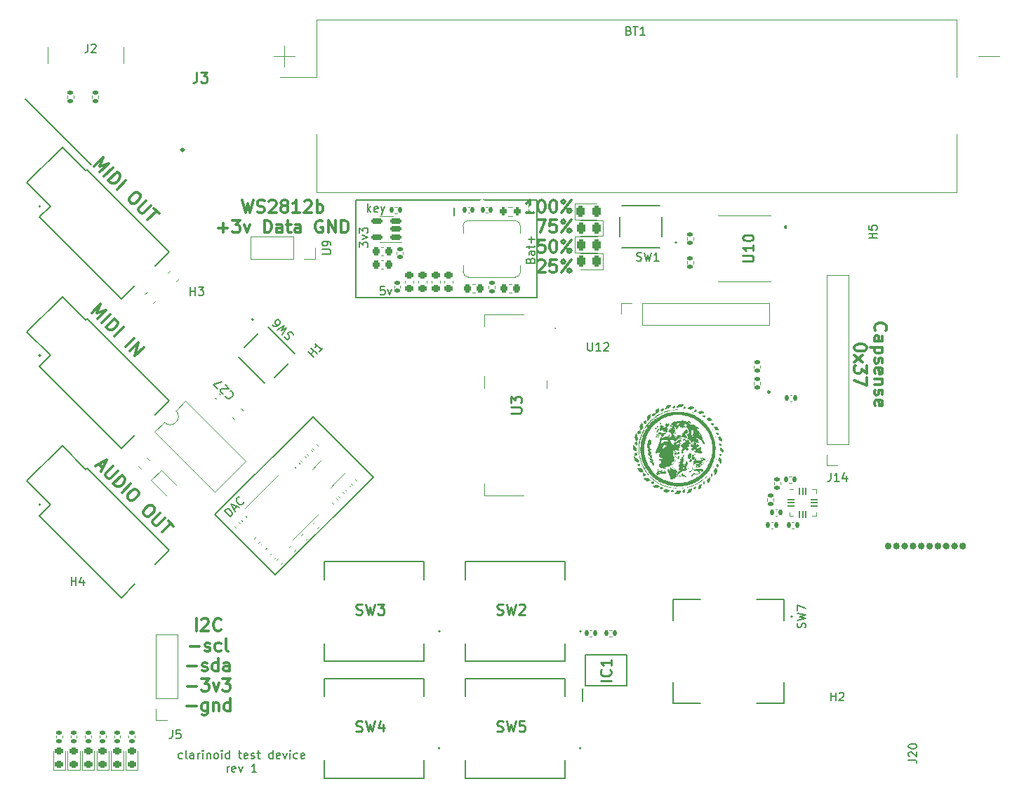
<source format=gbr>
%TF.GenerationSoftware,KiCad,Pcbnew,(6.0.5)*%
%TF.CreationDate,2022-06-18T00:07:38+02:00*%
%TF.ProjectId,clarinoid-devboard,636c6172-696e-46f6-9964-2d646576626f,rev?*%
%TF.SameCoordinates,Original*%
%TF.FileFunction,Legend,Top*%
%TF.FilePolarity,Positive*%
%FSLAX46Y46*%
G04 Gerber Fmt 4.6, Leading zero omitted, Abs format (unit mm)*
G04 Created by KiCad (PCBNEW (6.0.5)) date 2022-06-18 00:07:38*
%MOMM*%
%LPD*%
G01*
G04 APERTURE LIST*
G04 Aperture macros list*
%AMRoundRect*
0 Rectangle with rounded corners*
0 $1 Rounding radius*
0 $2 $3 $4 $5 $6 $7 $8 $9 X,Y pos of 4 corners*
0 Add a 4 corners polygon primitive as box body*
4,1,4,$2,$3,$4,$5,$6,$7,$8,$9,$2,$3,0*
0 Add four circle primitives for the rounded corners*
1,1,$1+$1,$2,$3*
1,1,$1+$1,$4,$5*
1,1,$1+$1,$6,$7*
1,1,$1+$1,$8,$9*
0 Add four rect primitives between the rounded corners*
20,1,$1+$1,$2,$3,$4,$5,0*
20,1,$1+$1,$4,$5,$6,$7,0*
20,1,$1+$1,$6,$7,$8,$9,0*
20,1,$1+$1,$8,$9,$2,$3,0*%
%AMHorizOval*
0 Thick line with rounded ends*
0 $1 width*
0 $2 $3 position (X,Y) of the first rounded end (center of the circle)*
0 $4 $5 position (X,Y) of the second rounded end (center of the circle)*
0 Add line between two ends*
20,1,$1,$2,$3,$4,$5,0*
0 Add two circle primitives to create the rounded ends*
1,1,$1,$2,$3*
1,1,$1,$4,$5*%
%AMRotRect*
0 Rectangle, with rotation*
0 The origin of the aperture is its center*
0 $1 length*
0 $2 width*
0 $3 Rotation angle, in degrees counterclockwise*
0 Add horizontal line*
21,1,$1,$2,0,0,$3*%
%AMFreePoly0*
4,1,14,0.354215,0.088284,0.450784,-0.008285,0.462500,-0.036569,0.462500,-0.060000,0.450784,-0.088284,0.422500,-0.100000,-0.422500,-0.100000,-0.450784,-0.088284,-0.462500,-0.060000,-0.462500,0.060000,-0.450784,0.088284,-0.422500,0.100000,0.325931,0.100000,0.354215,0.088284,0.354215,0.088284,$1*%
%AMFreePoly1*
4,1,14,0.450784,0.088284,0.462500,0.060000,0.462500,0.036569,0.450784,0.008285,0.354215,-0.088284,0.325931,-0.100000,-0.422500,-0.100000,-0.450784,-0.088284,-0.462500,-0.060000,-0.462500,0.060000,-0.450784,0.088284,-0.422500,0.100000,0.422500,0.100000,0.450784,0.088284,0.450784,0.088284,$1*%
%AMFreePoly2*
4,1,14,0.088284,0.450784,0.100000,0.422500,0.100000,-0.422500,0.088284,-0.450784,0.060000,-0.462500,-0.060000,-0.462500,-0.088284,-0.450784,-0.100000,-0.422500,-0.100000,0.325931,-0.088284,0.354215,0.008285,0.450784,0.036569,0.462500,0.060000,0.462500,0.088284,0.450784,0.088284,0.450784,$1*%
%AMFreePoly3*
4,1,14,-0.008285,0.450784,0.088284,0.354215,0.100000,0.325931,0.100000,-0.422500,0.088284,-0.450784,0.060000,-0.462500,-0.060000,-0.462500,-0.088284,-0.450784,-0.100000,-0.422500,-0.100000,0.422500,-0.088284,0.450784,-0.060000,0.462500,-0.036569,0.462500,-0.008285,0.450784,-0.008285,0.450784,$1*%
%AMFreePoly4*
4,1,14,0.450784,0.088284,0.462500,0.060000,0.462500,-0.060000,0.450784,-0.088284,0.422500,-0.100000,-0.325931,-0.100000,-0.354215,-0.088284,-0.450784,0.008285,-0.462500,0.036569,-0.462500,0.060000,-0.450784,0.088284,-0.422500,0.100000,0.422500,0.100000,0.450784,0.088284,0.450784,0.088284,$1*%
%AMFreePoly5*
4,1,14,0.450784,0.088284,0.462500,0.060000,0.462500,-0.060000,0.450784,-0.088284,0.422500,-0.100000,-0.422500,-0.100000,-0.450784,-0.088284,-0.462500,-0.060000,-0.462500,-0.036569,-0.450784,-0.008285,-0.354215,0.088284,-0.325931,0.100000,0.422500,0.100000,0.450784,0.088284,0.450784,0.088284,$1*%
%AMFreePoly6*
4,1,14,0.088284,0.450784,0.100000,0.422500,0.100000,-0.325931,0.088284,-0.354215,-0.008285,-0.450784,-0.036569,-0.462500,-0.060000,-0.462500,-0.088284,-0.450784,-0.100000,-0.422500,-0.100000,0.422500,-0.088284,0.450784,-0.060000,0.462500,0.060000,0.462500,0.088284,0.450784,0.088284,0.450784,$1*%
%AMFreePoly7*
4,1,14,0.088284,0.450784,0.100000,0.422500,0.100000,-0.422500,0.088284,-0.450784,0.060000,-0.462500,0.036569,-0.462500,0.008285,-0.450784,-0.088284,-0.354215,-0.100000,-0.325931,-0.100000,0.422500,-0.088284,0.450784,-0.060000,0.462500,0.060000,0.462500,0.088284,0.450784,0.088284,0.450784,$1*%
G04 Aperture macros list end*
%ADD10C,0.150000*%
%ADD11C,0.300000*%
%ADD12C,0.254000*%
%ADD13C,0.400000*%
%ADD14C,0.100000*%
%ADD15C,0.120000*%
%ADD16C,0.200000*%
%ADD17C,0.127000*%
%ADD18C,0.250000*%
%ADD19C,3.883298*%
%ADD20C,6.200000*%
%ADD21R,2.750000X1.200000*%
%ADD22C,1.650000*%
%ADD23C,1.150000*%
%ADD24R,1.550000X0.300000*%
%ADD25RoundRect,0.218750X0.256250X-0.218750X0.256250X0.218750X-0.256250X0.218750X-0.256250X-0.218750X0*%
%ADD26RoundRect,0.140000X-0.219203X-0.021213X-0.021213X-0.219203X0.219203X0.021213X0.021213X0.219203X0*%
%ADD27RoundRect,0.225000X0.225000X0.250000X-0.225000X0.250000X-0.225000X-0.250000X0.225000X-0.250000X0*%
%ADD28RoundRect,0.135000X0.185000X-0.135000X0.185000X0.135000X-0.185000X0.135000X-0.185000X-0.135000X0*%
%ADD29R,1.700000X1.700000*%
%ADD30O,1.700000X1.700000*%
%ADD31RoundRect,0.225000X-0.250000X0.225000X-0.250000X-0.225000X0.250000X-0.225000X0.250000X0.225000X0*%
%ADD32RoundRect,0.135000X-0.185000X0.135000X-0.185000X-0.135000X0.185000X-0.135000X0.185000X0.135000X0*%
%ADD33RotRect,0.600000X0.450000X315.000000*%
%ADD34RotRect,1.600000X1.600000X45.000000*%
%ADD35HorizOval,1.600000X0.000000X0.000000X0.000000X0.000000X0*%
%ADD36RoundRect,0.140000X0.170000X-0.140000X0.170000X0.140000X-0.170000X0.140000X-0.170000X-0.140000X0*%
%ADD37RoundRect,0.135000X0.135000X0.185000X-0.135000X0.185000X-0.135000X-0.185000X0.135000X-0.185000X0*%
%ADD38RoundRect,0.140000X0.140000X0.170000X-0.140000X0.170000X-0.140000X-0.170000X0.140000X-0.170000X0*%
%ADD39R,0.450000X1.475000*%
%ADD40R,0.700000X0.950000*%
%ADD41R,2.850000X2.250000*%
%ADD42R,2.375000X1.300000*%
%ADD43RoundRect,0.140000X0.021213X-0.219203X0.219203X-0.021213X-0.021213X0.219203X-0.219203X0.021213X0*%
%ADD44C,1.850000*%
%ADD45C,2.000000*%
%ADD46C,2.390000*%
%ADD47C,3.450000*%
%ADD48R,7.340000X6.350000*%
%ADD49R,1.850000X3.500000*%
%ADD50RoundRect,0.135000X-0.135000X-0.185000X0.135000X-0.185000X0.135000X0.185000X-0.135000X0.185000X0*%
%ADD51RoundRect,0.243750X0.243750X0.456250X-0.243750X0.456250X-0.243750X-0.456250X0.243750X-0.456250X0*%
%ADD52C,2.700000*%
%ADD53C,2.500000*%
%ADD54C,3.000000*%
%ADD55C,4.400000*%
%ADD56RoundRect,0.140000X0.219203X0.021213X0.021213X0.219203X-0.219203X-0.021213X-0.021213X-0.219203X0*%
%ADD57RoundRect,0.243750X-0.243750X-0.456250X0.243750X-0.456250X0.243750X0.456250X-0.243750X0.456250X0*%
%ADD58RoundRect,0.150000X0.512500X0.150000X-0.512500X0.150000X-0.512500X-0.150000X0.512500X-0.150000X0*%
%ADD59RoundRect,0.135000X-0.035355X0.226274X-0.226274X0.035355X0.035355X-0.226274X0.226274X-0.035355X0*%
%ADD60RoundRect,0.250000X0.132583X-0.503814X0.503814X-0.132583X-0.132583X0.503814X-0.503814X0.132583X0*%
%ADD61RoundRect,0.250000X0.503814X0.132583X0.132583X0.503814X-0.503814X-0.132583X-0.132583X-0.503814X0*%
%ADD62FreePoly0,0.000000*%
%ADD63RoundRect,0.050000X-0.412500X-0.050000X0.412500X-0.050000X0.412500X0.050000X-0.412500X0.050000X0*%
%ADD64FreePoly1,0.000000*%
%ADD65FreePoly2,0.000000*%
%ADD66RoundRect,0.050000X-0.050000X-0.412500X0.050000X-0.412500X0.050000X0.412500X-0.050000X0.412500X0*%
%ADD67FreePoly3,0.000000*%
%ADD68FreePoly4,0.000000*%
%ADD69FreePoly5,0.000000*%
%ADD70FreePoly6,0.000000*%
%ADD71FreePoly7,0.000000*%
%ADD72C,1.000000*%
%ADD73R,0.700000X1.600000*%
%ADD74R,1.200000X1.500000*%
%ADD75R,1.200000X2.200000*%
%ADD76R,1.600000X1.500000*%
%ADD77RoundRect,0.135000X0.035355X-0.226274X0.226274X-0.035355X-0.035355X0.226274X-0.226274X0.035355X0*%
%ADD78RoundRect,0.100000X-0.380070X-0.521491X0.521491X0.380070X0.380070X0.521491X-0.521491X-0.380070X0*%
%ADD79R,0.300000X0.800000*%
%ADD80R,0.800000X0.300000*%
%ADD81R,1.800000X1.800000*%
%ADD82C,0.650000*%
%ADD83R,0.300000X1.150000*%
%ADD84O,1.000000X1.600000*%
%ADD85O,1.000000X2.100000*%
%ADD86RoundRect,0.200000X0.200000X0.275000X-0.200000X0.275000X-0.200000X-0.275000X0.200000X-0.275000X0*%
%ADD87RoundRect,0.225000X-0.225000X-0.250000X0.225000X-0.250000X0.225000X0.250000X-0.225000X0.250000X0*%
%ADD88RoundRect,0.140000X-0.140000X-0.170000X0.140000X-0.170000X0.140000X0.170000X-0.140000X0.170000X0*%
%ADD89R,1.000000X0.750000*%
%ADD90R,1.650000X1.650000*%
%ADD91O,6.000000X3.000000*%
%ADD92RoundRect,0.250000X-0.503814X-0.132583X-0.132583X-0.503814X0.503814X0.132583X0.132583X0.503814X0*%
%ADD93RotRect,1.000000X0.750000X315.000000*%
%ADD94RoundRect,0.150000X0.256326X0.468458X-0.468458X-0.256326X-0.256326X-0.468458X0.468458X0.256326X0*%
%ADD95C,0.800000*%
G04 APERTURE END LIST*
D10*
X129561738Y-81132243D02*
X117753055Y-92940926D01*
X110469855Y-85657727D01*
X122278538Y-73849043D01*
X129561738Y-81132243D01*
X95538800Y-43499246D02*
X87538800Y-35499246D01*
X127460804Y-47712034D02*
X149260804Y-47712034D01*
X149260804Y-47712034D02*
X149260804Y-59512034D01*
X149260804Y-59512034D02*
X127460804Y-59512034D01*
X127460804Y-59512034D02*
X127460804Y-47712034D01*
D11*
X95579838Y-61325713D02*
X96640498Y-60265053D01*
X96236437Y-61376221D01*
X97347605Y-60972160D01*
X96286945Y-62032820D01*
X96792021Y-62537896D02*
X97852681Y-61477236D01*
X97297098Y-63042972D02*
X98357758Y-61982312D01*
X98610296Y-62234850D01*
X98711311Y-62436881D01*
X98711311Y-62638911D01*
X98660804Y-62790434D01*
X98509281Y-63042972D01*
X98357758Y-63194495D01*
X98105220Y-63346018D01*
X97953697Y-63396526D01*
X97751666Y-63396526D01*
X97549636Y-63295511D01*
X97297098Y-63042972D01*
X98357758Y-64103633D02*
X99418418Y-63042972D01*
X99670956Y-65416831D02*
X100731616Y-64356171D01*
X100176032Y-65921907D02*
X101236692Y-64861247D01*
X100782124Y-66527999D01*
X101842784Y-65467339D01*
D10*
X127898184Y-53402510D02*
X127898184Y-52783462D01*
X128279137Y-53116795D01*
X128279137Y-52973938D01*
X128326756Y-52878700D01*
X128374375Y-52831081D01*
X128469613Y-52783462D01*
X128707708Y-52783462D01*
X128802946Y-52831081D01*
X128850565Y-52878700D01*
X128898184Y-52973938D01*
X128898184Y-53259653D01*
X128850565Y-53354891D01*
X128802946Y-53402510D01*
X128231518Y-52450129D02*
X128898184Y-52212034D01*
X128231518Y-51973938D01*
X127898184Y-51688224D02*
X127898184Y-51069176D01*
X128279137Y-51402510D01*
X128279137Y-51259653D01*
X128326756Y-51164414D01*
X128374375Y-51116795D01*
X128469613Y-51069176D01*
X128707708Y-51069176D01*
X128802946Y-51116795D01*
X128850565Y-51164414D01*
X128898184Y-51259653D01*
X128898184Y-51545367D01*
X128850565Y-51640605D01*
X128802946Y-51688224D01*
X128884613Y-49164414D02*
X128884613Y-48164414D01*
X128979851Y-48783462D02*
X129265565Y-49164414D01*
X129265565Y-48497748D02*
X128884613Y-48878700D01*
X130075089Y-49116795D02*
X129979851Y-49164414D01*
X129789375Y-49164414D01*
X129694137Y-49116795D01*
X129646518Y-49021557D01*
X129646518Y-48640605D01*
X129694137Y-48545367D01*
X129789375Y-48497748D01*
X129979851Y-48497748D01*
X130075089Y-48545367D01*
X130122708Y-48640605D01*
X130122708Y-48735843D01*
X129646518Y-48831081D01*
X130456042Y-48497748D02*
X130694137Y-49164414D01*
X130932232Y-48497748D02*
X130694137Y-49164414D01*
X130598899Y-49402510D01*
X130551280Y-49450129D01*
X130456042Y-49497748D01*
D11*
X96418163Y-79557946D02*
X96923239Y-80063022D01*
X96014102Y-79759977D02*
X97428315Y-79052870D01*
X96721209Y-80467083D01*
X98135422Y-79759977D02*
X97276792Y-80618606D01*
X97226285Y-80770129D01*
X97226285Y-80871145D01*
X97276792Y-81022667D01*
X97478823Y-81224698D01*
X97630346Y-81275206D01*
X97731361Y-81275206D01*
X97882884Y-81224698D01*
X98741514Y-80366068D01*
X98185930Y-81931805D02*
X99246590Y-80871145D01*
X99499128Y-81123683D01*
X99600143Y-81325713D01*
X99600143Y-81527744D01*
X99549636Y-81679267D01*
X99398113Y-81931805D01*
X99246590Y-82083328D01*
X98994052Y-82234850D01*
X98842529Y-82285358D01*
X98640498Y-82285358D01*
X98438468Y-82184343D01*
X98185930Y-81931805D01*
X99246590Y-82992465D02*
X100307250Y-81931805D01*
X101014357Y-82638911D02*
X101216387Y-82840942D01*
X101266895Y-82992465D01*
X101266895Y-83194495D01*
X101115372Y-83447034D01*
X100761819Y-83800587D01*
X100509281Y-83952110D01*
X100307250Y-83952110D01*
X100155727Y-83901602D01*
X99953697Y-83699572D01*
X99903189Y-83548049D01*
X99903189Y-83346018D01*
X100054712Y-83093480D01*
X100408265Y-82739927D01*
X100660804Y-82588404D01*
X100862834Y-82588404D01*
X101014357Y-82638911D01*
X102933647Y-84558201D02*
X103135677Y-84760232D01*
X103186185Y-84911755D01*
X103186185Y-85113785D01*
X103034662Y-85366323D01*
X102681109Y-85719877D01*
X102428570Y-85871400D01*
X102226540Y-85871400D01*
X102075017Y-85820892D01*
X101872987Y-85618861D01*
X101822479Y-85467339D01*
X101822479Y-85265308D01*
X101974002Y-85012770D01*
X102327555Y-84659217D01*
X102580093Y-84507694D01*
X102782124Y-84507694D01*
X102933647Y-84558201D01*
X103842784Y-85467339D02*
X102984154Y-86325968D01*
X102933647Y-86477491D01*
X102933647Y-86578506D01*
X102984154Y-86730029D01*
X103186185Y-86932060D01*
X103337708Y-86982567D01*
X103438723Y-86982567D01*
X103590246Y-86932060D01*
X104448876Y-86073430D01*
X104802429Y-86426984D02*
X105408520Y-87033075D01*
X104044815Y-87790689D02*
X105105475Y-86730029D01*
X113767946Y-47718105D02*
X114125089Y-49218105D01*
X114410804Y-48146676D01*
X114696518Y-49218105D01*
X115053661Y-47718105D01*
X115553661Y-49146676D02*
X115767946Y-49218105D01*
X116125089Y-49218105D01*
X116267946Y-49146676D01*
X116339375Y-49075248D01*
X116410804Y-48932391D01*
X116410804Y-48789534D01*
X116339375Y-48646676D01*
X116267946Y-48575248D01*
X116125089Y-48503819D01*
X115839375Y-48432391D01*
X115696518Y-48360962D01*
X115625089Y-48289534D01*
X115553661Y-48146676D01*
X115553661Y-48003819D01*
X115625089Y-47860962D01*
X115696518Y-47789534D01*
X115839375Y-47718105D01*
X116196518Y-47718105D01*
X116410804Y-47789534D01*
X116982232Y-47860962D02*
X117053661Y-47789534D01*
X117196518Y-47718105D01*
X117553661Y-47718105D01*
X117696518Y-47789534D01*
X117767946Y-47860962D01*
X117839375Y-48003819D01*
X117839375Y-48146676D01*
X117767946Y-48360962D01*
X116910804Y-49218105D01*
X117839375Y-49218105D01*
X118696518Y-48360962D02*
X118553661Y-48289534D01*
X118482232Y-48218105D01*
X118410804Y-48075248D01*
X118410804Y-48003819D01*
X118482232Y-47860962D01*
X118553661Y-47789534D01*
X118696518Y-47718105D01*
X118982232Y-47718105D01*
X119125089Y-47789534D01*
X119196518Y-47860962D01*
X119267946Y-48003819D01*
X119267946Y-48075248D01*
X119196518Y-48218105D01*
X119125089Y-48289534D01*
X118982232Y-48360962D01*
X118696518Y-48360962D01*
X118553661Y-48432391D01*
X118482232Y-48503819D01*
X118410804Y-48646676D01*
X118410804Y-48932391D01*
X118482232Y-49075248D01*
X118553661Y-49146676D01*
X118696518Y-49218105D01*
X118982232Y-49218105D01*
X119125089Y-49146676D01*
X119196518Y-49075248D01*
X119267946Y-48932391D01*
X119267946Y-48646676D01*
X119196518Y-48503819D01*
X119125089Y-48432391D01*
X118982232Y-48360962D01*
X120696518Y-49218105D02*
X119839375Y-49218105D01*
X120267946Y-49218105D02*
X120267946Y-47718105D01*
X120125089Y-47932391D01*
X119982232Y-48075248D01*
X119839375Y-48146676D01*
X121267946Y-47860962D02*
X121339375Y-47789534D01*
X121482232Y-47718105D01*
X121839375Y-47718105D01*
X121982232Y-47789534D01*
X122053661Y-47860962D01*
X122125089Y-48003819D01*
X122125089Y-48146676D01*
X122053661Y-48360962D01*
X121196518Y-49218105D01*
X122125089Y-49218105D01*
X122767946Y-49218105D02*
X122767946Y-47718105D01*
X122767946Y-48289534D02*
X122910804Y-48218105D01*
X123196518Y-48218105D01*
X123339375Y-48289534D01*
X123410804Y-48360962D01*
X123482232Y-48503819D01*
X123482232Y-48932391D01*
X123410804Y-49075248D01*
X123339375Y-49146676D01*
X123196518Y-49218105D01*
X122910804Y-49218105D01*
X122767946Y-49146676D01*
X110839375Y-51061676D02*
X111982232Y-51061676D01*
X111410804Y-51633105D02*
X111410804Y-50490248D01*
X112553661Y-50133105D02*
X113482232Y-50133105D01*
X112982232Y-50704534D01*
X113196518Y-50704534D01*
X113339375Y-50775962D01*
X113410804Y-50847391D01*
X113482232Y-50990248D01*
X113482232Y-51347391D01*
X113410804Y-51490248D01*
X113339375Y-51561676D01*
X113196518Y-51633105D01*
X112767946Y-51633105D01*
X112625089Y-51561676D01*
X112553661Y-51490248D01*
X113982232Y-50633105D02*
X114339375Y-51633105D01*
X114696518Y-50633105D01*
X116410804Y-51633105D02*
X116410804Y-50133105D01*
X116767946Y-50133105D01*
X116982232Y-50204534D01*
X117125089Y-50347391D01*
X117196518Y-50490248D01*
X117267946Y-50775962D01*
X117267946Y-50990248D01*
X117196518Y-51275962D01*
X117125089Y-51418819D01*
X116982232Y-51561676D01*
X116767946Y-51633105D01*
X116410804Y-51633105D01*
X118553661Y-51633105D02*
X118553661Y-50847391D01*
X118482232Y-50704534D01*
X118339375Y-50633105D01*
X118053661Y-50633105D01*
X117910804Y-50704534D01*
X118553661Y-51561676D02*
X118410804Y-51633105D01*
X118053661Y-51633105D01*
X117910804Y-51561676D01*
X117839375Y-51418819D01*
X117839375Y-51275962D01*
X117910804Y-51133105D01*
X118053661Y-51061676D01*
X118410804Y-51061676D01*
X118553661Y-50990248D01*
X119053661Y-50633105D02*
X119625089Y-50633105D01*
X119267946Y-50133105D02*
X119267946Y-51418819D01*
X119339375Y-51561676D01*
X119482232Y-51633105D01*
X119625089Y-51633105D01*
X120767946Y-51633105D02*
X120767946Y-50847391D01*
X120696518Y-50704534D01*
X120553661Y-50633105D01*
X120267946Y-50633105D01*
X120125089Y-50704534D01*
X120767946Y-51561676D02*
X120625089Y-51633105D01*
X120267946Y-51633105D01*
X120125089Y-51561676D01*
X120053661Y-51418819D01*
X120053661Y-51275962D01*
X120125089Y-51133105D01*
X120267946Y-51061676D01*
X120625089Y-51061676D01*
X120767946Y-50990248D01*
X123410804Y-50204534D02*
X123267946Y-50133105D01*
X123053661Y-50133105D01*
X122839375Y-50204534D01*
X122696518Y-50347391D01*
X122625089Y-50490248D01*
X122553661Y-50775962D01*
X122553661Y-50990248D01*
X122625089Y-51275962D01*
X122696518Y-51418819D01*
X122839375Y-51561676D01*
X123053661Y-51633105D01*
X123196518Y-51633105D01*
X123410804Y-51561676D01*
X123482232Y-51490248D01*
X123482232Y-50990248D01*
X123196518Y-50990248D01*
X124125089Y-51633105D02*
X124125089Y-50133105D01*
X124982232Y-51633105D01*
X124982232Y-50133105D01*
X125696518Y-51633105D02*
X125696518Y-50133105D01*
X126053661Y-50133105D01*
X126267946Y-50204534D01*
X126410804Y-50347391D01*
X126482232Y-50490248D01*
X126553661Y-50775962D01*
X126553661Y-50990248D01*
X126482232Y-51275962D01*
X126410804Y-51418819D01*
X126267946Y-51561676D01*
X126053661Y-51633105D01*
X125696518Y-51633105D01*
D10*
X130917946Y-58149414D02*
X130441756Y-58149414D01*
X130394137Y-58625605D01*
X130441756Y-58577986D01*
X130536994Y-58530367D01*
X130775089Y-58530367D01*
X130870327Y-58577986D01*
X130917946Y-58625605D01*
X130965565Y-58720843D01*
X130965565Y-58958938D01*
X130917946Y-59054176D01*
X130870327Y-59101795D01*
X130775089Y-59149414D01*
X130536994Y-59149414D01*
X130441756Y-59101795D01*
X130394137Y-59054176D01*
X131298899Y-58482748D02*
X131536994Y-59149414D01*
X131775089Y-58482748D01*
X112281394Y-85900163D02*
X111574288Y-85193056D01*
X111742646Y-85024697D01*
X111877333Y-84957354D01*
X112012020Y-84957354D01*
X112113036Y-84991026D01*
X112281394Y-85092041D01*
X112382410Y-85193056D01*
X112483425Y-85361415D01*
X112517097Y-85462430D01*
X112517097Y-85597117D01*
X112449753Y-85731804D01*
X112281394Y-85900163D01*
X112752799Y-85024697D02*
X113089516Y-84687980D01*
X112887486Y-85294071D02*
X112416081Y-84351262D01*
X113358890Y-84822667D01*
X113931310Y-84115560D02*
X113931310Y-84182904D01*
X113863967Y-84317591D01*
X113796623Y-84384934D01*
X113661936Y-84452278D01*
X113527249Y-84452278D01*
X113426234Y-84418606D01*
X113257875Y-84317591D01*
X113156860Y-84216575D01*
X113055845Y-84048217D01*
X113022173Y-83947201D01*
X113022173Y-83812514D01*
X113089516Y-83677827D01*
X113156860Y-83610484D01*
X113291547Y-83543140D01*
X113358890Y-83543140D01*
D11*
X190132589Y-63475605D02*
X190061161Y-63404176D01*
X189989732Y-63189891D01*
X189989732Y-63047034D01*
X190061161Y-62832748D01*
X190204018Y-62689891D01*
X190346875Y-62618462D01*
X190632589Y-62547034D01*
X190846875Y-62547034D01*
X191132589Y-62618462D01*
X191275446Y-62689891D01*
X191418304Y-62832748D01*
X191489732Y-63047034D01*
X191489732Y-63189891D01*
X191418304Y-63404176D01*
X191346875Y-63475605D01*
X189989732Y-64761319D02*
X190775446Y-64761319D01*
X190918304Y-64689891D01*
X190989732Y-64547034D01*
X190989732Y-64261319D01*
X190918304Y-64118462D01*
X190061161Y-64761319D02*
X189989732Y-64618462D01*
X189989732Y-64261319D01*
X190061161Y-64118462D01*
X190204018Y-64047034D01*
X190346875Y-64047034D01*
X190489732Y-64118462D01*
X190561161Y-64261319D01*
X190561161Y-64618462D01*
X190632589Y-64761319D01*
X190989732Y-65475605D02*
X189489732Y-65475605D01*
X190918304Y-65475605D02*
X190989732Y-65618462D01*
X190989732Y-65904176D01*
X190918304Y-66047034D01*
X190846875Y-66118462D01*
X190704018Y-66189891D01*
X190275446Y-66189891D01*
X190132589Y-66118462D01*
X190061161Y-66047034D01*
X189989732Y-65904176D01*
X189989732Y-65618462D01*
X190061161Y-65475605D01*
X190061161Y-66761319D02*
X189989732Y-66904176D01*
X189989732Y-67189891D01*
X190061161Y-67332748D01*
X190204018Y-67404176D01*
X190275446Y-67404176D01*
X190418304Y-67332748D01*
X190489732Y-67189891D01*
X190489732Y-66975605D01*
X190561161Y-66832748D01*
X190704018Y-66761319D01*
X190775446Y-66761319D01*
X190918304Y-66832748D01*
X190989732Y-66975605D01*
X190989732Y-67189891D01*
X190918304Y-67332748D01*
X190061161Y-68618462D02*
X189989732Y-68475605D01*
X189989732Y-68189891D01*
X190061161Y-68047034D01*
X190204018Y-67975605D01*
X190775446Y-67975605D01*
X190918304Y-68047034D01*
X190989732Y-68189891D01*
X190989732Y-68475605D01*
X190918304Y-68618462D01*
X190775446Y-68689891D01*
X190632589Y-68689891D01*
X190489732Y-67975605D01*
X190989732Y-69332748D02*
X189989732Y-69332748D01*
X190846875Y-69332748D02*
X190918304Y-69404176D01*
X190989732Y-69547034D01*
X190989732Y-69761319D01*
X190918304Y-69904176D01*
X190775446Y-69975605D01*
X189989732Y-69975605D01*
X190061161Y-70618462D02*
X189989732Y-70761319D01*
X189989732Y-71047034D01*
X190061161Y-71189891D01*
X190204018Y-71261319D01*
X190275446Y-71261319D01*
X190418304Y-71189891D01*
X190489732Y-71047034D01*
X190489732Y-70832748D01*
X190561161Y-70689891D01*
X190704018Y-70618462D01*
X190775446Y-70618462D01*
X190918304Y-70689891D01*
X190989732Y-70832748D01*
X190989732Y-71047034D01*
X190918304Y-71189891D01*
X190061161Y-72475605D02*
X189989732Y-72332748D01*
X189989732Y-72047034D01*
X190061161Y-71904176D01*
X190204018Y-71832748D01*
X190775446Y-71832748D01*
X190918304Y-71904176D01*
X190989732Y-72047034D01*
X190989732Y-72332748D01*
X190918304Y-72475605D01*
X190775446Y-72547034D01*
X190632589Y-72547034D01*
X190489732Y-71832748D01*
X189074732Y-65439891D02*
X189074732Y-65582748D01*
X189003304Y-65725605D01*
X188931875Y-65797034D01*
X188789018Y-65868462D01*
X188503304Y-65939891D01*
X188146161Y-65939891D01*
X187860446Y-65868462D01*
X187717589Y-65797034D01*
X187646161Y-65725605D01*
X187574732Y-65582748D01*
X187574732Y-65439891D01*
X187646161Y-65297034D01*
X187717589Y-65225605D01*
X187860446Y-65154176D01*
X188146161Y-65082748D01*
X188503304Y-65082748D01*
X188789018Y-65154176D01*
X188931875Y-65225605D01*
X189003304Y-65297034D01*
X189074732Y-65439891D01*
X187574732Y-66439891D02*
X188574732Y-67225605D01*
X188574732Y-66439891D02*
X187574732Y-67225605D01*
X189074732Y-67654176D02*
X189074732Y-68582748D01*
X188503304Y-68082748D01*
X188503304Y-68297034D01*
X188431875Y-68439891D01*
X188360446Y-68511319D01*
X188217589Y-68582748D01*
X187860446Y-68582748D01*
X187717589Y-68511319D01*
X187646161Y-68439891D01*
X187574732Y-68297034D01*
X187574732Y-67868462D01*
X187646161Y-67725605D01*
X187717589Y-67654176D01*
X189074732Y-69082748D02*
X189074732Y-70082748D01*
X187574732Y-69439891D01*
X108196518Y-99695605D02*
X108196518Y-98195605D01*
X108839375Y-98338462D02*
X108910804Y-98267034D01*
X109053661Y-98195605D01*
X109410804Y-98195605D01*
X109553661Y-98267034D01*
X109625089Y-98338462D01*
X109696518Y-98481319D01*
X109696518Y-98624176D01*
X109625089Y-98838462D01*
X108767946Y-99695605D01*
X109696518Y-99695605D01*
X111196518Y-99552748D02*
X111125089Y-99624176D01*
X110910804Y-99695605D01*
X110767946Y-99695605D01*
X110553661Y-99624176D01*
X110410804Y-99481319D01*
X110339375Y-99338462D01*
X110267946Y-99052748D01*
X110267946Y-98838462D01*
X110339375Y-98552748D01*
X110410804Y-98409891D01*
X110553661Y-98267034D01*
X110767946Y-98195605D01*
X110910804Y-98195605D01*
X111125089Y-98267034D01*
X111196518Y-98338462D01*
X107446518Y-101539176D02*
X108589375Y-101539176D01*
X109232232Y-102039176D02*
X109375089Y-102110605D01*
X109660804Y-102110605D01*
X109803661Y-102039176D01*
X109875089Y-101896319D01*
X109875089Y-101824891D01*
X109803661Y-101682034D01*
X109660804Y-101610605D01*
X109446518Y-101610605D01*
X109303661Y-101539176D01*
X109232232Y-101396319D01*
X109232232Y-101324891D01*
X109303661Y-101182034D01*
X109446518Y-101110605D01*
X109660804Y-101110605D01*
X109803661Y-101182034D01*
X111160804Y-102039176D02*
X111017946Y-102110605D01*
X110732232Y-102110605D01*
X110589375Y-102039176D01*
X110517946Y-101967748D01*
X110446518Y-101824891D01*
X110446518Y-101396319D01*
X110517946Y-101253462D01*
X110589375Y-101182034D01*
X110732232Y-101110605D01*
X111017946Y-101110605D01*
X111160804Y-101182034D01*
X112017946Y-102110605D02*
X111875089Y-102039176D01*
X111803661Y-101896319D01*
X111803661Y-100610605D01*
X107125089Y-103954176D02*
X108267946Y-103954176D01*
X108910804Y-104454176D02*
X109053661Y-104525605D01*
X109339375Y-104525605D01*
X109482232Y-104454176D01*
X109553661Y-104311319D01*
X109553661Y-104239891D01*
X109482232Y-104097034D01*
X109339375Y-104025605D01*
X109125089Y-104025605D01*
X108982232Y-103954176D01*
X108910804Y-103811319D01*
X108910804Y-103739891D01*
X108982232Y-103597034D01*
X109125089Y-103525605D01*
X109339375Y-103525605D01*
X109482232Y-103597034D01*
X110839375Y-104525605D02*
X110839375Y-103025605D01*
X110839375Y-104454176D02*
X110696518Y-104525605D01*
X110410804Y-104525605D01*
X110267946Y-104454176D01*
X110196518Y-104382748D01*
X110125089Y-104239891D01*
X110125089Y-103811319D01*
X110196518Y-103668462D01*
X110267946Y-103597034D01*
X110410804Y-103525605D01*
X110696518Y-103525605D01*
X110839375Y-103597034D01*
X112196518Y-104525605D02*
X112196518Y-103739891D01*
X112125089Y-103597034D01*
X111982232Y-103525605D01*
X111696518Y-103525605D01*
X111553661Y-103597034D01*
X112196518Y-104454176D02*
X112053661Y-104525605D01*
X111696518Y-104525605D01*
X111553661Y-104454176D01*
X111482232Y-104311319D01*
X111482232Y-104168462D01*
X111553661Y-104025605D01*
X111696518Y-103954176D01*
X112053661Y-103954176D01*
X112196518Y-103882748D01*
X107089375Y-106369176D02*
X108232232Y-106369176D01*
X108803661Y-105440605D02*
X109732232Y-105440605D01*
X109232232Y-106012034D01*
X109446518Y-106012034D01*
X109589375Y-106083462D01*
X109660804Y-106154891D01*
X109732232Y-106297748D01*
X109732232Y-106654891D01*
X109660804Y-106797748D01*
X109589375Y-106869176D01*
X109446518Y-106940605D01*
X109017946Y-106940605D01*
X108875089Y-106869176D01*
X108803661Y-106797748D01*
X110232232Y-105940605D02*
X110589375Y-106940605D01*
X110946518Y-105940605D01*
X111375089Y-105440605D02*
X112303661Y-105440605D01*
X111803661Y-106012034D01*
X112017946Y-106012034D01*
X112160804Y-106083462D01*
X112232232Y-106154891D01*
X112303661Y-106297748D01*
X112303661Y-106654891D01*
X112232232Y-106797748D01*
X112160804Y-106869176D01*
X112017946Y-106940605D01*
X111589375Y-106940605D01*
X111446518Y-106869176D01*
X111375089Y-106797748D01*
X107053661Y-108784176D02*
X108196518Y-108784176D01*
X109553661Y-108355605D02*
X109553661Y-109569891D01*
X109482232Y-109712748D01*
X109410804Y-109784176D01*
X109267946Y-109855605D01*
X109053661Y-109855605D01*
X108910804Y-109784176D01*
X109553661Y-109284176D02*
X109410804Y-109355605D01*
X109125089Y-109355605D01*
X108982232Y-109284176D01*
X108910804Y-109212748D01*
X108839375Y-109069891D01*
X108839375Y-108641319D01*
X108910804Y-108498462D01*
X108982232Y-108427034D01*
X109125089Y-108355605D01*
X109410804Y-108355605D01*
X109553661Y-108427034D01*
X110267946Y-108355605D02*
X110267946Y-109355605D01*
X110267946Y-108498462D02*
X110339375Y-108427034D01*
X110482232Y-108355605D01*
X110696518Y-108355605D01*
X110839375Y-108427034D01*
X110910804Y-108569891D01*
X110910804Y-109355605D01*
X112267946Y-109355605D02*
X112267946Y-107855605D01*
X112267946Y-109284176D02*
X112125089Y-109355605D01*
X111839375Y-109355605D01*
X111696518Y-109284176D01*
X111625089Y-109212748D01*
X111553661Y-109069891D01*
X111553661Y-108641319D01*
X111625089Y-108498462D01*
X111696518Y-108427034D01*
X111839375Y-108355605D01*
X112125089Y-108355605D01*
X112267946Y-108427034D01*
D10*
X106517946Y-115046795D02*
X106422708Y-115094414D01*
X106232232Y-115094414D01*
X106136994Y-115046795D01*
X106089375Y-114999176D01*
X106041756Y-114903938D01*
X106041756Y-114618224D01*
X106089375Y-114522986D01*
X106136994Y-114475367D01*
X106232232Y-114427748D01*
X106422708Y-114427748D01*
X106517946Y-114475367D01*
X107089375Y-115094414D02*
X106994137Y-115046795D01*
X106946518Y-114951557D01*
X106946518Y-114094414D01*
X107898899Y-115094414D02*
X107898899Y-114570605D01*
X107851280Y-114475367D01*
X107756042Y-114427748D01*
X107565565Y-114427748D01*
X107470327Y-114475367D01*
X107898899Y-115046795D02*
X107803661Y-115094414D01*
X107565565Y-115094414D01*
X107470327Y-115046795D01*
X107422708Y-114951557D01*
X107422708Y-114856319D01*
X107470327Y-114761081D01*
X107565565Y-114713462D01*
X107803661Y-114713462D01*
X107898899Y-114665843D01*
X108375089Y-115094414D02*
X108375089Y-114427748D01*
X108375089Y-114618224D02*
X108422708Y-114522986D01*
X108470327Y-114475367D01*
X108565565Y-114427748D01*
X108660804Y-114427748D01*
X108994137Y-115094414D02*
X108994137Y-114427748D01*
X108994137Y-114094414D02*
X108946518Y-114142034D01*
X108994137Y-114189653D01*
X109041756Y-114142034D01*
X108994137Y-114094414D01*
X108994137Y-114189653D01*
X109470327Y-114427748D02*
X109470327Y-115094414D01*
X109470327Y-114522986D02*
X109517946Y-114475367D01*
X109613184Y-114427748D01*
X109756042Y-114427748D01*
X109851280Y-114475367D01*
X109898899Y-114570605D01*
X109898899Y-115094414D01*
X110517946Y-115094414D02*
X110422708Y-115046795D01*
X110375089Y-114999176D01*
X110327470Y-114903938D01*
X110327470Y-114618224D01*
X110375089Y-114522986D01*
X110422708Y-114475367D01*
X110517946Y-114427748D01*
X110660804Y-114427748D01*
X110756042Y-114475367D01*
X110803661Y-114522986D01*
X110851280Y-114618224D01*
X110851280Y-114903938D01*
X110803661Y-114999176D01*
X110756042Y-115046795D01*
X110660804Y-115094414D01*
X110517946Y-115094414D01*
X111279851Y-115094414D02*
X111279851Y-114427748D01*
X111279851Y-114094414D02*
X111232232Y-114142034D01*
X111279851Y-114189653D01*
X111327470Y-114142034D01*
X111279851Y-114094414D01*
X111279851Y-114189653D01*
X112184613Y-115094414D02*
X112184613Y-114094414D01*
X112184613Y-115046795D02*
X112089375Y-115094414D01*
X111898899Y-115094414D01*
X111803661Y-115046795D01*
X111756042Y-114999176D01*
X111708423Y-114903938D01*
X111708423Y-114618224D01*
X111756042Y-114522986D01*
X111803661Y-114475367D01*
X111898899Y-114427748D01*
X112089375Y-114427748D01*
X112184613Y-114475367D01*
X113279851Y-114427748D02*
X113660804Y-114427748D01*
X113422708Y-114094414D02*
X113422708Y-114951557D01*
X113470327Y-115046795D01*
X113565565Y-115094414D01*
X113660804Y-115094414D01*
X114375089Y-115046795D02*
X114279851Y-115094414D01*
X114089375Y-115094414D01*
X113994137Y-115046795D01*
X113946518Y-114951557D01*
X113946518Y-114570605D01*
X113994137Y-114475367D01*
X114089375Y-114427748D01*
X114279851Y-114427748D01*
X114375089Y-114475367D01*
X114422708Y-114570605D01*
X114422708Y-114665843D01*
X113946518Y-114761081D01*
X114803661Y-115046795D02*
X114898899Y-115094414D01*
X115089375Y-115094414D01*
X115184613Y-115046795D01*
X115232232Y-114951557D01*
X115232232Y-114903938D01*
X115184613Y-114808700D01*
X115089375Y-114761081D01*
X114946518Y-114761081D01*
X114851280Y-114713462D01*
X114803661Y-114618224D01*
X114803661Y-114570605D01*
X114851280Y-114475367D01*
X114946518Y-114427748D01*
X115089375Y-114427748D01*
X115184613Y-114475367D01*
X115517946Y-114427748D02*
X115898899Y-114427748D01*
X115660804Y-114094414D02*
X115660804Y-114951557D01*
X115708423Y-115046795D01*
X115803661Y-115094414D01*
X115898899Y-115094414D01*
X117422708Y-115094414D02*
X117422708Y-114094414D01*
X117422708Y-115046795D02*
X117327470Y-115094414D01*
X117136994Y-115094414D01*
X117041756Y-115046795D01*
X116994137Y-114999176D01*
X116946518Y-114903938D01*
X116946518Y-114618224D01*
X116994137Y-114522986D01*
X117041756Y-114475367D01*
X117136994Y-114427748D01*
X117327470Y-114427748D01*
X117422708Y-114475367D01*
X118279851Y-115046795D02*
X118184613Y-115094414D01*
X117994137Y-115094414D01*
X117898899Y-115046795D01*
X117851280Y-114951557D01*
X117851280Y-114570605D01*
X117898899Y-114475367D01*
X117994137Y-114427748D01*
X118184613Y-114427748D01*
X118279851Y-114475367D01*
X118327470Y-114570605D01*
X118327470Y-114665843D01*
X117851280Y-114761081D01*
X118660804Y-114427748D02*
X118898899Y-115094414D01*
X119136994Y-114427748D01*
X119517946Y-115094414D02*
X119517946Y-114427748D01*
X119517946Y-114094414D02*
X119470327Y-114142034D01*
X119517946Y-114189653D01*
X119565565Y-114142034D01*
X119517946Y-114094414D01*
X119517946Y-114189653D01*
X120422708Y-115046795D02*
X120327470Y-115094414D01*
X120136994Y-115094414D01*
X120041756Y-115046795D01*
X119994137Y-114999176D01*
X119946518Y-114903938D01*
X119946518Y-114618224D01*
X119994137Y-114522986D01*
X120041756Y-114475367D01*
X120136994Y-114427748D01*
X120327470Y-114427748D01*
X120422708Y-114475367D01*
X121232232Y-115046795D02*
X121136994Y-115094414D01*
X120946518Y-115094414D01*
X120851280Y-115046795D01*
X120803661Y-114951557D01*
X120803661Y-114570605D01*
X120851280Y-114475367D01*
X120946518Y-114427748D01*
X121136994Y-114427748D01*
X121232232Y-114475367D01*
X121279851Y-114570605D01*
X121279851Y-114665843D01*
X120803661Y-114761081D01*
X111922708Y-116704414D02*
X111922708Y-116037748D01*
X111922708Y-116228224D02*
X111970327Y-116132986D01*
X112017946Y-116085367D01*
X112113184Y-116037748D01*
X112208423Y-116037748D01*
X112922708Y-116656795D02*
X112827470Y-116704414D01*
X112636994Y-116704414D01*
X112541756Y-116656795D01*
X112494137Y-116561557D01*
X112494137Y-116180605D01*
X112541756Y-116085367D01*
X112636994Y-116037748D01*
X112827470Y-116037748D01*
X112922708Y-116085367D01*
X112970327Y-116180605D01*
X112970327Y-116275843D01*
X112494137Y-116371081D01*
X113303661Y-116037748D02*
X113541756Y-116704414D01*
X113779851Y-116037748D01*
X115446518Y-116704414D02*
X114875089Y-116704414D01*
X115160804Y-116704414D02*
X115160804Y-115704414D01*
X115065565Y-115847272D01*
X114970327Y-115942510D01*
X114875089Y-115990129D01*
X148489375Y-54982748D02*
X148536994Y-54839891D01*
X148584613Y-54792272D01*
X148679851Y-54744653D01*
X148822708Y-54744653D01*
X148917946Y-54792272D01*
X148965565Y-54839891D01*
X149013184Y-54935129D01*
X149013184Y-55316081D01*
X148013184Y-55316081D01*
X148013184Y-54982748D01*
X148060804Y-54887510D01*
X148108423Y-54839891D01*
X148203661Y-54792272D01*
X148298899Y-54792272D01*
X148394137Y-54839891D01*
X148441756Y-54887510D01*
X148489375Y-54982748D01*
X148489375Y-55316081D01*
X149013184Y-53887510D02*
X148489375Y-53887510D01*
X148394137Y-53935129D01*
X148346518Y-54030367D01*
X148346518Y-54220843D01*
X148394137Y-54316081D01*
X148965565Y-53887510D02*
X149013184Y-53982748D01*
X149013184Y-54220843D01*
X148965565Y-54316081D01*
X148870327Y-54363700D01*
X148775089Y-54363700D01*
X148679851Y-54316081D01*
X148632232Y-54220843D01*
X148632232Y-53982748D01*
X148584613Y-53887510D01*
X148346518Y-53554176D02*
X148346518Y-53173224D01*
X148013184Y-53411319D02*
X148870327Y-53411319D01*
X148965565Y-53363700D01*
X149013184Y-53268462D01*
X149013184Y-53173224D01*
X148632232Y-52839891D02*
X148632232Y-52077986D01*
X149013184Y-52458938D02*
X148251280Y-52458938D01*
D11*
X148843661Y-49192639D02*
X147986518Y-49192639D01*
X148415089Y-49192639D02*
X148415089Y-47692639D01*
X148272232Y-47906925D01*
X148129375Y-48049782D01*
X147986518Y-48121210D01*
X149772232Y-47692639D02*
X149915089Y-47692639D01*
X150057946Y-47764068D01*
X150129375Y-47835496D01*
X150200804Y-47978353D01*
X150272232Y-48264068D01*
X150272232Y-48621210D01*
X150200804Y-48906925D01*
X150129375Y-49049782D01*
X150057946Y-49121210D01*
X149915089Y-49192639D01*
X149772232Y-49192639D01*
X149629375Y-49121210D01*
X149557946Y-49049782D01*
X149486518Y-48906925D01*
X149415089Y-48621210D01*
X149415089Y-48264068D01*
X149486518Y-47978353D01*
X149557946Y-47835496D01*
X149629375Y-47764068D01*
X149772232Y-47692639D01*
X151200804Y-47692639D02*
X151343661Y-47692639D01*
X151486518Y-47764068D01*
X151557946Y-47835496D01*
X151629375Y-47978353D01*
X151700804Y-48264068D01*
X151700804Y-48621210D01*
X151629375Y-48906925D01*
X151557946Y-49049782D01*
X151486518Y-49121210D01*
X151343661Y-49192639D01*
X151200804Y-49192639D01*
X151057946Y-49121210D01*
X150986518Y-49049782D01*
X150915089Y-48906925D01*
X150843661Y-48621210D01*
X150843661Y-48264068D01*
X150915089Y-47978353D01*
X150986518Y-47835496D01*
X151057946Y-47764068D01*
X151200804Y-47692639D01*
X152272232Y-49192639D02*
X153415089Y-47692639D01*
X152486518Y-47692639D02*
X152629375Y-47764068D01*
X152700804Y-47906925D01*
X152629375Y-48049782D01*
X152486518Y-48121210D01*
X152343661Y-48049782D01*
X152272232Y-47906925D01*
X152343661Y-47764068D01*
X152486518Y-47692639D01*
X153343661Y-49121210D02*
X153415089Y-48978353D01*
X153343661Y-48835496D01*
X153200804Y-48764068D01*
X153057946Y-48835496D01*
X152986518Y-48978353D01*
X153057946Y-49121210D01*
X153200804Y-49192639D01*
X153343661Y-49121210D01*
X149343661Y-50107639D02*
X150343661Y-50107639D01*
X149700804Y-51607639D01*
X151629375Y-50107639D02*
X150915089Y-50107639D01*
X150843661Y-50821925D01*
X150915089Y-50750496D01*
X151057946Y-50679068D01*
X151415089Y-50679068D01*
X151557946Y-50750496D01*
X151629375Y-50821925D01*
X151700804Y-50964782D01*
X151700804Y-51321925D01*
X151629375Y-51464782D01*
X151557946Y-51536210D01*
X151415089Y-51607639D01*
X151057946Y-51607639D01*
X150915089Y-51536210D01*
X150843661Y-51464782D01*
X152272232Y-51607639D02*
X153415089Y-50107639D01*
X152486518Y-50107639D02*
X152629375Y-50179068D01*
X152700804Y-50321925D01*
X152629375Y-50464782D01*
X152486518Y-50536210D01*
X152343661Y-50464782D01*
X152272232Y-50321925D01*
X152343661Y-50179068D01*
X152486518Y-50107639D01*
X153343661Y-51536210D02*
X153415089Y-51393353D01*
X153343661Y-51250496D01*
X153200804Y-51179068D01*
X153057946Y-51250496D01*
X152986518Y-51393353D01*
X153057946Y-51536210D01*
X153200804Y-51607639D01*
X153343661Y-51536210D01*
X150200804Y-52522639D02*
X149486518Y-52522639D01*
X149415089Y-53236925D01*
X149486518Y-53165496D01*
X149629375Y-53094068D01*
X149986518Y-53094068D01*
X150129375Y-53165496D01*
X150200804Y-53236925D01*
X150272232Y-53379782D01*
X150272232Y-53736925D01*
X150200804Y-53879782D01*
X150129375Y-53951210D01*
X149986518Y-54022639D01*
X149629375Y-54022639D01*
X149486518Y-53951210D01*
X149415089Y-53879782D01*
X151200804Y-52522639D02*
X151343661Y-52522639D01*
X151486518Y-52594068D01*
X151557946Y-52665496D01*
X151629375Y-52808353D01*
X151700804Y-53094068D01*
X151700804Y-53451210D01*
X151629375Y-53736925D01*
X151557946Y-53879782D01*
X151486518Y-53951210D01*
X151343661Y-54022639D01*
X151200804Y-54022639D01*
X151057946Y-53951210D01*
X150986518Y-53879782D01*
X150915089Y-53736925D01*
X150843661Y-53451210D01*
X150843661Y-53094068D01*
X150915089Y-52808353D01*
X150986518Y-52665496D01*
X151057946Y-52594068D01*
X151200804Y-52522639D01*
X152272232Y-54022639D02*
X153415089Y-52522639D01*
X152486518Y-52522639D02*
X152629375Y-52594068D01*
X152700804Y-52736925D01*
X152629375Y-52879782D01*
X152486518Y-52951210D01*
X152343661Y-52879782D01*
X152272232Y-52736925D01*
X152343661Y-52594068D01*
X152486518Y-52522639D01*
X153343661Y-53951210D02*
X153415089Y-53808353D01*
X153343661Y-53665496D01*
X153200804Y-53594068D01*
X153057946Y-53665496D01*
X152986518Y-53808353D01*
X153057946Y-53951210D01*
X153200804Y-54022639D01*
X153343661Y-53951210D01*
X149415089Y-55080496D02*
X149486518Y-55009068D01*
X149629375Y-54937639D01*
X149986518Y-54937639D01*
X150129375Y-55009068D01*
X150200804Y-55080496D01*
X150272232Y-55223353D01*
X150272232Y-55366210D01*
X150200804Y-55580496D01*
X149343661Y-56437639D01*
X150272232Y-56437639D01*
X151629375Y-54937639D02*
X150915089Y-54937639D01*
X150843661Y-55651925D01*
X150915089Y-55580496D01*
X151057946Y-55509068D01*
X151415089Y-55509068D01*
X151557946Y-55580496D01*
X151629375Y-55651925D01*
X151700804Y-55794782D01*
X151700804Y-56151925D01*
X151629375Y-56294782D01*
X151557946Y-56366210D01*
X151415089Y-56437639D01*
X151057946Y-56437639D01*
X150915089Y-56366210D01*
X150843661Y-56294782D01*
X152272232Y-56437639D02*
X153415089Y-54937639D01*
X152486518Y-54937639D02*
X152629375Y-55009068D01*
X152700804Y-55151925D01*
X152629375Y-55294782D01*
X152486518Y-55366210D01*
X152343661Y-55294782D01*
X152272232Y-55151925D01*
X152343661Y-55009068D01*
X152486518Y-54937639D01*
X153343661Y-56366210D02*
X153415089Y-56223353D01*
X153343661Y-56080496D01*
X153200804Y-56009068D01*
X153057946Y-56080496D01*
X152986518Y-56223353D01*
X153057946Y-56366210D01*
X153200804Y-56437639D01*
X153343661Y-56366210D01*
X95872731Y-43618606D02*
X96933392Y-42557946D01*
X96529331Y-43669114D01*
X97640498Y-43265053D01*
X96579838Y-44325713D01*
X97084915Y-44830789D02*
X98145575Y-43770129D01*
X97589991Y-45335866D02*
X98650651Y-44275206D01*
X98903189Y-44527744D01*
X99004204Y-44729774D01*
X99004204Y-44931805D01*
X98953697Y-45083328D01*
X98802174Y-45335866D01*
X98650651Y-45487389D01*
X98398113Y-45638911D01*
X98246590Y-45689419D01*
X98044559Y-45689419D01*
X97842529Y-45588404D01*
X97589991Y-45335866D01*
X98650651Y-46396526D02*
X99711311Y-45335866D01*
X101226540Y-46851095D02*
X101428570Y-47053125D01*
X101479078Y-47204648D01*
X101479078Y-47406678D01*
X101327555Y-47659217D01*
X100974002Y-48012770D01*
X100721464Y-48164293D01*
X100519433Y-48164293D01*
X100367910Y-48113785D01*
X100165880Y-47911755D01*
X100115372Y-47760232D01*
X100115372Y-47558201D01*
X100266895Y-47305663D01*
X100620448Y-46952110D01*
X100872987Y-46800587D01*
X101075017Y-46800587D01*
X101226540Y-46851095D01*
X102135677Y-47760232D02*
X101277048Y-48618861D01*
X101226540Y-48770384D01*
X101226540Y-48871400D01*
X101277048Y-49022922D01*
X101479078Y-49224953D01*
X101630601Y-49275461D01*
X101731616Y-49275461D01*
X101883139Y-49224953D01*
X102741769Y-48366323D01*
X103095322Y-48719877D02*
X103701414Y-49325968D01*
X102337708Y-50083583D02*
X103398368Y-49022922D01*
D10*
%TO.C,H1*%
X122363150Y-66676876D02*
X121656043Y-65969769D01*
X121992761Y-66306487D02*
X122396822Y-65902426D01*
X122767211Y-66272815D02*
X122060104Y-65565708D01*
X123474318Y-65565708D02*
X123070257Y-65969769D01*
X123272287Y-65767739D02*
X122565181Y-65060632D01*
X122598852Y-65228991D01*
X122598852Y-65363678D01*
X122565181Y-65464693D01*
%TO.C,J20*%
X194113184Y-115256557D02*
X194827470Y-115256557D01*
X194970327Y-115304176D01*
X195065565Y-115399414D01*
X195113184Y-115542272D01*
X195113184Y-115637510D01*
X194208423Y-114827986D02*
X194160804Y-114780367D01*
X194113184Y-114685129D01*
X194113184Y-114447034D01*
X194160804Y-114351795D01*
X194208423Y-114304176D01*
X194303661Y-114256557D01*
X194398899Y-114256557D01*
X194541756Y-114304176D01*
X195113184Y-114875605D01*
X195113184Y-114256557D01*
X194113184Y-113637510D02*
X194113184Y-113542272D01*
X194160804Y-113447034D01*
X194208423Y-113399414D01*
X194303661Y-113351795D01*
X194494137Y-113304176D01*
X194732232Y-113304176D01*
X194922708Y-113351795D01*
X195017946Y-113399414D01*
X195065565Y-113447034D01*
X195113184Y-113542272D01*
X195113184Y-113637510D01*
X195065565Y-113732748D01*
X195017946Y-113780367D01*
X194922708Y-113827986D01*
X194732232Y-113875605D01*
X194494137Y-113875605D01*
X194303661Y-113827986D01*
X194208423Y-113780367D01*
X194160804Y-113732748D01*
X194113184Y-113637510D01*
D12*
%TO.C,U3*%
X146152835Y-73402161D02*
X147180931Y-73402161D01*
X147301883Y-73341684D01*
X147362359Y-73281208D01*
X147422835Y-73160256D01*
X147422835Y-72918351D01*
X147362359Y-72797399D01*
X147301883Y-72736922D01*
X147180931Y-72676446D01*
X146152835Y-72676446D01*
X146152835Y-72192637D02*
X146152835Y-71406446D01*
X146636645Y-71829780D01*
X146636645Y-71648351D01*
X146697121Y-71527399D01*
X146757597Y-71466922D01*
X146878550Y-71406446D01*
X147180931Y-71406446D01*
X147301883Y-71466922D01*
X147362359Y-71527399D01*
X147422835Y-71648351D01*
X147422835Y-72011208D01*
X147362359Y-72132161D01*
X147301883Y-72192637D01*
D10*
%TO.C,J14*%
X184757041Y-80619903D02*
X184757041Y-81334189D01*
X184709422Y-81477046D01*
X184614184Y-81572284D01*
X184471326Y-81619903D01*
X184376088Y-81619903D01*
X185757041Y-81619903D02*
X185185612Y-81619903D01*
X185471326Y-81619903D02*
X185471326Y-80619903D01*
X185376088Y-80762761D01*
X185280850Y-80857999D01*
X185185612Y-80905618D01*
X186614184Y-80953237D02*
X186614184Y-81619903D01*
X186376088Y-80572284D02*
X186137993Y-81286570D01*
X186757041Y-81286570D01*
D12*
%TO.C,IC1*%
X158235327Y-105686795D02*
X156965327Y-105686795D01*
X158114375Y-104356319D02*
X158174851Y-104416795D01*
X158235327Y-104598224D01*
X158235327Y-104719176D01*
X158174851Y-104900605D01*
X158053899Y-105021557D01*
X157932946Y-105082034D01*
X157691042Y-105142510D01*
X157509613Y-105142510D01*
X157267708Y-105082034D01*
X157146756Y-105021557D01*
X157025804Y-104900605D01*
X156965327Y-104719176D01*
X156965327Y-104598224D01*
X157025804Y-104416795D01*
X157086280Y-104356319D01*
X158235327Y-103146795D02*
X158235327Y-103872510D01*
X158235327Y-103509653D02*
X156965327Y-103509653D01*
X157146756Y-103630605D01*
X157267708Y-103751557D01*
X157328184Y-103872510D01*
%TO.C,U10*%
X174135327Y-55104414D02*
X175163423Y-55104414D01*
X175284375Y-55043938D01*
X175344851Y-54983462D01*
X175405327Y-54862510D01*
X175405327Y-54620605D01*
X175344851Y-54499653D01*
X175284375Y-54439176D01*
X175163423Y-54378700D01*
X174135327Y-54378700D01*
X175405327Y-53108700D02*
X175405327Y-53834414D01*
X175405327Y-53471557D02*
X174135327Y-53471557D01*
X174316756Y-53592510D01*
X174437708Y-53713462D01*
X174498184Y-53834414D01*
X174135327Y-52322510D02*
X174135327Y-52201557D01*
X174195804Y-52080605D01*
X174256280Y-52020129D01*
X174377232Y-51959653D01*
X174619137Y-51899176D01*
X174921518Y-51899176D01*
X175163423Y-51959653D01*
X175284375Y-52020129D01*
X175344851Y-52080605D01*
X175405327Y-52201557D01*
X175405327Y-52322510D01*
X175344851Y-52443462D01*
X175284375Y-52503938D01*
X175163423Y-52564414D01*
X174921518Y-52624891D01*
X174619137Y-52624891D01*
X174377232Y-52564414D01*
X174256280Y-52503938D01*
X174195804Y-52443462D01*
X174135327Y-52322510D01*
D10*
%TO.C,U12*%
X155422708Y-64899414D02*
X155422708Y-65708938D01*
X155470327Y-65804176D01*
X155517946Y-65851795D01*
X155613184Y-65899414D01*
X155803661Y-65899414D01*
X155898899Y-65851795D01*
X155946518Y-65804176D01*
X155994137Y-65708938D01*
X155994137Y-64899414D01*
X156994137Y-65899414D02*
X156422708Y-65899414D01*
X156708423Y-65899414D02*
X156708423Y-64899414D01*
X156613184Y-65042272D01*
X156517946Y-65137510D01*
X156422708Y-65185129D01*
X157375089Y-64994653D02*
X157422708Y-64947034D01*
X157517946Y-64899414D01*
X157756042Y-64899414D01*
X157851280Y-64947034D01*
X157898899Y-64994653D01*
X157946518Y-65089891D01*
X157946518Y-65185129D01*
X157898899Y-65327986D01*
X157327470Y-65899414D01*
X157946518Y-65899414D01*
D12*
%TO.C,SW4*%
X127479470Y-111757081D02*
X127660899Y-111817557D01*
X127963280Y-111817557D01*
X128084232Y-111757081D01*
X128144708Y-111696605D01*
X128205184Y-111575653D01*
X128205184Y-111454700D01*
X128144708Y-111333748D01*
X128084232Y-111273272D01*
X127963280Y-111212795D01*
X127721375Y-111152319D01*
X127600423Y-111091843D01*
X127539946Y-111031367D01*
X127479470Y-110910414D01*
X127479470Y-110789462D01*
X127539946Y-110668510D01*
X127600423Y-110608034D01*
X127721375Y-110547557D01*
X128023756Y-110547557D01*
X128205184Y-110608034D01*
X128628518Y-110547557D02*
X128930899Y-111817557D01*
X129172804Y-110910414D01*
X129414708Y-111817557D01*
X129717089Y-110547557D01*
X130745184Y-110970891D02*
X130745184Y-111817557D01*
X130442804Y-110487081D02*
X130140423Y-111394224D01*
X130926613Y-111394224D01*
D10*
%TO.C,BT1*%
X160375089Y-27275605D02*
X160517946Y-27323224D01*
X160565565Y-27370843D01*
X160613184Y-27466081D01*
X160613184Y-27608938D01*
X160565565Y-27704176D01*
X160517946Y-27751795D01*
X160422708Y-27799414D01*
X160041756Y-27799414D01*
X160041756Y-26799414D01*
X160375089Y-26799414D01*
X160470327Y-26847034D01*
X160517946Y-26894653D01*
X160565565Y-26989891D01*
X160565565Y-27085129D01*
X160517946Y-27180367D01*
X160470327Y-27227986D01*
X160375089Y-27275605D01*
X160041756Y-27275605D01*
X160898899Y-26799414D02*
X161470327Y-26799414D01*
X161184613Y-27799414D02*
X161184613Y-26799414D01*
X162327470Y-27799414D02*
X161756042Y-27799414D01*
X162041756Y-27799414D02*
X162041756Y-26799414D01*
X161946518Y-26942272D01*
X161851280Y-27037510D01*
X161756042Y-27085129D01*
D12*
%TO.C,SW3*%
X127479470Y-97657081D02*
X127660899Y-97717557D01*
X127963280Y-97717557D01*
X128084232Y-97657081D01*
X128144708Y-97596605D01*
X128205184Y-97475653D01*
X128205184Y-97354700D01*
X128144708Y-97233748D01*
X128084232Y-97173272D01*
X127963280Y-97112795D01*
X127721375Y-97052319D01*
X127600423Y-96991843D01*
X127539946Y-96931367D01*
X127479470Y-96810414D01*
X127479470Y-96689462D01*
X127539946Y-96568510D01*
X127600423Y-96508034D01*
X127721375Y-96447557D01*
X128023756Y-96447557D01*
X128205184Y-96508034D01*
X128628518Y-96447557D02*
X128930899Y-97717557D01*
X129172804Y-96810414D01*
X129414708Y-97717557D01*
X129717089Y-96447557D01*
X130079946Y-96447557D02*
X130866137Y-96447557D01*
X130442804Y-96931367D01*
X130624232Y-96931367D01*
X130745184Y-96991843D01*
X130805661Y-97052319D01*
X130866137Y-97173272D01*
X130866137Y-97475653D01*
X130805661Y-97596605D01*
X130745184Y-97657081D01*
X130624232Y-97717557D01*
X130261375Y-97717557D01*
X130140423Y-97657081D01*
X130079946Y-97596605D01*
D10*
%TO.C,H2*%
X184748377Y-108099724D02*
X184748377Y-107099039D01*
X184748377Y-107575556D02*
X185320197Y-107575556D01*
X185320197Y-108099724D02*
X185320197Y-107099039D01*
X185749062Y-107194343D02*
X185796714Y-107146691D01*
X185892017Y-107099039D01*
X186130275Y-107099039D01*
X186225579Y-107146691D01*
X186273230Y-107194343D01*
X186320882Y-107289646D01*
X186320882Y-107384949D01*
X186273230Y-107527904D01*
X185701410Y-108099724D01*
X186320882Y-108099724D01*
D11*
%TO.C,G\u002A\u002A\u002A*%
X165068232Y-77185034D02*
X164923089Y-77112462D01*
X164705375Y-77112462D01*
X164487661Y-77185034D01*
X164342518Y-77330176D01*
X164269946Y-77475319D01*
X164197375Y-77765605D01*
X164197375Y-77983319D01*
X164269946Y-78273605D01*
X164342518Y-78418748D01*
X164487661Y-78563891D01*
X164705375Y-78636462D01*
X164850518Y-78636462D01*
X165068232Y-78563891D01*
X165140804Y-78491319D01*
X165140804Y-77983319D01*
X164850518Y-77983319D01*
X166011661Y-77112462D02*
X166011661Y-77475319D01*
X165648804Y-77330176D02*
X166011661Y-77475319D01*
X166374518Y-77330176D01*
X165793946Y-77765605D02*
X166011661Y-77475319D01*
X166229375Y-77765605D01*
X167172804Y-77112462D02*
X167172804Y-77475319D01*
X166809946Y-77330176D02*
X167172804Y-77475319D01*
X167535661Y-77330176D01*
X166955089Y-77765605D02*
X167172804Y-77475319D01*
X167390518Y-77765605D01*
X168333946Y-77112462D02*
X168333946Y-77475319D01*
X167971089Y-77330176D02*
X168333946Y-77475319D01*
X168696804Y-77330176D01*
X168116232Y-77765605D02*
X168333946Y-77475319D01*
X168551661Y-77765605D01*
D10*
%TO.C,C27*%
X112309475Y-70747702D02*
X112376819Y-70747702D01*
X112511506Y-70815046D01*
X112578849Y-70882389D01*
X112646193Y-71017076D01*
X112646193Y-71151763D01*
X112612521Y-71252778D01*
X112511506Y-71421137D01*
X112410491Y-71522152D01*
X112242132Y-71623168D01*
X112141117Y-71656839D01*
X112006430Y-71656839D01*
X111871743Y-71589496D01*
X111804399Y-71522152D01*
X111737056Y-71387465D01*
X111737056Y-71320122D01*
X111467681Y-71050748D02*
X111400338Y-71050748D01*
X111299323Y-71017076D01*
X111130964Y-70848717D01*
X111097292Y-70747702D01*
X111097292Y-70680359D01*
X111130964Y-70579343D01*
X111198307Y-70512000D01*
X111332994Y-70444656D01*
X112141117Y-70444656D01*
X111703384Y-70006923D01*
X110760575Y-70478328D02*
X110289170Y-70006923D01*
X111299323Y-69602862D01*
%TO.C,J5*%
X105327470Y-111649414D02*
X105327470Y-112363700D01*
X105279851Y-112506557D01*
X105184613Y-112601795D01*
X105041756Y-112649414D01*
X104946518Y-112649414D01*
X106279851Y-111649414D02*
X105803661Y-111649414D01*
X105756042Y-112125605D01*
X105803661Y-112077986D01*
X105898899Y-112030367D01*
X106136994Y-112030367D01*
X106232232Y-112077986D01*
X106279851Y-112125605D01*
X106327470Y-112220843D01*
X106327470Y-112458938D01*
X106279851Y-112554176D01*
X106232232Y-112601795D01*
X106136994Y-112649414D01*
X105898899Y-112649414D01*
X105803661Y-112601795D01*
X105756042Y-112554176D01*
D12*
%TO.C,SW2*%
X144479470Y-97657081D02*
X144660899Y-97717557D01*
X144963280Y-97717557D01*
X145084232Y-97657081D01*
X145144708Y-97596605D01*
X145205184Y-97475653D01*
X145205184Y-97354700D01*
X145144708Y-97233748D01*
X145084232Y-97173272D01*
X144963280Y-97112795D01*
X144721375Y-97052319D01*
X144600423Y-96991843D01*
X144539946Y-96931367D01*
X144479470Y-96810414D01*
X144479470Y-96689462D01*
X144539946Y-96568510D01*
X144600423Y-96508034D01*
X144721375Y-96447557D01*
X145023756Y-96447557D01*
X145205184Y-96508034D01*
X145628518Y-96447557D02*
X145930899Y-97717557D01*
X146172804Y-96810414D01*
X146414708Y-97717557D01*
X146717089Y-96447557D01*
X147140423Y-96568510D02*
X147200899Y-96508034D01*
X147321851Y-96447557D01*
X147624232Y-96447557D01*
X147745184Y-96508034D01*
X147805661Y-96568510D01*
X147866137Y-96689462D01*
X147866137Y-96810414D01*
X147805661Y-96991843D01*
X147079946Y-97717557D01*
X147866137Y-97717557D01*
%TO.C,J3*%
X108246666Y-32267023D02*
X108246666Y-33174166D01*
X108186190Y-33355595D01*
X108065238Y-33476547D01*
X107883809Y-33537023D01*
X107762857Y-33537023D01*
X108730476Y-32267023D02*
X109516666Y-32267023D01*
X109093333Y-32750833D01*
X109274761Y-32750833D01*
X109395714Y-32811309D01*
X109456190Y-32871785D01*
X109516666Y-32992738D01*
X109516666Y-33295119D01*
X109456190Y-33416071D01*
X109395714Y-33476547D01*
X109274761Y-33537023D01*
X108911904Y-33537023D01*
X108790952Y-33476547D01*
X108730476Y-33416071D01*
D10*
%TO.C,H4*%
X93120381Y-94199724D02*
X93120381Y-93199039D01*
X93120381Y-93675556D02*
X93692201Y-93675556D01*
X93692201Y-94199724D02*
X93692201Y-93199039D01*
X94597583Y-93532601D02*
X94597583Y-94199724D01*
X94359324Y-93151388D02*
X94121066Y-93866163D01*
X94740538Y-93866163D01*
%TO.C,H5*%
X190313494Y-52309460D02*
X189312809Y-52309460D01*
X189789326Y-52309460D02*
X189789326Y-51737640D01*
X190313494Y-51737640D02*
X189312809Y-51737640D01*
X189312809Y-50784607D02*
X189312809Y-51261124D01*
X189789326Y-51308775D01*
X189741674Y-51261124D01*
X189694023Y-51165820D01*
X189694023Y-50927562D01*
X189741674Y-50832259D01*
X189789326Y-50784607D01*
X189884629Y-50736955D01*
X190122888Y-50736955D01*
X190218191Y-50784607D01*
X190265843Y-50832259D01*
X190313494Y-50927562D01*
X190313494Y-51165820D01*
X190265843Y-51261124D01*
X190218191Y-51308775D01*
%TO.C,J2*%
X95121020Y-28890747D02*
X95121020Y-29605033D01*
X95073401Y-29747890D01*
X94978163Y-29843128D01*
X94835306Y-29890747D01*
X94740068Y-29890747D01*
X95549592Y-28985986D02*
X95597211Y-28938367D01*
X95692449Y-28890747D01*
X95930544Y-28890747D01*
X96025782Y-28938367D01*
X96073401Y-28985986D01*
X96121020Y-29081224D01*
X96121020Y-29176462D01*
X96073401Y-29319319D01*
X95501973Y-29890747D01*
X96121020Y-29890747D01*
D12*
%TO.C,SW5*%
X144479470Y-111757081D02*
X144660899Y-111817557D01*
X144963280Y-111817557D01*
X145084232Y-111757081D01*
X145144708Y-111696605D01*
X145205184Y-111575653D01*
X145205184Y-111454700D01*
X145144708Y-111333748D01*
X145084232Y-111273272D01*
X144963280Y-111212795D01*
X144721375Y-111152319D01*
X144600423Y-111091843D01*
X144539946Y-111031367D01*
X144479470Y-110910414D01*
X144479470Y-110789462D01*
X144539946Y-110668510D01*
X144600423Y-110608034D01*
X144721375Y-110547557D01*
X145023756Y-110547557D01*
X145205184Y-110608034D01*
X145628518Y-110547557D02*
X145930899Y-111817557D01*
X146172804Y-110910414D01*
X146414708Y-111817557D01*
X146717089Y-110547557D01*
X147805661Y-110547557D02*
X147200899Y-110547557D01*
X147140423Y-111152319D01*
X147200899Y-111091843D01*
X147321851Y-111031367D01*
X147624232Y-111031367D01*
X147745184Y-111091843D01*
X147805661Y-111152319D01*
X147866137Y-111273272D01*
X147866137Y-111575653D01*
X147805661Y-111696605D01*
X147745184Y-111757081D01*
X147624232Y-111817557D01*
X147321851Y-111817557D01*
X147200899Y-111757081D01*
X147140423Y-111696605D01*
D10*
%TO.C,H3*%
X107498377Y-59199724D02*
X107498377Y-58199039D01*
X107498377Y-58675556D02*
X108070197Y-58675556D01*
X108070197Y-59199724D02*
X108070197Y-58199039D01*
X108451410Y-58199039D02*
X109070882Y-58199039D01*
X108737320Y-58580253D01*
X108880275Y-58580253D01*
X108975579Y-58627904D01*
X109023230Y-58675556D01*
X109070882Y-58770859D01*
X109070882Y-59009118D01*
X109023230Y-59104421D01*
X108975579Y-59152073D01*
X108880275Y-59199724D01*
X108594365Y-59199724D01*
X108499062Y-59152073D01*
X108451410Y-59104421D01*
%TO.C,SW1*%
X161314970Y-54986795D02*
X161457827Y-55034414D01*
X161695923Y-55034414D01*
X161791161Y-54986795D01*
X161838780Y-54939176D01*
X161886399Y-54843938D01*
X161886399Y-54748700D01*
X161838780Y-54653462D01*
X161791161Y-54605843D01*
X161695923Y-54558224D01*
X161505446Y-54510605D01*
X161410208Y-54462986D01*
X161362589Y-54415367D01*
X161314970Y-54320129D01*
X161314970Y-54224891D01*
X161362589Y-54129653D01*
X161410208Y-54082034D01*
X161505446Y-54034414D01*
X161743542Y-54034414D01*
X161886399Y-54082034D01*
X162219732Y-54034414D02*
X162457827Y-55034414D01*
X162648304Y-54320129D01*
X162838780Y-55034414D01*
X163076875Y-54034414D01*
X163981637Y-55034414D02*
X163410208Y-55034414D01*
X163695923Y-55034414D02*
X163695923Y-54034414D01*
X163600684Y-54177272D01*
X163505446Y-54272510D01*
X163410208Y-54320129D01*
%TO.C,SW7*%
X181650565Y-99305367D02*
X181698184Y-99162510D01*
X181698184Y-98924414D01*
X181650565Y-98829176D01*
X181602946Y-98781557D01*
X181507708Y-98733938D01*
X181412470Y-98733938D01*
X181317232Y-98781557D01*
X181269613Y-98829176D01*
X181221994Y-98924414D01*
X181174375Y-99114891D01*
X181126756Y-99210129D01*
X181079137Y-99257748D01*
X180983899Y-99305367D01*
X180888661Y-99305367D01*
X180793423Y-99257748D01*
X180745804Y-99210129D01*
X180698184Y-99114891D01*
X180698184Y-98876795D01*
X180745804Y-98733938D01*
X180698184Y-98400605D02*
X181698184Y-98162510D01*
X180983899Y-97972034D01*
X181698184Y-97781557D01*
X180698184Y-97543462D01*
X180698184Y-97257748D02*
X180698184Y-96591081D01*
X181698184Y-97019653D01*
%TO.C,U9*%
X123408184Y-54233938D02*
X124217708Y-54233938D01*
X124312946Y-54186319D01*
X124360565Y-54138700D01*
X124408184Y-54043462D01*
X124408184Y-53852986D01*
X124360565Y-53757748D01*
X124312946Y-53710129D01*
X124217708Y-53662510D01*
X123408184Y-53662510D01*
X124408184Y-53138700D02*
X124408184Y-52948224D01*
X124360565Y-52852986D01*
X124312946Y-52805367D01*
X124170089Y-52710129D01*
X123979613Y-52662510D01*
X123598661Y-52662510D01*
X123503423Y-52710129D01*
X123455804Y-52757748D01*
X123408184Y-52852986D01*
X123408184Y-53043462D01*
X123455804Y-53138700D01*
X123503423Y-53186319D01*
X123598661Y-53233938D01*
X123836756Y-53233938D01*
X123931994Y-53186319D01*
X123979613Y-53138700D01*
X124027232Y-53043462D01*
X124027232Y-52852986D01*
X123979613Y-52757748D01*
X123931994Y-52710129D01*
X123836756Y-52662510D01*
%TO.C,SW6*%
X119876792Y-63949937D02*
X119809449Y-63815250D01*
X119641090Y-63646891D01*
X119540075Y-63613219D01*
X119472731Y-63613219D01*
X119371716Y-63646891D01*
X119304373Y-63714234D01*
X119270701Y-63815250D01*
X119270701Y-63882593D01*
X119304373Y-63983608D01*
X119405388Y-64151967D01*
X119439060Y-64252982D01*
X119439060Y-64320326D01*
X119405388Y-64421341D01*
X119338044Y-64488685D01*
X119237029Y-64522356D01*
X119169686Y-64522356D01*
X119068670Y-64488685D01*
X118900312Y-64320326D01*
X118832968Y-64185639D01*
X118563594Y-63983608D02*
X119102342Y-63108143D01*
X118462579Y-63478532D01*
X118832968Y-62838769D01*
X117957503Y-63377517D01*
X117385083Y-62805097D02*
X117519770Y-62939784D01*
X117620785Y-62973456D01*
X117688129Y-62973456D01*
X117856487Y-62939784D01*
X118024846Y-62838769D01*
X118294220Y-62569395D01*
X118327892Y-62468380D01*
X118327892Y-62401036D01*
X118294220Y-62300021D01*
X118159533Y-62165334D01*
X118058518Y-62131662D01*
X117991174Y-62131662D01*
X117890159Y-62165334D01*
X117721800Y-62333693D01*
X117688129Y-62434708D01*
X117688129Y-62502051D01*
X117721800Y-62603067D01*
X117856487Y-62737754D01*
X117957503Y-62771425D01*
X118024846Y-62771425D01*
X118125861Y-62737754D01*
%TO.C,J20*%
D13*
X200860804Y-89447034D02*
G75*
G03*
X200860804Y-89447034I-200000J0D01*
G01*
X191860804Y-89447034D02*
G75*
G03*
X191860804Y-89447034I-200000J0D01*
G01*
X193860804Y-89447034D02*
G75*
G03*
X193860804Y-89447034I-200000J0D01*
G01*
X199860804Y-89447034D02*
G75*
G03*
X199860804Y-89447034I-200000J0D01*
G01*
X195860804Y-89447034D02*
G75*
G03*
X195860804Y-89447034I-200000J0D01*
G01*
X197860804Y-89447034D02*
G75*
G03*
X197860804Y-89447034I-200000J0D01*
G01*
X198860804Y-89447034D02*
G75*
G03*
X198860804Y-89447034I-200000J0D01*
G01*
X194860804Y-89447034D02*
G75*
G03*
X194860804Y-89447034I-200000J0D01*
G01*
X192860804Y-89447034D02*
G75*
G03*
X192860804Y-89447034I-200000J0D01*
G01*
X196860804Y-89447034D02*
G75*
G03*
X196860804Y-89447034I-200000J0D01*
G01*
D14*
%TO.C,U3*%
X151497312Y-63234542D02*
G75*
G03*
X151498312Y-63134542I500J50000D01*
G01*
X151497312Y-63134542D02*
G75*
G03*
X151498312Y-63234542I500J-50000D01*
G01*
X151497312Y-63234542D02*
X151497312Y-63234542D01*
X151497312Y-63134542D02*
X151497312Y-63134542D01*
X142923312Y-83384542D02*
X142923312Y-81934542D01*
X147698312Y-83384542D02*
X142923312Y-83384542D01*
X142923312Y-61484542D02*
X142923312Y-62934542D01*
X147698312Y-61484542D02*
X142923312Y-61484542D01*
X142923312Y-68934542D02*
X142923312Y-70434542D01*
X150473312Y-69434542D02*
X150473312Y-70434542D01*
D15*
%TO.C,D5*%
X92395804Y-116432034D02*
X92395804Y-114147034D01*
X90925804Y-114147034D02*
X90925804Y-116432034D01*
X90925804Y-116432034D02*
X92395804Y-116432034D01*
%TO.C,C4*%
X126891678Y-81889104D02*
X127044181Y-82041607D01*
X127400795Y-81379987D02*
X127553298Y-81532490D01*
%TO.C,C28*%
X130786384Y-55002034D02*
X130505224Y-55002034D01*
X130786384Y-56022034D02*
X130505224Y-56022034D01*
%TO.C,R38*%
X99040804Y-112590675D02*
X99040804Y-112283393D01*
X98280804Y-112590675D02*
X98280804Y-112283393D01*
%TO.C,J14*%
X186896565Y-56747523D02*
X184236565Y-56747523D01*
X184236565Y-77127523D02*
X184236565Y-56747523D01*
X184236565Y-79727523D02*
X184236565Y-78397523D01*
X186896565Y-77127523D02*
X184236565Y-77127523D01*
X185566565Y-79727523D02*
X184236565Y-79727523D01*
X186896565Y-77127523D02*
X186896565Y-56747523D01*
%TO.C,C21*%
X135970804Y-57431454D02*
X135970804Y-57712614D01*
X134950804Y-57431454D02*
X134950804Y-57712614D01*
%TO.C,D7*%
X94145804Y-116432034D02*
X94145804Y-114147034D01*
X92675804Y-114147034D02*
X92675804Y-116432034D01*
X92675804Y-116432034D02*
X94145804Y-116432034D01*
%TO.C,R35*%
X93790804Y-112590675D02*
X93790804Y-112283393D01*
X93030804Y-112590675D02*
X93030804Y-112283393D01*
%TO.C,R40*%
X167380804Y-52193393D02*
X167380804Y-52500675D01*
X168140804Y-52193393D02*
X168140804Y-52500675D01*
%TO.C,D6*%
X103958545Y-80310816D02*
X102756463Y-81512898D01*
X102756463Y-81512898D02*
X104559585Y-83316020D01*
X103958545Y-80310816D02*
X105761667Y-82113938D01*
%TO.C,U8*%
X110435643Y-82955396D02*
X114183308Y-79207730D01*
X114183308Y-79207730D02*
X106914251Y-71938672D01*
X104333311Y-74519612D02*
X103166585Y-75686338D01*
X106914251Y-71938672D02*
X105747525Y-73105398D01*
X103166585Y-75686338D02*
X110435643Y-82955396D01*
X104333311Y-74519612D02*
G75*
G03*
X105747525Y-73105398I707107J707107D01*
G01*
%TO.C,C23*%
X132100804Y-58284870D02*
X132100804Y-58069198D01*
X132820804Y-58284870D02*
X132820804Y-58069198D01*
%TO.C,R10*%
X132414445Y-49292034D02*
X132107163Y-49292034D01*
X132414445Y-48532034D02*
X132107163Y-48532034D01*
%TO.C,C26*%
X133105804Y-54199870D02*
X133105804Y-53984198D01*
X132385804Y-54199870D02*
X132385804Y-53984198D01*
%TO.C,C14*%
X122744664Y-77154857D02*
X122897167Y-77307360D01*
X122235547Y-77663974D02*
X122388050Y-77816477D01*
%TO.C,C25*%
X177768640Y-87307034D02*
X177552968Y-87307034D01*
X177768640Y-86587034D02*
X177552968Y-86587034D01*
%TO.C,D9*%
X96175804Y-114147034D02*
X96175804Y-116432034D01*
X97645804Y-116432034D02*
X97645804Y-114147034D01*
X96175804Y-116432034D02*
X97645804Y-116432034D01*
%TO.C,C18*%
X141801384Y-57887034D02*
X141520224Y-57887034D01*
X141801384Y-58907034D02*
X141520224Y-58907034D01*
%TO.C,C20*%
X136550804Y-57431454D02*
X136550804Y-57712614D01*
X137570804Y-57431454D02*
X137570804Y-57712614D01*
D16*
%TO.C,IC1*%
X154810804Y-108122034D02*
X154810804Y-106647034D01*
X160160804Y-106297034D02*
X155160804Y-106297034D01*
X160160804Y-102597034D02*
X160160804Y-106297034D01*
X155160804Y-106297034D02*
X155160804Y-102597034D01*
X155160804Y-102597034D02*
X160160804Y-102597034D01*
%TO.C,IC2*%
X139260804Y-48622034D02*
X139260804Y-49572034D01*
D11*
%TO.C,U10*%
X179305804Y-51032034D02*
X179305804Y-51032034D01*
D14*
X177455804Y-49532034D02*
X171155804Y-49532034D01*
X177455804Y-57532034D02*
X171155804Y-57532034D01*
D11*
X179305804Y-50932034D02*
X179305804Y-50932034D01*
X179305804Y-50932034D02*
G75*
G03*
X179305804Y-51032034I0J-50000D01*
G01*
X179305804Y-51032034D02*
G75*
G03*
X179305804Y-50932034I0J50000D01*
G01*
D15*
%TO.C,C12*%
X117108331Y-90460238D02*
X117260834Y-90307735D01*
X117617448Y-90969355D02*
X117769951Y-90816852D01*
D16*
%TO.C,SW4*%
X135660804Y-117447034D02*
X135660804Y-115296034D01*
X123660804Y-105447034D02*
X123660804Y-107598034D01*
X123660804Y-117447034D02*
X123660804Y-115296034D01*
X123660804Y-105447034D02*
X135660804Y-105447034D01*
X135660804Y-117447034D02*
X123660804Y-117447034D01*
X135660804Y-105447034D02*
X135660804Y-107598034D01*
X137597804Y-113831034D02*
G75*
G03*
X137597804Y-113831034I-82000J0D01*
G01*
D15*
%TO.C,BT1*%
X199958304Y-39786568D02*
X199958304Y-46786568D01*
X199958304Y-32906568D02*
X199958304Y-25926568D01*
X199958304Y-46786568D02*
X122678304Y-46786568D01*
X122678304Y-25906568D02*
X122678304Y-32906568D01*
X122678304Y-32906568D02*
X118318304Y-32906568D01*
X117568304Y-30346568D02*
X120068304Y-30346568D01*
X122678304Y-46786568D02*
X122678304Y-39786568D01*
X118818304Y-31596568D02*
X118818304Y-29096568D01*
X199958304Y-25906568D02*
X122678304Y-25906568D01*
X205068304Y-30346568D02*
X202568304Y-30346568D01*
%TO.C,L1*%
X140375804Y-51652034D02*
X140375804Y-50802034D01*
X140375804Y-56352034D02*
X140375804Y-55552034D01*
X140985804Y-50192034D02*
X146685804Y-50192034D01*
X147295804Y-50802034D02*
X147295804Y-51652034D01*
X147295804Y-55552034D02*
X147295804Y-56402034D01*
X146685804Y-57012034D02*
X141035804Y-57012034D01*
X146685804Y-57012034D02*
G75*
G03*
X147295804Y-56402034I0J610000D01*
G01*
X140375804Y-56352034D02*
G75*
G03*
X141035804Y-57012034I660002J2D01*
G01*
X140985804Y-50192034D02*
G75*
G03*
X140375804Y-50802034I0J-610000D01*
G01*
X147295804Y-50802034D02*
G75*
G03*
X146685804Y-50192034I-610000J0D01*
G01*
%TO.C,R4*%
X179684663Y-81802514D02*
X179991945Y-81802514D01*
X179684663Y-81042514D02*
X179991945Y-81042514D01*
D16*
%TO.C,SW3*%
X123660804Y-91347034D02*
X135660804Y-91347034D01*
X135660804Y-103347034D02*
X135660804Y-101196034D01*
X123660804Y-103347034D02*
X123660804Y-101196034D01*
X123660804Y-91347034D02*
X123660804Y-93498034D01*
X135660804Y-103347034D02*
X123660804Y-103347034D01*
X135660804Y-91347034D02*
X135660804Y-93498034D01*
X137597804Y-99731034D02*
G75*
G03*
X137597804Y-99731034I-82000J0D01*
G01*
D15*
%TO.C,R41*%
X167380804Y-55103393D02*
X167380804Y-55410675D01*
X168140804Y-55103393D02*
X168140804Y-55410675D01*
%TO.C,D11*%
X99675804Y-116432034D02*
X101145804Y-116432034D01*
X101145804Y-116432034D02*
X101145804Y-114147034D01*
X99675804Y-114147034D02*
X99675804Y-116432034D01*
%TO.C,D1*%
X157265804Y-54136568D02*
X154580804Y-54136568D01*
X154580804Y-56056568D02*
X157265804Y-56056568D01*
X157265804Y-56056568D02*
X157265804Y-54136568D01*
%TO.C,R44*%
X176221565Y-69951164D02*
X176221565Y-69643882D01*
X175461565Y-69951164D02*
X175461565Y-69643882D01*
%TO.C,C15*%
X143368640Y-48537034D02*
X143152968Y-48537034D01*
X143368640Y-49257034D02*
X143152968Y-49257034D01*
D17*
%TO.C,J10*%
X94847631Y-62189139D02*
X94989053Y-62047718D01*
X90604991Y-66431780D02*
X87776563Y-63603353D01*
X87776563Y-63603353D02*
X92019204Y-59360712D01*
X104888547Y-71947213D02*
X103191491Y-73644269D01*
X89261488Y-67775283D02*
X90604991Y-66431780D01*
X100787328Y-76048432D02*
X99160983Y-77674777D01*
X99160983Y-77674777D02*
X89261488Y-67775283D01*
X92019204Y-59360712D02*
X94847631Y-62189139D01*
X94989053Y-62047718D02*
X104888547Y-71947213D01*
D16*
X89405611Y-66447902D02*
G75*
G03*
X89405611Y-66447902I-100000J0D01*
G01*
%TO.C,G\u002A\u002A\u002A*%
G36*
X170135804Y-80309534D02*
G01*
X170123304Y-80322034D01*
X170110804Y-80309534D01*
X170123304Y-80297034D01*
X170135804Y-80309534D01*
G37*
G36*
X171135804Y-77559534D02*
G01*
X171123304Y-77572034D01*
X171110804Y-77559534D01*
X171123304Y-77547034D01*
X171135804Y-77559534D01*
G37*
G36*
X170835804Y-79359534D02*
G01*
X170823304Y-79372034D01*
X170810804Y-79359534D01*
X170823304Y-79347034D01*
X170835804Y-79359534D01*
G37*
G36*
X167935804Y-77959534D02*
G01*
X167923304Y-77972034D01*
X167910804Y-77959534D01*
X167923304Y-77947034D01*
X167935804Y-77959534D01*
G37*
G36*
X162135804Y-80984534D02*
G01*
X162123304Y-80997034D01*
X162110804Y-80984534D01*
X162123304Y-80972034D01*
X162135804Y-80984534D01*
G37*
G36*
X163685804Y-74009534D02*
G01*
X163673304Y-74022034D01*
X163660804Y-74009534D01*
X163673304Y-73997034D01*
X163685804Y-74009534D01*
G37*
G36*
X167183760Y-72615811D02*
G01*
X167185804Y-72622652D01*
X167206161Y-72644053D01*
X167224779Y-72647034D01*
X167250655Y-72659153D01*
X167248304Y-72672034D01*
X167250611Y-72695056D01*
X167259904Y-72697034D01*
X167266304Y-72713805D01*
X167248849Y-72754675D01*
X167215868Y-72805478D01*
X167175690Y-72852050D01*
X167161147Y-72864988D01*
X167105068Y-72891096D01*
X167045873Y-72893106D01*
X167004046Y-72871702D01*
X166997519Y-72859534D01*
X166979528Y-72801649D01*
X166974865Y-72786558D01*
X166981654Y-72742766D01*
X167008216Y-72700017D01*
X167053520Y-72660489D01*
X167107768Y-72628971D01*
X167156126Y-72611924D01*
X167183760Y-72615811D01*
G37*
G36*
X168074227Y-80256767D02*
G01*
X168100308Y-80275277D01*
X168100130Y-80294506D01*
X168083916Y-80292238D01*
X168047252Y-80302270D01*
X167999747Y-80341406D01*
X167989791Y-80352591D01*
X167925574Y-80413560D01*
X167848196Y-80467982D01*
X167838909Y-80473193D01*
X167767223Y-80513802D01*
X167706624Y-80551156D01*
X167698304Y-80556765D01*
X167647674Y-80579311D01*
X167617054Y-80579618D01*
X167588033Y-80552581D01*
X167585804Y-80542275D01*
X167604073Y-80527340D01*
X167623304Y-80531074D01*
X167655435Y-80531418D01*
X167656912Y-80509592D01*
X167629554Y-80486848D01*
X167624885Y-80480789D01*
X167654250Y-80486353D01*
X167692787Y-80490153D01*
X167704357Y-80466012D01*
X167701529Y-80425760D01*
X167700650Y-80374756D01*
X167718242Y-80362383D01*
X167731172Y-80366012D01*
X167757558Y-80367318D01*
X167752820Y-80333303D01*
X167752582Y-80332624D01*
X167743320Y-80300457D01*
X167757163Y-80312181D01*
X167767015Y-80324545D01*
X167808511Y-80348140D01*
X167857595Y-80344979D01*
X167890389Y-80318089D01*
X167893165Y-80308557D01*
X167915710Y-80290959D01*
X167928815Y-80291879D01*
X167957912Y-80283276D01*
X167960804Y-80273129D01*
X167980902Y-80253125D01*
X168026206Y-80247786D01*
X168074227Y-80256767D01*
G37*
G36*
X169135719Y-81984481D02*
G01*
X169145946Y-82015580D01*
X169148641Y-82081463D01*
X169144971Y-82167677D01*
X169136106Y-82259769D01*
X169123213Y-82343286D01*
X169107460Y-82403775D01*
X169100661Y-82418219D01*
X169070199Y-82444325D01*
X169009062Y-82483815D01*
X168931687Y-82528504D01*
X168852509Y-82570211D01*
X168785964Y-82600752D01*
X168765513Y-82608200D01*
X168728883Y-82616317D01*
X168715781Y-82601318D01*
X168720033Y-82551792D01*
X168723448Y-82530457D01*
X168737584Y-82444368D01*
X168750715Y-82364601D01*
X168751551Y-82359534D01*
X168775680Y-82258556D01*
X168816164Y-82183162D01*
X168884027Y-82117942D01*
X168962561Y-82064529D01*
X169039723Y-82019985D01*
X169101283Y-81991213D01*
X169134714Y-81984003D01*
X169135719Y-81984481D01*
G37*
G36*
X166910804Y-73059534D02*
G01*
X166898304Y-73072034D01*
X166885804Y-73059534D01*
X166898304Y-73047034D01*
X166910804Y-73059534D01*
G37*
G36*
X165210804Y-74159534D02*
G01*
X165198304Y-74172034D01*
X165185804Y-74159534D01*
X165198304Y-74147034D01*
X165210804Y-74159534D01*
G37*
G36*
X168435077Y-73466058D02*
G01*
X168435804Y-73472034D01*
X168416779Y-73496307D01*
X168410804Y-73497034D01*
X168386530Y-73478009D01*
X168385804Y-73472034D01*
X168404828Y-73447760D01*
X168410804Y-73447034D01*
X168435077Y-73466058D01*
G37*
G36*
X164760804Y-77109534D02*
G01*
X164748304Y-77122034D01*
X164735804Y-77109534D01*
X164748304Y-77097034D01*
X164760804Y-77109534D01*
G37*
G36*
X163799829Y-75956482D02*
G01*
X163817343Y-75947864D01*
X163870962Y-75924356D01*
X163897066Y-75919610D01*
X163896863Y-75924364D01*
X163881875Y-75964972D01*
X163870078Y-76016196D01*
X163866017Y-76060654D01*
X163879378Y-76062513D01*
X163886343Y-76056248D01*
X163925976Y-76040507D01*
X163993802Y-76052226D01*
X164000339Y-76054193D01*
X164056500Y-76075079D01*
X164084648Y-76092705D01*
X164085421Y-76094978D01*
X164069388Y-76134474D01*
X164033785Y-76165717D01*
X163994108Y-76181141D01*
X163965857Y-76173177D01*
X163960804Y-76155833D01*
X163946674Y-76128020D01*
X163905475Y-76130671D01*
X163845101Y-76128695D01*
X163811725Y-76111849D01*
X163760249Y-76079703D01*
X163698304Y-76053206D01*
X163650762Y-76034742D01*
X163646924Y-76022301D01*
X163673304Y-76011357D01*
X163709173Y-75997034D01*
X163810804Y-75997034D01*
X163819951Y-76017611D01*
X163827470Y-76013700D01*
X163830462Y-75984031D01*
X163827470Y-75980367D01*
X163812608Y-75983799D01*
X163810804Y-75997034D01*
X163709173Y-75997034D01*
X163727725Y-75989626D01*
X163799829Y-75956482D01*
G37*
G36*
X164810804Y-82009534D02*
G01*
X164798304Y-82022034D01*
X164785804Y-82009534D01*
X164798304Y-81997034D01*
X164810804Y-82009534D01*
G37*
G36*
X168060804Y-73509534D02*
G01*
X168048304Y-73522034D01*
X168035804Y-73509534D01*
X168048304Y-73497034D01*
X168060804Y-73509534D01*
G37*
G36*
X166785804Y-80634534D02*
G01*
X166773304Y-80647034D01*
X166760804Y-80634534D01*
X166773304Y-80622034D01*
X166785804Y-80634534D01*
G37*
G36*
X166127470Y-81205367D02*
G01*
X166124038Y-81220229D01*
X166110804Y-81222034D01*
X166090226Y-81212886D01*
X166094137Y-81205367D01*
X166123806Y-81202375D01*
X166127470Y-81205367D01*
G37*
G36*
X167560804Y-79309534D02*
G01*
X167548304Y-79322034D01*
X167535804Y-79309534D01*
X167548304Y-79297034D01*
X167560804Y-79309534D01*
G37*
G36*
X165885804Y-78634534D02*
G01*
X165873304Y-78647034D01*
X165860804Y-78634534D01*
X165873304Y-78622034D01*
X165885804Y-78634534D01*
G37*
G36*
X165127470Y-74180367D02*
G01*
X165130462Y-74210036D01*
X165127470Y-74213700D01*
X165112608Y-74210268D01*
X165110804Y-74197034D01*
X165119951Y-74176456D01*
X165127470Y-74180367D01*
G37*
G36*
X170285804Y-75109534D02*
G01*
X170273304Y-75122034D01*
X170260804Y-75109534D01*
X170273304Y-75097034D01*
X170285804Y-75109534D01*
G37*
G36*
X165652960Y-77113182D02*
G01*
X165648304Y-77122034D01*
X165624748Y-77145909D01*
X165620353Y-77147034D01*
X165618647Y-77130885D01*
X165623304Y-77122034D01*
X165646859Y-77098158D01*
X165651254Y-77097034D01*
X165652960Y-77113182D01*
G37*
G36*
X162185804Y-80309534D02*
G01*
X162173304Y-80322034D01*
X162160804Y-80309534D01*
X162173304Y-80297034D01*
X162185804Y-80309534D01*
G37*
G36*
X162956941Y-81382146D02*
G01*
X162983779Y-81407319D01*
X162978274Y-81421790D01*
X162974779Y-81422034D01*
X162953634Y-81404277D01*
X162945916Y-81393171D01*
X162942970Y-81376063D01*
X162956941Y-81382146D01*
G37*
G36*
X168424018Y-82244966D02*
G01*
X168422952Y-82247603D01*
X168430168Y-82275332D01*
X168451311Y-82292218D01*
X168481076Y-82331967D01*
X168477929Y-82375005D01*
X168466102Y-82428335D01*
X168462402Y-82453545D01*
X168451473Y-82486915D01*
X168425690Y-82542380D01*
X168423168Y-82547295D01*
X168390845Y-82594489D01*
X168348110Y-82615769D01*
X168281003Y-82615003D01*
X168217054Y-82604390D01*
X168176167Y-82576887D01*
X168165102Y-82523573D01*
X168179542Y-82455168D01*
X168215171Y-82382393D01*
X168267671Y-82315969D01*
X168332726Y-82266616D01*
X168357582Y-82255389D01*
X168406080Y-82241509D01*
X168424018Y-82244966D01*
G37*
G36*
X167335804Y-82184534D02*
G01*
X167323304Y-82197034D01*
X167310804Y-82184534D01*
X167323304Y-82172034D01*
X167335804Y-82184534D01*
G37*
G36*
X169910804Y-74609534D02*
G01*
X169898304Y-74622034D01*
X169885804Y-74609534D01*
X169898304Y-74597034D01*
X169910804Y-74609534D01*
G37*
G36*
X165708877Y-82410676D02*
G01*
X165710804Y-82419083D01*
X165692560Y-82454425D01*
X165685804Y-82459534D01*
X165662730Y-82458391D01*
X165660804Y-82449984D01*
X165679047Y-82414642D01*
X165685804Y-82409534D01*
X165708877Y-82410676D01*
G37*
G36*
X162202470Y-74705367D02*
G01*
X162205462Y-74735036D01*
X162202470Y-74738700D01*
X162187608Y-74735268D01*
X162185804Y-74722034D01*
X162194951Y-74701456D01*
X162202470Y-74705367D01*
G37*
G36*
X166145383Y-78152348D02*
G01*
X166129274Y-78198981D01*
X166122015Y-78216475D01*
X166102316Y-78278991D01*
X166099794Y-78322917D01*
X166101672Y-78327484D01*
X166099032Y-78359350D01*
X166057846Y-78384470D01*
X165989566Y-78396401D01*
X165978748Y-78396651D01*
X165917128Y-78381565D01*
X165888432Y-78340913D01*
X165878552Y-78263648D01*
X165900992Y-78195836D01*
X165948501Y-78152667D01*
X165981999Y-78144950D01*
X166056008Y-78140897D01*
X166103099Y-78136735D01*
X166137654Y-78135799D01*
X166145383Y-78152348D01*
G37*
G36*
X166242224Y-82465326D02*
G01*
X166293352Y-82464292D01*
X166308917Y-82470867D01*
X166325407Y-82490698D01*
X166304383Y-82503741D01*
X166253255Y-82504775D01*
X166237690Y-82498200D01*
X166226326Y-82484534D01*
X166260804Y-82484534D01*
X166273304Y-82497034D01*
X166285804Y-82484534D01*
X166273304Y-82472034D01*
X166260804Y-82484534D01*
X166226326Y-82484534D01*
X166221200Y-82478369D01*
X166242224Y-82465326D01*
G37*
G36*
X164221530Y-81758050D02*
G01*
X164273228Y-81779381D01*
X164277343Y-81781576D01*
X164319770Y-81808841D01*
X164319009Y-81818758D01*
X164279280Y-81809884D01*
X164238424Y-81794912D01*
X164198855Y-81772746D01*
X164192464Y-81757040D01*
X164221530Y-81758050D01*
G37*
G36*
X161410804Y-79859534D02*
G01*
X161398304Y-79872034D01*
X161385804Y-79859534D01*
X161398304Y-79847034D01*
X161410804Y-79859534D01*
G37*
G36*
X168160804Y-73534534D02*
G01*
X168148304Y-73547034D01*
X168135804Y-73534534D01*
X168148304Y-73522034D01*
X168160804Y-73534534D01*
G37*
G36*
X166949156Y-82441965D02*
G01*
X166947293Y-82443984D01*
X166908667Y-82463145D01*
X166839648Y-82480902D01*
X166797293Y-82487815D01*
X166730152Y-82494040D01*
X166692057Y-82492417D01*
X166688643Y-82487299D01*
X166722142Y-82472607D01*
X166781279Y-82460739D01*
X166781681Y-82460688D01*
X166858023Y-82447724D01*
X166916342Y-82433634D01*
X166953677Y-82426555D01*
X166949156Y-82441965D01*
G37*
G36*
X165929554Y-77068689D02*
G01*
X165977896Y-77086797D01*
X165998304Y-77088651D01*
X166021537Y-77107634D01*
X166046139Y-77158627D01*
X166066168Y-77224180D01*
X166075683Y-77286841D01*
X166074505Y-77312481D01*
X166055956Y-77348480D01*
X166038733Y-77353284D01*
X166014485Y-77367551D01*
X166010804Y-77386009D01*
X165998811Y-77411975D01*
X165986090Y-77409710D01*
X165973312Y-77414127D01*
X165980537Y-77447668D01*
X166003369Y-77495816D01*
X166020110Y-77522034D01*
X166032816Y-77544905D01*
X166025442Y-77541663D01*
X165987948Y-77536230D01*
X165963766Y-77544248D01*
X165911836Y-77552585D01*
X165846948Y-77543922D01*
X165777882Y-77502154D01*
X165747980Y-77460747D01*
X165896198Y-77460747D01*
X165898480Y-77472320D01*
X165925220Y-77493044D01*
X165953875Y-77496522D01*
X165960804Y-77487208D01*
X165941193Y-77471152D01*
X165922005Y-77462495D01*
X165896198Y-77460747D01*
X165747980Y-77460747D01*
X165725503Y-77429623D01*
X165700581Y-77345214D01*
X165704083Y-77293406D01*
X165727824Y-77235802D01*
X165766355Y-77173538D01*
X165809409Y-77119947D01*
X165846724Y-77088359D01*
X165863585Y-77086253D01*
X165884378Y-77081366D01*
X165885804Y-77072629D01*
X165901944Y-77058090D01*
X165929554Y-77068689D01*
G37*
G36*
X167303771Y-82386809D02*
G01*
X167310804Y-82396121D01*
X167289166Y-82413997D01*
X167236684Y-82430582D01*
X167232679Y-82431409D01*
X167155031Y-82443834D01*
X167103044Y-82446141D01*
X167087229Y-82438059D01*
X167089405Y-82435099D01*
X167120684Y-82421860D01*
X167162322Y-82411957D01*
X167208403Y-82402180D01*
X167223304Y-82396978D01*
X167243815Y-82389861D01*
X167267054Y-82384833D01*
X167303771Y-82386809D01*
G37*
G36*
X164386019Y-82293818D02*
G01*
X164432394Y-82319647D01*
X164438616Y-82324036D01*
X164503152Y-82385078D01*
X164519629Y-82443634D01*
X164487515Y-82501658D01*
X164406274Y-82561105D01*
X164368295Y-82581519D01*
X164287936Y-82614037D01*
X164232929Y-82619527D01*
X164210912Y-82597351D01*
X164210804Y-82594643D01*
X164197337Y-82556942D01*
X164164625Y-82502449D01*
X164161665Y-82498243D01*
X164132106Y-82434548D01*
X164146072Y-82382640D01*
X164205983Y-82338456D01*
X164273233Y-82311085D01*
X164340803Y-82291578D01*
X164386019Y-82293818D01*
G37*
G36*
X166803666Y-77370558D02*
G01*
X166960804Y-77370558D01*
X166978951Y-77396016D01*
X166985804Y-77397034D01*
X167010154Y-77388504D01*
X167010804Y-77386009D01*
X166993285Y-77364665D01*
X166985804Y-77359534D01*
X166962766Y-77361516D01*
X166960804Y-77370558D01*
X166803666Y-77370558D01*
X166812310Y-77297015D01*
X166853781Y-77175365D01*
X166873346Y-77108514D01*
X166874951Y-77055768D01*
X166873537Y-77051127D01*
X166868609Y-77025831D01*
X166875932Y-77028829D01*
X166907059Y-77030549D01*
X166927857Y-77018254D01*
X166959889Y-76998784D01*
X166973265Y-77013713D01*
X166969926Y-77068467D01*
X166962245Y-77114394D01*
X166955195Y-77201377D01*
X166970664Y-77249312D01*
X166985014Y-77269165D01*
X166967054Y-77261726D01*
X166939304Y-77255273D01*
X166938442Y-77274967D01*
X166960675Y-77307472D01*
X166986363Y-77329612D01*
X167022405Y-77374585D01*
X167021189Y-77406029D01*
X167013241Y-77437801D01*
X167030392Y-77444402D01*
X167082193Y-77428118D01*
X167094312Y-77423551D01*
X167142721Y-77387407D01*
X167186539Y-77313564D01*
X167208505Y-77259937D01*
X167236933Y-77178522D01*
X167247063Y-77125655D01*
X167240119Y-77083851D01*
X167223369Y-77047161D01*
X167193252Y-76972611D01*
X167187969Y-76919190D01*
X167208378Y-76897138D01*
X167210804Y-76897034D01*
X167235077Y-76878009D01*
X167235251Y-76876576D01*
X167265507Y-76876576D01*
X167278909Y-76892460D01*
X167285804Y-76897034D01*
X167342715Y-76917894D01*
X167373304Y-76921268D01*
X167406100Y-76917491D01*
X167399065Y-76909153D01*
X167445952Y-76909153D01*
X167448304Y-76922034D01*
X167480265Y-76946080D01*
X167487279Y-76947034D01*
X167506123Y-76931309D01*
X167543194Y-76931309D01*
X167544564Y-76957466D01*
X167560804Y-76972034D01*
X167600364Y-76985247D01*
X167608966Y-76967676D01*
X167590804Y-76942033D01*
X167556476Y-76926017D01*
X167543194Y-76931309D01*
X167506123Y-76931309D01*
X167510130Y-76927965D01*
X167510804Y-76922034D01*
X167490454Y-76900093D01*
X167471828Y-76897034D01*
X167445952Y-76909153D01*
X167399065Y-76909153D01*
X167392698Y-76901607D01*
X167385804Y-76897034D01*
X167328892Y-76876173D01*
X167298304Y-76872799D01*
X167265507Y-76876576D01*
X167235251Y-76876576D01*
X167235804Y-76872034D01*
X167214543Y-76852769D01*
X167177470Y-76847034D01*
X167120405Y-76839922D01*
X167101875Y-76812166D01*
X167116929Y-76754134D01*
X167122589Y-76740286D01*
X167163177Y-76676306D01*
X167212473Y-76641613D01*
X167258618Y-76641769D01*
X167282543Y-76665319D01*
X167303099Y-76689450D01*
X167336600Y-76693453D01*
X167398876Y-76678524D01*
X167410747Y-76675004D01*
X167493177Y-76659481D01*
X167578261Y-76657647D01*
X167651885Y-76667932D01*
X167699936Y-76688767D01*
X167710804Y-76708359D01*
X167696358Y-76749037D01*
X167661494Y-76802969D01*
X167660363Y-76804415D01*
X167629515Y-76849961D01*
X167632792Y-76876962D01*
X167676174Y-76896080D01*
X167717771Y-76906733D01*
X167777730Y-76939604D01*
X167824561Y-76996975D01*
X167849772Y-77062681D01*
X167844871Y-77120556D01*
X167836800Y-77133333D01*
X167780505Y-77164980D01*
X167698473Y-77167107D01*
X167603290Y-77142316D01*
X167507539Y-77093203D01*
X167457035Y-77054890D01*
X167420404Y-77032607D01*
X167396630Y-77049744D01*
X167396359Y-77050180D01*
X167394024Y-77082870D01*
X167405123Y-77090973D01*
X167475491Y-77132466D01*
X167536131Y-77197529D01*
X167567959Y-77264955D01*
X167567476Y-77349520D01*
X167526641Y-77405726D01*
X167443496Y-77436159D01*
X167437772Y-77437118D01*
X167354103Y-77467415D01*
X167309312Y-77527430D01*
X167300831Y-77620724D01*
X167301306Y-77626244D01*
X167292079Y-77686940D01*
X167251310Y-77709274D01*
X167210804Y-77702822D01*
X167171997Y-77679547D01*
X167114201Y-77633154D01*
X167078011Y-77600254D01*
X167021527Y-77549101D01*
X166988617Y-77529749D01*
X166968272Y-77537889D01*
X166958019Y-77553284D01*
X166917792Y-77592531D01*
X166872423Y-77584219D01*
X166827400Y-77529646D01*
X166822943Y-77521337D01*
X166800850Y-77434534D01*
X166935804Y-77434534D01*
X166948304Y-77447034D01*
X166960804Y-77434534D01*
X166948304Y-77422034D01*
X166935804Y-77434534D01*
X166800850Y-77434534D01*
X166797632Y-77421891D01*
X166803666Y-77370558D01*
G37*
G36*
X166085804Y-77409534D02*
G01*
X166073304Y-77422034D01*
X166060804Y-77409534D01*
X166073304Y-77397034D01*
X166085804Y-77409534D01*
G37*
G36*
X170935804Y-76484534D02*
G01*
X170923304Y-76497034D01*
X170910804Y-76484534D01*
X170923304Y-76472034D01*
X170935804Y-76484534D01*
G37*
G36*
X168110804Y-76859534D02*
G01*
X168098304Y-76872034D01*
X168085804Y-76859534D01*
X168098304Y-76847034D01*
X168110804Y-76859534D01*
G37*
G36*
X162724808Y-74881190D02*
G01*
X162741837Y-74925626D01*
X162732261Y-74953284D01*
X162708691Y-74990764D01*
X162697302Y-74984512D01*
X162694151Y-74931595D01*
X162694137Y-74924940D01*
X162698654Y-74877687D01*
X162715180Y-74873496D01*
X162724808Y-74881190D01*
G37*
G36*
X162839053Y-78915897D02*
G01*
X162802045Y-78851995D01*
X162787236Y-78802247D01*
X162800605Y-78774877D01*
X162815879Y-78772034D01*
X162864838Y-78791719D01*
X162926842Y-78843616D01*
X162989338Y-78916987D01*
X162995612Y-78925777D01*
X163029040Y-78961075D01*
X163051001Y-78965169D01*
X163051401Y-78934737D01*
X163033415Y-78880295D01*
X163005155Y-78820234D01*
X162974731Y-78772946D01*
X162960135Y-78759120D01*
X162938001Y-78723476D01*
X162935804Y-78706592D01*
X162920358Y-78665404D01*
X162881056Y-78602247D01*
X162828450Y-78531429D01*
X162773095Y-78467259D01*
X162729554Y-78426947D01*
X162700429Y-78385198D01*
X162686187Y-78326342D01*
X162687463Y-78268328D01*
X162704893Y-78229104D01*
X162722292Y-78222034D01*
X162764238Y-78240744D01*
X162817633Y-78286747D01*
X162867561Y-78344852D01*
X162899107Y-78399868D01*
X162900264Y-78403284D01*
X162923125Y-78438749D01*
X162949249Y-78445595D01*
X162960804Y-78421038D01*
X162946971Y-78371635D01*
X162912396Y-78301324D01*
X162867460Y-78228328D01*
X162822544Y-78170870D01*
X162812873Y-78161374D01*
X162779192Y-78120943D01*
X162787922Y-78095775D01*
X162789609Y-78094682D01*
X162797317Y-78068787D01*
X162768229Y-78019483D01*
X162740200Y-77985721D01*
X162693250Y-77929242D01*
X162663757Y-77888013D01*
X162658891Y-77877414D01*
X162654130Y-77847034D01*
X162910804Y-77847034D01*
X162919951Y-77867611D01*
X162927470Y-77863700D01*
X162930462Y-77834031D01*
X162927470Y-77830367D01*
X162912608Y-77833799D01*
X162910804Y-77847034D01*
X162654130Y-77847034D01*
X162652966Y-77839608D01*
X162648617Y-77815883D01*
X162653110Y-77768741D01*
X162687603Y-77757556D01*
X162746385Y-77783285D01*
X162765145Y-77796291D01*
X162817280Y-77828204D01*
X162851929Y-77837417D01*
X162855635Y-77835536D01*
X162858303Y-77801155D01*
X162820612Y-77750425D01*
X162747212Y-77688774D01*
X162704961Y-77659689D01*
X162630217Y-77603165D01*
X162589950Y-77548888D01*
X162574351Y-77497189D01*
X162559127Y-77397615D01*
X162666634Y-77397615D01*
X162669515Y-77449651D01*
X162676398Y-77477040D01*
X162693998Y-77471386D01*
X162722072Y-77429197D01*
X162742534Y-77386717D01*
X162768452Y-77317661D01*
X162779547Y-77268560D01*
X162777391Y-77255287D01*
X162748282Y-77255597D01*
X162727857Y-77268254D01*
X162694111Y-77287509D01*
X162683503Y-77286474D01*
X162674306Y-77297840D01*
X162668457Y-77340949D01*
X162666634Y-77397615D01*
X162559127Y-77397615D01*
X162551876Y-77350186D01*
X162542184Y-77229191D01*
X162545655Y-77142366D01*
X162556145Y-77106245D01*
X162575735Y-77078567D01*
X162588705Y-77091904D01*
X162598800Y-77127611D01*
X162625674Y-77190243D01*
X162655437Y-77227258D01*
X162682953Y-77245741D01*
X162680881Y-77226296D01*
X162674101Y-77209534D01*
X162661974Y-77160937D01*
X162652297Y-77086145D01*
X162645527Y-76997667D01*
X162642123Y-76908014D01*
X162642544Y-76829696D01*
X162647249Y-76775223D01*
X162656695Y-76757104D01*
X162657531Y-76757511D01*
X162687042Y-76753013D01*
X162695352Y-76740939D01*
X162701534Y-76741168D01*
X162699717Y-76780774D01*
X162697783Y-76797034D01*
X162699560Y-76881340D01*
X162719606Y-76959534D01*
X162738487Y-76999720D01*
X162748185Y-77006429D01*
X162751473Y-76974164D01*
X162751122Y-76897425D01*
X162751117Y-76897034D01*
X162755398Y-76769395D01*
X162771318Y-76682698D01*
X162798037Y-76639947D01*
X162823558Y-76638091D01*
X162848520Y-76667804D01*
X162859752Y-76736577D01*
X162860804Y-76779708D01*
X162867045Y-76855108D01*
X162882267Y-76883169D01*
X162901213Y-76864481D01*
X162918626Y-76799638D01*
X162922579Y-76772758D01*
X162938513Y-76694046D01*
X162956405Y-76662312D01*
X162970206Y-76677407D01*
X162973871Y-76739186D01*
X162971438Y-76773948D01*
X162958401Y-76909534D01*
X163015852Y-76809534D01*
X163057956Y-76747624D01*
X163097299Y-76707851D01*
X163110102Y-76701434D01*
X163132344Y-76701270D01*
X163119791Y-76724080D01*
X163107234Y-76738934D01*
X163080246Y-76787692D01*
X163058706Y-76855932D01*
X163046883Y-76924173D01*
X163049043Y-76972931D01*
X163054016Y-76981912D01*
X163077748Y-76976419D01*
X163100364Y-76952895D01*
X163109018Y-76951829D01*
X163101855Y-76989607D01*
X163080473Y-77058203D01*
X163077940Y-77065518D01*
X163043672Y-77153404D01*
X163015454Y-77199312D01*
X162988790Y-77210140D01*
X162984339Y-77209069D01*
X162938914Y-77218571D01*
X162887569Y-77264806D01*
X162840115Y-77337044D01*
X162815842Y-77393326D01*
X162798889Y-77446019D01*
X162803516Y-77459261D01*
X162834550Y-77440712D01*
X162842293Y-77435302D01*
X162884237Y-77411586D01*
X162909182Y-77423809D01*
X162925330Y-77450820D01*
X162940878Y-77506097D01*
X162921093Y-77567481D01*
X162920061Y-77569472D01*
X162891499Y-77636076D01*
X162891689Y-77683878D01*
X162911186Y-77722034D01*
X162934837Y-77746932D01*
X162958454Y-77727992D01*
X162962826Y-77722034D01*
X162980004Y-77704676D01*
X162979831Y-77729032D01*
X162975445Y-77750912D01*
X162970217Y-77797450D01*
X162989312Y-77808503D01*
X163010922Y-77804246D01*
X163051533Y-77799249D01*
X163054691Y-77817808D01*
X163020075Y-77863778D01*
X163004554Y-77881017D01*
X162955007Y-77936417D01*
X162917054Y-77981098D01*
X162893657Y-78037913D01*
X162886554Y-78115040D01*
X162895231Y-78190704D01*
X162919177Y-78243128D01*
X162923304Y-78247034D01*
X162946058Y-78259517D01*
X162957239Y-78241680D01*
X162960695Y-78184853D01*
X162960804Y-78162595D01*
X162969857Y-78083552D01*
X162993882Y-78046655D01*
X163028176Y-78054595D01*
X163064469Y-78103284D01*
X163096245Y-78190091D01*
X163090520Y-78275013D01*
X163045801Y-78372280D01*
X163034264Y-78390987D01*
X162978037Y-78498990D01*
X162963271Y-78581196D01*
X162989707Y-78639362D01*
X162996597Y-78645617D01*
X163021741Y-78657774D01*
X163034905Y-78633436D01*
X163040347Y-78592988D01*
X163052267Y-78535523D01*
X163080875Y-78513289D01*
X163110492Y-78510788D01*
X163152433Y-78518438D01*
X163175733Y-78550239D01*
X163189637Y-78610228D01*
X163194906Y-78687700D01*
X163174344Y-78752550D01*
X163146198Y-78798377D01*
X163099346Y-78881631D01*
X163087319Y-78950086D01*
X163100978Y-79007489D01*
X163125905Y-79043823D01*
X163151166Y-79032402D01*
X163172580Y-78975267D01*
X163173267Y-78972198D01*
X163188703Y-78923591D01*
X163208131Y-78918059D01*
X163220789Y-78928448D01*
X163251585Y-78968914D01*
X163258465Y-78984534D01*
X163279270Y-79025014D01*
X163290991Y-79040784D01*
X163305225Y-79067486D01*
X163300485Y-79072034D01*
X163297084Y-79090087D01*
X163308533Y-79117791D01*
X163317752Y-79175191D01*
X163295726Y-79235435D01*
X163277156Y-79291539D01*
X163267753Y-79360601D01*
X163267374Y-79427914D01*
X163275872Y-79478772D01*
X163293103Y-79498467D01*
X163298304Y-79497034D01*
X163317176Y-79469886D01*
X163316191Y-79463195D01*
X163317175Y-79423915D01*
X163324705Y-79392619D01*
X163338873Y-79359401D01*
X163359726Y-79362591D01*
X163390058Y-79388383D01*
X163424705Y-79436477D01*
X163424336Y-79498696D01*
X163422085Y-79508959D01*
X163394701Y-79667282D01*
X163387835Y-79738109D01*
X163370494Y-79769519D01*
X163338527Y-79782659D01*
X163313785Y-79771673D01*
X163310804Y-79758749D01*
X163299602Y-79725951D01*
X163290505Y-79722034D01*
X163263932Y-79703752D01*
X163223510Y-79658428D01*
X163212900Y-79644522D01*
X163177403Y-79594903D01*
X163171152Y-79576157D01*
X163193438Y-79579124D01*
X163208198Y-79583707D01*
X163250231Y-79591073D01*
X163257412Y-79570576D01*
X163234924Y-79520390D01*
X163194791Y-79481233D01*
X163162833Y-79472034D01*
X163119318Y-79453329D01*
X163061796Y-79406453D01*
X163003350Y-79345258D01*
X162957063Y-79283597D01*
X162936017Y-79235324D01*
X162935804Y-79231623D01*
X162943879Y-79207730D01*
X162976098Y-79200571D01*
X163044449Y-79207653D01*
X163048304Y-79208227D01*
X163123989Y-79213346D01*
X163157804Y-79202539D01*
X163147103Y-79179634D01*
X163089559Y-79148589D01*
X163023515Y-79110301D01*
X162955766Y-79053274D01*
X162914657Y-79009534D01*
X162985804Y-79009534D01*
X162998304Y-79022034D01*
X163010804Y-79009534D01*
X162998304Y-78997034D01*
X162985804Y-79009534D01*
X162914657Y-79009534D01*
X162892286Y-78985732D01*
X162839053Y-78915897D01*
G37*
G36*
X167460804Y-80684534D02*
G01*
X167448304Y-80697034D01*
X167435804Y-80684534D01*
X167448304Y-80672034D01*
X167460804Y-80684534D01*
G37*
G36*
X163560804Y-76034534D02*
G01*
X163548304Y-76047034D01*
X163535804Y-76034534D01*
X163548304Y-76022034D01*
X163560804Y-76034534D01*
G37*
G36*
X164965326Y-79990517D02*
G01*
X164972731Y-79996559D01*
X165007403Y-80031793D01*
X164999412Y-80046239D01*
X164988478Y-80047034D01*
X164961629Y-80026996D01*
X164950406Y-80005997D01*
X164943995Y-79979008D01*
X164965326Y-79990517D01*
G37*
G36*
X170710804Y-79159534D02*
G01*
X170698304Y-79172034D01*
X170685804Y-79159534D01*
X170698304Y-79147034D01*
X170710804Y-79159534D01*
G37*
G36*
X161890156Y-79423212D02*
G01*
X161841471Y-79281579D01*
X161793893Y-79134534D01*
X161762916Y-79042688D01*
X161730253Y-78955603D01*
X161717965Y-78926068D01*
X161698036Y-78864438D01*
X161675355Y-78769353D01*
X161653573Y-78656946D01*
X161644431Y-78601068D01*
X161623950Y-78470399D01*
X161601736Y-78333892D01*
X161581680Y-78215322D01*
X161576262Y-78184534D01*
X161560056Y-78061053D01*
X161550733Y-77924325D01*
X161549859Y-77834534D01*
X161562085Y-77505812D01*
X161579680Y-77221723D01*
X161603303Y-76977125D01*
X161633614Y-76766871D01*
X161671273Y-76585819D01*
X161716939Y-76428823D01*
X161737434Y-76372034D01*
X161768622Y-76287973D01*
X161793451Y-76216584D01*
X161803375Y-76184534D01*
X161820496Y-76136208D01*
X161851760Y-76060252D01*
X161885248Y-75984534D01*
X161927341Y-75887469D01*
X161965292Y-75791674D01*
X161985393Y-75734534D01*
X162014894Y-75660112D01*
X162059331Y-75569791D01*
X162112351Y-75474097D01*
X162167597Y-75383556D01*
X162218714Y-75308691D01*
X162259347Y-75260029D01*
X162279756Y-75247034D01*
X162303047Y-75229363D01*
X162299154Y-75199715D01*
X162306700Y-75154834D01*
X162347194Y-75075419D01*
X162420965Y-74960950D01*
X162528342Y-74810905D01*
X162632093Y-74673455D01*
X162740801Y-74545197D01*
X162881773Y-74398860D01*
X163045109Y-74243238D01*
X163220909Y-74087124D01*
X163399270Y-73939313D01*
X163570294Y-73808597D01*
X163723304Y-73704257D01*
X163836236Y-73637170D01*
X163966975Y-73565313D01*
X164098426Y-73497632D01*
X164213495Y-73443071D01*
X164260804Y-73423005D01*
X164330055Y-73394237D01*
X164423094Y-73354024D01*
X164507423Y-73316601D01*
X164773416Y-73209250D01*
X165011677Y-73139506D01*
X165185804Y-73109905D01*
X165256606Y-73095251D01*
X165320138Y-73074545D01*
X165401217Y-73058679D01*
X165482499Y-73062908D01*
X165523271Y-73071818D01*
X165534230Y-73080112D01*
X165510207Y-73090504D01*
X165446028Y-73105709D01*
X165371127Y-73121349D01*
X165253672Y-73148566D01*
X165134756Y-73181138D01*
X165038893Y-73212314D01*
X165033767Y-73214237D01*
X164946798Y-73246844D01*
X164833024Y-73288946D01*
X164712670Y-73333068D01*
X164673304Y-73347399D01*
X164542348Y-73396853D01*
X164417385Y-73447419D01*
X164307632Y-73495028D01*
X164222309Y-73535608D01*
X164170633Y-73565092D01*
X164160804Y-73573665D01*
X164129580Y-73592778D01*
X164085804Y-73609037D01*
X164015457Y-73640733D01*
X163973304Y-73668984D01*
X163917433Y-73708730D01*
X163845997Y-73752166D01*
X163835804Y-73757802D01*
X163754647Y-73807096D01*
X163677127Y-73861720D01*
X163673304Y-73864717D01*
X163615694Y-73909887D01*
X163535384Y-73972385D01*
X163449296Y-74039044D01*
X163445421Y-74042035D01*
X163348734Y-74118387D01*
X163247359Y-74201116D01*
X163170421Y-74266157D01*
X163103144Y-74324529D01*
X163049379Y-74371026D01*
X163023304Y-74393417D01*
X162977551Y-74439547D01*
X162909520Y-74517411D01*
X162826183Y-74618191D01*
X162734512Y-74733068D01*
X162641479Y-74853226D01*
X162554058Y-74969846D01*
X162479219Y-75074111D01*
X162443545Y-75126633D01*
X162389283Y-75203522D01*
X162343324Y-75258711D01*
X162313419Y-75283218D01*
X162308507Y-75283114D01*
X162290732Y-75292132D01*
X162285804Y-75321766D01*
X162271591Y-75388065D01*
X162231347Y-75485946D01*
X162168660Y-75606707D01*
X162167069Y-75609534D01*
X162122224Y-75696740D01*
X162069774Y-75810691D01*
X162014216Y-75940149D01*
X161960050Y-76073875D01*
X161911775Y-76200631D01*
X161873888Y-76309181D01*
X161850888Y-76388287D01*
X161846815Y-76409534D01*
X161834748Y-76453740D01*
X161827763Y-76472034D01*
X161820533Y-76492931D01*
X161810557Y-76529488D01*
X161796413Y-76587844D01*
X161776677Y-76674141D01*
X161749927Y-76794519D01*
X161714740Y-76955119D01*
X161697432Y-77034534D01*
X161679119Y-77148578D01*
X161665310Y-77295483D01*
X161655932Y-77466109D01*
X161650915Y-77651314D01*
X161650187Y-77841957D01*
X161653675Y-78028897D01*
X161661308Y-78202993D01*
X161673014Y-78355104D01*
X161688721Y-78476088D01*
X161708358Y-78556805D01*
X161709408Y-78559534D01*
X161729384Y-78620136D01*
X161755390Y-78712441D01*
X161782771Y-78819307D01*
X161801037Y-78897034D01*
X161813926Y-78973833D01*
X161819179Y-79025896D01*
X161828059Y-79070429D01*
X161842054Y-79080671D01*
X161862385Y-79085432D01*
X161863283Y-79089308D01*
X161868748Y-79127610D01*
X161875540Y-79172034D01*
X161886622Y-79243842D01*
X161893130Y-79286822D01*
X161913742Y-79342223D01*
X161953088Y-79405350D01*
X161955873Y-79408944D01*
X161992803Y-79463254D01*
X162010532Y-79503796D01*
X162010804Y-79506944D01*
X162021881Y-79539461D01*
X162052492Y-79608161D01*
X162098710Y-79705075D01*
X162156604Y-79822232D01*
X162222247Y-79951665D01*
X162291708Y-80085403D01*
X162350174Y-80195318D01*
X162396871Y-80276268D01*
X162441623Y-80344488D01*
X162467054Y-80376568D01*
X162500493Y-80417949D01*
X162510919Y-80440784D01*
X162526632Y-80469243D01*
X162565727Y-80517460D01*
X162581284Y-80534534D01*
X162640889Y-80603086D01*
X162705491Y-80684368D01*
X162724919Y-80710470D01*
X162776369Y-80780161D01*
X162821573Y-80839614D01*
X162835804Y-80857612D01*
X162867373Y-80892509D01*
X162923644Y-80951040D01*
X162997118Y-81025758D01*
X163080295Y-81109217D01*
X163165675Y-81193971D01*
X163245758Y-81272573D01*
X163313045Y-81337578D01*
X163360035Y-81381540D01*
X163379109Y-81397034D01*
X163405083Y-81410484D01*
X163459404Y-81445322D01*
X163530166Y-81493274D01*
X163605465Y-81546069D01*
X163673394Y-81595436D01*
X163722046Y-81633101D01*
X163734123Y-81643686D01*
X163780801Y-81679072D01*
X163851924Y-81723329D01*
X163893118Y-81746182D01*
X163961535Y-81786959D01*
X164009358Y-81823956D01*
X164021916Y-81839932D01*
X164054435Y-81868456D01*
X164073994Y-81872034D01*
X164100473Y-81883959D01*
X164098304Y-81897034D01*
X164078301Y-81917229D01*
X164047262Y-81914697D01*
X163991486Y-81887233D01*
X163973304Y-81876920D01*
X163851082Y-81804483D01*
X163771047Y-81751255D01*
X163730198Y-81715039D01*
X163724639Y-81694872D01*
X163719353Y-81682283D01*
X163703607Y-81685958D01*
X163660974Y-81680141D01*
X163636748Y-81660671D01*
X163595505Y-81628347D01*
X163572917Y-81622034D01*
X163537084Y-81601926D01*
X163526763Y-81584534D01*
X163496830Y-81551265D01*
X163480338Y-81546914D01*
X163444627Y-81531342D01*
X163387888Y-81491573D01*
X163348304Y-81458757D01*
X163270368Y-81390661D01*
X163221257Y-81349538D01*
X163192642Y-81328902D01*
X163176193Y-81322266D01*
X163172745Y-81322034D01*
X163148495Y-81304706D01*
X163107046Y-81261638D01*
X163094467Y-81247034D01*
X163046477Y-81198771D01*
X163006700Y-81173242D01*
X163000094Y-81172034D01*
X162972791Y-81152304D01*
X162940101Y-81107187D01*
X162915026Y-81057793D01*
X162910157Y-81026007D01*
X162896131Y-81006617D01*
X162871149Y-80986049D01*
X162842641Y-80944973D01*
X162848152Y-80919576D01*
X162857292Y-80897903D01*
X162836676Y-80913579D01*
X162808096Y-80923789D01*
X162770314Y-80900257D01*
X162735105Y-80863579D01*
X162624279Y-80733031D01*
X162516903Y-80596569D01*
X162424483Y-80469237D01*
X162371548Y-80388196D01*
X162321650Y-80306897D01*
X162275041Y-80232329D01*
X162255060Y-80201074D01*
X162223497Y-80146796D01*
X162181258Y-80066796D01*
X162134561Y-79973828D01*
X162089622Y-79880646D01*
X162052660Y-79800006D01*
X162029890Y-79744661D01*
X162025825Y-79730806D01*
X162006788Y-79687823D01*
X161991697Y-79666634D01*
X161968097Y-79623346D01*
X161962355Y-79609534D01*
X162010804Y-79609534D01*
X162023304Y-79622034D01*
X162035804Y-79609534D01*
X162023304Y-79597034D01*
X162010804Y-79609534D01*
X161962355Y-79609534D01*
X161933308Y-79539670D01*
X161890156Y-79423212D01*
G37*
G36*
X163652470Y-73555367D02*
G01*
X163655462Y-73585036D01*
X163652470Y-73588700D01*
X163637608Y-73585268D01*
X163635804Y-73572034D01*
X163644951Y-73551456D01*
X163652470Y-73555367D01*
G37*
G36*
X162535804Y-75109534D02*
G01*
X162523304Y-75122034D01*
X162510804Y-75109534D01*
X162523304Y-75097034D01*
X162535804Y-75109534D01*
G37*
G36*
X169960804Y-80559534D02*
G01*
X169948304Y-80572034D01*
X169935804Y-80559534D01*
X169948304Y-80547034D01*
X169960804Y-80559534D01*
G37*
G36*
X169923304Y-78837993D02*
G01*
X169956328Y-78860247D01*
X169960804Y-78870542D01*
X169940463Y-78886675D01*
X169923304Y-78888700D01*
X169890104Y-78871240D01*
X169885804Y-78856151D01*
X169903493Y-78834951D01*
X169923304Y-78837993D01*
G37*
G36*
X167850324Y-77653220D02*
G01*
X167858350Y-77686575D01*
X167856061Y-77726137D01*
X167847278Y-77784534D01*
X167830032Y-77723125D01*
X167821600Y-77668721D01*
X167831439Y-77644383D01*
X167850324Y-77653220D01*
G37*
G36*
X167010804Y-78059534D02*
G01*
X166998304Y-78072034D01*
X166985804Y-78059534D01*
X166998304Y-78047034D01*
X167010804Y-78059534D01*
G37*
G36*
X165010804Y-79959534D02*
G01*
X164998304Y-79972034D01*
X164985804Y-79959534D01*
X164998304Y-79947034D01*
X165010804Y-79959534D01*
G37*
G36*
X162102470Y-75255367D02*
G01*
X162105462Y-75285036D01*
X162102470Y-75288700D01*
X162087608Y-75285268D01*
X162085804Y-75272034D01*
X162094951Y-75251456D01*
X162102470Y-75255367D01*
G37*
G36*
X165677470Y-79905367D02*
G01*
X165674038Y-79920229D01*
X165660804Y-79922034D01*
X165640226Y-79912886D01*
X165644137Y-79905367D01*
X165673806Y-79902375D01*
X165677470Y-79905367D01*
G37*
G36*
X165310804Y-80059534D02*
G01*
X165298304Y-80072034D01*
X165285804Y-80059534D01*
X165298304Y-80047034D01*
X165310804Y-80059534D01*
G37*
G36*
X161210804Y-77359534D02*
G01*
X161198304Y-77372034D01*
X161185804Y-77359534D01*
X161198304Y-77347034D01*
X161210804Y-77359534D01*
G37*
G36*
X162960804Y-74084534D02*
G01*
X162948304Y-74097034D01*
X162935804Y-74084534D01*
X162948304Y-74072034D01*
X162960804Y-74084534D01*
G37*
G36*
X162960804Y-77409534D02*
G01*
X162984653Y-77431999D01*
X162985804Y-77436009D01*
X162966461Y-77446747D01*
X162960804Y-77447034D01*
X162936764Y-77427815D01*
X162935804Y-77420558D01*
X162951119Y-77405627D01*
X162960804Y-77409534D01*
G37*
G36*
X163752470Y-73480367D02*
G01*
X163755462Y-73510036D01*
X163752470Y-73513700D01*
X163737608Y-73510268D01*
X163735804Y-73497034D01*
X163744951Y-73476456D01*
X163752470Y-73480367D01*
G37*
G36*
X168635804Y-79034534D02*
G01*
X168623304Y-79047034D01*
X168610804Y-79034534D01*
X168623304Y-79022034D01*
X168635804Y-79034534D01*
G37*
G36*
X170560804Y-75459534D02*
G01*
X170548304Y-75472034D01*
X170535804Y-75459534D01*
X170548304Y-75447034D01*
X170560804Y-75459534D01*
G37*
G36*
X170508076Y-75507848D02*
G01*
X170534726Y-75534665D01*
X170562124Y-75574900D01*
X170579078Y-75610027D01*
X170577058Y-75622034D01*
X170557600Y-75603482D01*
X170525012Y-75558624D01*
X170523586Y-75556455D01*
X170501927Y-75516950D01*
X170505364Y-75506399D01*
X170508076Y-75507848D01*
G37*
G36*
X163602470Y-74080367D02*
G01*
X163599038Y-74095229D01*
X163585804Y-74097034D01*
X163565226Y-74087886D01*
X163569137Y-74080367D01*
X163598806Y-74077375D01*
X163602470Y-74080367D01*
G37*
G36*
X163160804Y-74384534D02*
G01*
X163148304Y-74397034D01*
X163135804Y-74384534D01*
X163148304Y-74372034D01*
X163160804Y-74384534D01*
G37*
G36*
X167560804Y-80084534D02*
G01*
X167548304Y-80097034D01*
X167535804Y-80084534D01*
X167548304Y-80072034D01*
X167560804Y-80084534D01*
G37*
G36*
X166485804Y-79184534D02*
G01*
X166473304Y-79197034D01*
X166460804Y-79184534D01*
X166473304Y-79172034D01*
X166485804Y-79184534D01*
G37*
G36*
X166223331Y-75716381D02*
G01*
X166219537Y-75735334D01*
X166199986Y-75769384D01*
X166188140Y-75754834D01*
X166185804Y-75720558D01*
X166195034Y-75685702D01*
X166209712Y-75683859D01*
X166223331Y-75716381D01*
G37*
G36*
X162460804Y-80059534D02*
G01*
X162448304Y-80072034D01*
X162435804Y-80059534D01*
X162448304Y-80047034D01*
X162460804Y-80059534D01*
G37*
G36*
X162604554Y-80432158D02*
G01*
X162651792Y-80476484D01*
X162658612Y-80495790D01*
X162652178Y-80497034D01*
X162631761Y-80480174D01*
X162595928Y-80440784D01*
X162548304Y-80384534D01*
X162604554Y-80432158D01*
G37*
G36*
X165610804Y-73059534D02*
G01*
X165598304Y-73072034D01*
X165585804Y-73059534D01*
X165598304Y-73047034D01*
X165610804Y-73059534D01*
G37*
G36*
X164197100Y-81916663D02*
G01*
X164228814Y-81934875D01*
X164231637Y-81935198D01*
X164261413Y-81945575D01*
X164321898Y-81971859D01*
X164385804Y-82001635D01*
X164483479Y-82045900D01*
X164600699Y-82095572D01*
X164698304Y-82134517D01*
X164791012Y-82170295D01*
X164870676Y-82201439D01*
X164921087Y-82221609D01*
X164923304Y-82222531D01*
X164980718Y-82240333D01*
X165057993Y-82257358D01*
X165072843Y-82259953D01*
X165150772Y-82277757D01*
X165214700Y-82300365D01*
X165222843Y-82304498D01*
X165275825Y-82324383D01*
X165304554Y-82326183D01*
X165333279Y-82333612D01*
X165335804Y-82341673D01*
X165356844Y-82358192D01*
X165389523Y-82361519D01*
X165437071Y-82372607D01*
X165454107Y-82390784D01*
X165448247Y-82412430D01*
X165407641Y-82418402D01*
X165328413Y-82408474D01*
X165206692Y-82382418D01*
X165173304Y-82374371D01*
X165081212Y-82351133D01*
X165005387Y-82330725D01*
X164961689Y-82317423D01*
X164960804Y-82317087D01*
X164918114Y-82301167D01*
X164845802Y-82274692D01*
X164778040Y-82250099D01*
X164694555Y-82216351D01*
X164627372Y-82182828D01*
X164597230Y-82162031D01*
X164545561Y-82137946D01*
X164513802Y-82139006D01*
X164468814Y-82133662D01*
X164392671Y-82107199D01*
X164297265Y-82063932D01*
X164273068Y-82051655D01*
X164181561Y-82003034D01*
X164129069Y-81970680D01*
X164109521Y-81949241D01*
X164116847Y-81933367D01*
X164129722Y-81925288D01*
X164175714Y-81911306D01*
X164197100Y-81916663D01*
G37*
G36*
X164113402Y-82140003D02*
G01*
X164135804Y-82159534D01*
X164157219Y-82189059D01*
X164147036Y-82191827D01*
X164100433Y-82167837D01*
X164085804Y-82159534D01*
X164049150Y-82133537D01*
X164058641Y-82123206D01*
X164063992Y-82122919D01*
X164113402Y-82140003D01*
G37*
G36*
X165799104Y-82438300D02*
G01*
X165833154Y-82457851D01*
X165818604Y-82469697D01*
X165784328Y-82472034D01*
X165749472Y-82462803D01*
X165747629Y-82448125D01*
X165780151Y-82434506D01*
X165799104Y-82438300D01*
G37*
G36*
X162285517Y-74691376D02*
G01*
X162285804Y-74697034D01*
X162266585Y-74721073D01*
X162259328Y-74722034D01*
X162244397Y-74706718D01*
X162248304Y-74697034D01*
X162270769Y-74673184D01*
X162274779Y-74672034D01*
X162285517Y-74691376D01*
G37*
G36*
X167436450Y-78839075D02*
G01*
X167473304Y-78872034D01*
X167505396Y-78911437D01*
X167500782Y-78917653D01*
X167460154Y-78890682D01*
X167435804Y-78872034D01*
X167400955Y-78839042D01*
X167398238Y-78822893D01*
X167400679Y-78822589D01*
X167436450Y-78839075D01*
G37*
G36*
X164678909Y-81954653D02*
G01*
X164728580Y-81966108D01*
X164747659Y-81975556D01*
X164745122Y-81987340D01*
X164714013Y-81987251D01*
X164673899Y-81976937D01*
X164655537Y-81967797D01*
X164645789Y-81953810D01*
X164678909Y-81954653D01*
G37*
G36*
X166124171Y-78702067D02*
G01*
X166116723Y-78725060D01*
X166086262Y-78766367D01*
X166046453Y-78810317D01*
X166010957Y-78841241D01*
X165997770Y-78847034D01*
X165997499Y-78831649D01*
X166023304Y-78797034D01*
X166048890Y-78760870D01*
X166045928Y-78746273D01*
X166045359Y-78735781D01*
X166068929Y-78718982D01*
X166109467Y-78701580D01*
X166124171Y-78702067D01*
G37*
G36*
X166885804Y-80559534D02*
G01*
X166873304Y-80572034D01*
X166860804Y-80559534D01*
X166873304Y-80547034D01*
X166885804Y-80559534D01*
G37*
G36*
X170445591Y-80704010D02*
G01*
X170471686Y-80758407D01*
X170490170Y-80832568D01*
X170498276Y-80911395D01*
X170493232Y-80979792D01*
X170476036Y-81019014D01*
X170423887Y-81053200D01*
X170360012Y-81066821D01*
X170303737Y-81058558D01*
X170276050Y-81032677D01*
X170267349Y-80985914D01*
X170261829Y-80909950D01*
X170260804Y-80859174D01*
X170267064Y-80770562D01*
X170292752Y-80719358D01*
X170348227Y-80693800D01*
X170414658Y-80684472D01*
X170445591Y-80704010D01*
G37*
G36*
X170334805Y-74100032D02*
G01*
X170395943Y-74169480D01*
X170440649Y-74227361D01*
X170460139Y-74262198D01*
X170460366Y-74264099D01*
X170444868Y-74292151D01*
X170393258Y-74313422D01*
X170299289Y-74330218D01*
X170272446Y-74333526D01*
X170183880Y-74344593D01*
X170100555Y-74356130D01*
X170093826Y-74357141D01*
X170040738Y-74358865D01*
X169996505Y-74339096D01*
X169944418Y-74289158D01*
X169928543Y-74271321D01*
X169878034Y-74218924D01*
X169840631Y-74189668D01*
X169828614Y-74187556D01*
X169809322Y-74177670D01*
X169780216Y-74135055D01*
X169775000Y-74125315D01*
X169750804Y-74072535D01*
X169754065Y-74044159D01*
X169787809Y-74020969D01*
X169791761Y-74018845D01*
X169844502Y-74002176D01*
X169929067Y-73987242D01*
X170027301Y-73977236D01*
X170028847Y-73977135D01*
X170209682Y-73965530D01*
X170334805Y-74100032D01*
G37*
G36*
X163960804Y-82059534D02*
G01*
X163948304Y-82072034D01*
X163935804Y-82059534D01*
X163948304Y-82047034D01*
X163960804Y-82059534D01*
G37*
G36*
X166170665Y-78939515D02*
G01*
X166155002Y-78972034D01*
X166123474Y-79010991D01*
X166104578Y-79022034D01*
X166100942Y-79004552D01*
X166116605Y-78972034D01*
X166148133Y-78933076D01*
X166167029Y-78922034D01*
X166170665Y-78939515D01*
G37*
G36*
X166585804Y-82484534D02*
G01*
X166573304Y-82497034D01*
X166560804Y-82484534D01*
X166573304Y-82472034D01*
X166585804Y-82484534D01*
G37*
G36*
X162699083Y-81189202D02*
G01*
X162729544Y-81208875D01*
X162754785Y-81241955D01*
X162804474Y-81299925D01*
X162868728Y-81371319D01*
X162881288Y-81384938D01*
X162941232Y-81454518D01*
X162981530Y-81510881D01*
X162995310Y-81544091D01*
X162993788Y-81547629D01*
X162953852Y-81565852D01*
X162880047Y-81585511D01*
X162788298Y-81603500D01*
X162694531Y-81616708D01*
X162614669Y-81622028D01*
X162612601Y-81622034D01*
X162564286Y-81618524D01*
X162521705Y-81603355D01*
X162474498Y-81569569D01*
X162412303Y-81510207D01*
X162351332Y-81446565D01*
X162280241Y-81369127D01*
X162224438Y-81304389D01*
X162191478Y-81261330D01*
X162185804Y-81249793D01*
X162208751Y-81237672D01*
X162269604Y-81224627D01*
X162356380Y-81213069D01*
X162379554Y-81210801D01*
X162482860Y-81201106D01*
X162575018Y-81191997D01*
X162637713Y-81185291D01*
X162642044Y-81184775D01*
X162699083Y-81189202D01*
G37*
G36*
X165449649Y-72396806D02*
G01*
X165460804Y-72413801D01*
X165449688Y-72439653D01*
X165420640Y-72496519D01*
X165382640Y-72567135D01*
X165343335Y-72630553D01*
X165293973Y-72698983D01*
X165241179Y-72764954D01*
X165191580Y-72820993D01*
X165151801Y-72859626D01*
X165128470Y-72873381D01*
X165128211Y-72854786D01*
X165128663Y-72853559D01*
X165135724Y-72824128D01*
X165114776Y-72834327D01*
X165106934Y-72840567D01*
X165068535Y-72858949D01*
X165052253Y-72855150D01*
X165037024Y-72857602D01*
X165035804Y-72867082D01*
X165017647Y-72884402D01*
X164998304Y-72881074D01*
X164966036Y-72879229D01*
X164960786Y-72888109D01*
X164939293Y-72905446D01*
X164897939Y-72913160D01*
X164820859Y-72922581D01*
X164774690Y-72931952D01*
X164733321Y-72938243D01*
X164724828Y-72918726D01*
X164735302Y-72878325D01*
X164778451Y-72769061D01*
X164838972Y-72654175D01*
X164903579Y-72558304D01*
X164915805Y-72543599D01*
X164966179Y-72505218D01*
X165043318Y-72468322D01*
X165136341Y-72435501D01*
X165234367Y-72409347D01*
X165326514Y-72392453D01*
X165401902Y-72387408D01*
X165449649Y-72396806D01*
G37*
G36*
X168210042Y-73365228D02*
G01*
X168219430Y-73383455D01*
X168225827Y-73418682D01*
X168209034Y-73411845D01*
X168197276Y-73395370D01*
X168189591Y-73362650D01*
X168192712Y-73356792D01*
X168210042Y-73365228D01*
G37*
G36*
X169360804Y-77184534D02*
G01*
X169348304Y-77197034D01*
X169335804Y-77184534D01*
X169348304Y-77172034D01*
X169360804Y-77184534D01*
G37*
G36*
X168610804Y-73534534D02*
G01*
X168598304Y-73547034D01*
X168585804Y-73534534D01*
X168598304Y-73522034D01*
X168610804Y-73534534D01*
G37*
G36*
X163985804Y-75059534D02*
G01*
X163973304Y-75072034D01*
X163960804Y-75059534D01*
X163973304Y-75047034D01*
X163985804Y-75059534D01*
G37*
G36*
X170677470Y-79655367D02*
G01*
X170680462Y-79685036D01*
X170677470Y-79688700D01*
X170662608Y-79685268D01*
X170660804Y-79672034D01*
X170669951Y-79651456D01*
X170677470Y-79655367D01*
G37*
G36*
X165677210Y-79387349D02*
G01*
X165673304Y-79397034D01*
X165650838Y-79420883D01*
X165646828Y-79422034D01*
X165636090Y-79402691D01*
X165635804Y-79397034D01*
X165655022Y-79372994D01*
X165662279Y-79372034D01*
X165677210Y-79387349D01*
G37*
G36*
X161510804Y-75984534D02*
G01*
X161498304Y-75997034D01*
X161485804Y-75984534D01*
X161498304Y-75972034D01*
X161510804Y-75984534D01*
G37*
G36*
X165914055Y-72501959D02*
G01*
X165949794Y-72549916D01*
X165972942Y-72606560D01*
X165968295Y-72653577D01*
X165948687Y-72696292D01*
X165883799Y-72779942D01*
X165800301Y-72817254D01*
X165699464Y-72807771D01*
X165669612Y-72797201D01*
X165609322Y-72759398D01*
X165596861Y-72711232D01*
X165618266Y-72664684D01*
X165701654Y-72559221D01*
X165781113Y-72496128D01*
X165853096Y-72476631D01*
X165914055Y-72501959D01*
G37*
G36*
X167110804Y-80834534D02*
G01*
X167098304Y-80847034D01*
X167085804Y-80834534D01*
X167098304Y-80822034D01*
X167110804Y-80834534D01*
G37*
G36*
X169252470Y-74230367D02*
G01*
X169249038Y-74245229D01*
X169235804Y-74247034D01*
X169215226Y-74237886D01*
X169219137Y-74230367D01*
X169248806Y-74227375D01*
X169252470Y-74230367D01*
G37*
G36*
X163610804Y-76009534D02*
G01*
X163598304Y-76022034D01*
X163585804Y-76009534D01*
X163598304Y-75997034D01*
X163610804Y-76009534D01*
G37*
G36*
X167935042Y-77015228D02*
G01*
X167944430Y-77033455D01*
X167950827Y-77068682D01*
X167934034Y-77061845D01*
X167922276Y-77045370D01*
X167914591Y-77012650D01*
X167917712Y-77006792D01*
X167935042Y-77015228D01*
G37*
G36*
X164868195Y-79965277D02*
G01*
X164873304Y-79972034D01*
X164872161Y-79995107D01*
X164863754Y-79997034D01*
X164828412Y-79978790D01*
X164823304Y-79972034D01*
X164824446Y-79948960D01*
X164832853Y-79947034D01*
X164868195Y-79965277D01*
G37*
G36*
X168060804Y-78259534D02*
G01*
X168048304Y-78272034D01*
X168035804Y-78259534D01*
X168048304Y-78247034D01*
X168060804Y-78259534D01*
G37*
G36*
X163132206Y-78440201D02*
G01*
X163135804Y-78458058D01*
X163122751Y-78492263D01*
X163110804Y-78497034D01*
X163086519Y-78479090D01*
X163085804Y-78473509D01*
X163103976Y-78439651D01*
X163110804Y-78434534D01*
X163132206Y-78440201D01*
G37*
G36*
X162389019Y-79962654D02*
G01*
X162408278Y-79993692D01*
X162404369Y-80011801D01*
X162381731Y-80005065D01*
X162361305Y-79985138D01*
X162345183Y-79953703D01*
X162356267Y-79947034D01*
X162389019Y-79962654D01*
G37*
G36*
X168718708Y-75267612D02*
G01*
X168699328Y-75281656D01*
X168661103Y-75259016D01*
X168642505Y-75242612D01*
X168579593Y-75184534D01*
X168597512Y-75247034D01*
X168619140Y-75307394D01*
X168652923Y-75387170D01*
X168669036Y-75422034D01*
X168703852Y-75517058D01*
X168729517Y-75626363D01*
X168735472Y-75670065D01*
X168750009Y-75761538D01*
X168769824Y-75807466D01*
X168791572Y-75806772D01*
X168811904Y-75758378D01*
X168823129Y-75698306D01*
X168837944Y-75622814D01*
X168856587Y-75569528D01*
X168867008Y-75555699D01*
X168882110Y-75554921D01*
X168877955Y-75564507D01*
X168875687Y-75601062D01*
X168888836Y-75657060D01*
X168910382Y-75711797D01*
X168933304Y-75744568D01*
X168939849Y-75747034D01*
X168950469Y-75767414D01*
X168948304Y-75797034D01*
X168951199Y-75837117D01*
X168964949Y-75847034D01*
X168979992Y-75867620D01*
X168975537Y-75909534D01*
X168969951Y-75959672D01*
X168988676Y-75966699D01*
X169030921Y-75930743D01*
X169061696Y-75895376D01*
X169095251Y-75855239D01*
X169115460Y-75840122D01*
X169126396Y-75856209D01*
X169132135Y-75909689D01*
X169136750Y-76006748D01*
X169136875Y-76009534D01*
X169146713Y-76067525D01*
X169165802Y-76096633D01*
X169169554Y-76097416D01*
X169180216Y-76106449D01*
X169164696Y-76119099D01*
X169145764Y-76141789D01*
X169153232Y-76180147D01*
X169171588Y-76218716D01*
X169195200Y-76270074D01*
X169201447Y-76296200D01*
X169200139Y-76297034D01*
X169207113Y-76312916D01*
X169239484Y-76352201D01*
X169249497Y-76363184D01*
X169289808Y-76414274D01*
X169308636Y-76453219D01*
X169308830Y-76456934D01*
X169300984Y-76465959D01*
X169294246Y-76453284D01*
X169261246Y-76424591D01*
X169246220Y-76422034D01*
X169214270Y-76410896D01*
X169210804Y-76402486D01*
X169189207Y-76386381D01*
X169143515Y-76377370D01*
X169076226Y-76371801D01*
X169148192Y-76446917D01*
X169200416Y-76494114D01*
X169242905Y-76520212D01*
X169251505Y-76522034D01*
X169292387Y-76540729D01*
X169300691Y-76550896D01*
X169303637Y-76568004D01*
X169289666Y-76561921D01*
X169263196Y-76553494D01*
X169263889Y-76571097D01*
X169287280Y-76602030D01*
X169310804Y-76622034D01*
X169349529Y-76661754D01*
X169360804Y-76690052D01*
X169381883Y-76715182D01*
X169415804Y-76722034D01*
X169452224Y-76727658D01*
X169444458Y-76748290D01*
X169441453Y-76751384D01*
X169428157Y-76782959D01*
X169444887Y-76831768D01*
X169463210Y-76863428D01*
X169492593Y-76921877D01*
X169501692Y-76963670D01*
X169499905Y-76969442D01*
X169501359Y-76997333D01*
X169507552Y-77001148D01*
X169519330Y-77028100D01*
X169518322Y-77079658D01*
X169507695Y-77133803D01*
X169490617Y-77168516D01*
X169482966Y-77172034D01*
X169462578Y-77152107D01*
X169460804Y-77139312D01*
X169446966Y-77094312D01*
X169426009Y-77059005D01*
X169393623Y-77027214D01*
X169361321Y-77036643D01*
X169352039Y-77043933D01*
X169321847Y-77060583D01*
X169304232Y-77038267D01*
X169296623Y-77011740D01*
X169277304Y-76963913D01*
X169258093Y-76947034D01*
X169239539Y-76926231D01*
X169235804Y-76900553D01*
X169215759Y-76843586D01*
X169162257Y-76771672D01*
X169085244Y-76694686D01*
X168994667Y-76622501D01*
X168900472Y-76564993D01*
X168895072Y-76562298D01*
X168729871Y-76463477D01*
X168599868Y-76348988D01*
X168568266Y-76305367D01*
X169019137Y-76305367D01*
X169022569Y-76320229D01*
X169035804Y-76322034D01*
X169056381Y-76312886D01*
X169052470Y-76305367D01*
X169022801Y-76302375D01*
X169019137Y-76305367D01*
X168568266Y-76305367D01*
X168555213Y-76287349D01*
X169094397Y-76287349D01*
X169098304Y-76297034D01*
X169120769Y-76320883D01*
X169124779Y-76322034D01*
X169135517Y-76302691D01*
X169135804Y-76297034D01*
X169116585Y-76272994D01*
X169109328Y-76272034D01*
X169094397Y-76287349D01*
X168555213Y-76287349D01*
X168509298Y-76223971D01*
X168462396Y-76093567D01*
X168456637Y-76030107D01*
X168453559Y-75968668D01*
X168889328Y-75968668D01*
X168889633Y-76017188D01*
X168892844Y-76062581D01*
X168911826Y-76168762D01*
X168947421Y-76240421D01*
X168995989Y-76270597D01*
X169001879Y-76271083D01*
X169035057Y-76252063D01*
X169044224Y-76236149D01*
X169043660Y-76200368D01*
X169033869Y-76192222D01*
X169015692Y-76164330D01*
X169004370Y-76107570D01*
X169004024Y-76103157D01*
X168994109Y-76047882D01*
X168977668Y-76022294D01*
X168976060Y-76022083D01*
X168944254Y-76004673D01*
X168918328Y-75978284D01*
X168898135Y-75958205D01*
X168889328Y-75968668D01*
X168453559Y-75968668D01*
X168453173Y-75960958D01*
X168442616Y-75940449D01*
X168434103Y-75948929D01*
X168413552Y-76021336D01*
X168418606Y-76118540D01*
X168445138Y-76225137D01*
X168489019Y-76325727D01*
X168546123Y-76404906D01*
X168559717Y-76417637D01*
X168578062Y-76437389D01*
X168567054Y-76434912D01*
X168539252Y-76433000D01*
X168535804Y-76441426D01*
X168553872Y-76472789D01*
X168597336Y-76517826D01*
X168650085Y-76562328D01*
X168696009Y-76592091D01*
X168712272Y-76597034D01*
X168727688Y-76616640D01*
X168722310Y-76650164D01*
X168717030Y-76687325D01*
X168733125Y-76686189D01*
X168755793Y-76685044D01*
X168764489Y-76722552D01*
X168762095Y-76788396D01*
X168769747Y-76838747D01*
X168784735Y-76858873D01*
X168801749Y-76887079D01*
X168798987Y-76895928D01*
X168804845Y-76926323D01*
X168823579Y-76947262D01*
X168857535Y-76995373D01*
X168848125Y-77038497D01*
X168819767Y-77057431D01*
X168792747Y-77064145D01*
X168803301Y-77043796D01*
X168811910Y-77033200D01*
X168832198Y-76997636D01*
X168812901Y-76972914D01*
X168809196Y-76970511D01*
X168759963Y-76948756D01*
X168742280Y-76965229D01*
X168747646Y-76994962D01*
X168750902Y-77029669D01*
X168720173Y-77031593D01*
X168711831Y-77029546D01*
X168670744Y-77009171D01*
X168660804Y-76992642D01*
X168645262Y-76980547D01*
X168635396Y-76984786D01*
X168622393Y-77016025D01*
X168627011Y-77028032D01*
X168621792Y-77034199D01*
X168586967Y-77013808D01*
X168578204Y-77007555D01*
X168532285Y-76965410D01*
X168521747Y-76947034D01*
X168560804Y-76947034D01*
X168579828Y-76971307D01*
X168585804Y-76972034D01*
X168610077Y-76953009D01*
X168610804Y-76947034D01*
X168591779Y-76922760D01*
X168585804Y-76922034D01*
X168561530Y-76941058D01*
X168560804Y-76947034D01*
X168521747Y-76947034D01*
X168511660Y-76929445D01*
X168511589Y-76928284D01*
X168496304Y-76899200D01*
X168487887Y-76897034D01*
X168710804Y-76897034D01*
X168719951Y-76917611D01*
X168727470Y-76913700D01*
X168730462Y-76884031D01*
X168727470Y-76880367D01*
X168712608Y-76883799D01*
X168710804Y-76897034D01*
X168487887Y-76897034D01*
X168458776Y-76916557D01*
X168452361Y-76928284D01*
X168441355Y-76937053D01*
X168437777Y-76915784D01*
X168423569Y-76878637D01*
X168409328Y-76872034D01*
X168394397Y-76887349D01*
X168398304Y-76897034D01*
X168401498Y-76919455D01*
X168378520Y-76918135D01*
X168345705Y-76895655D01*
X168338304Y-76887546D01*
X168294498Y-76858372D01*
X168230633Y-76837249D01*
X168216515Y-76832450D01*
X168337777Y-76832450D01*
X168342374Y-76864876D01*
X168350908Y-76865263D01*
X168356876Y-76831803D01*
X168352881Y-76817346D01*
X168341781Y-76807876D01*
X168337777Y-76832450D01*
X168216515Y-76832450D01*
X168159180Y-76812960D01*
X168112975Y-76784534D01*
X168285804Y-76784534D01*
X168298304Y-76797034D01*
X168310804Y-76784534D01*
X168298304Y-76772034D01*
X168285804Y-76784534D01*
X168112975Y-76784534D01*
X168106194Y-76780362D01*
X168072064Y-76755079D01*
X168060514Y-76766550D01*
X168060008Y-76774409D01*
X168051598Y-76791129D01*
X168025116Y-76764553D01*
X168024741Y-76764058D01*
X167997439Y-76732931D01*
X167983068Y-76743392D01*
X167974969Y-76766786D01*
X167969171Y-76826618D01*
X167974829Y-76854493D01*
X167975024Y-76906692D01*
X167961702Y-76939265D01*
X167942250Y-76967289D01*
X167942636Y-76951773D01*
X167948745Y-76928441D01*
X167953562Y-76888556D01*
X167931439Y-76885064D01*
X167924938Y-76887366D01*
X167890803Y-76913891D01*
X167885804Y-76928583D01*
X167870609Y-76933544D01*
X167835456Y-76909219D01*
X167799125Y-76856249D01*
X167799123Y-76855367D01*
X167869137Y-76855367D01*
X167872569Y-76870229D01*
X167885804Y-76872034D01*
X167906381Y-76862886D01*
X167902470Y-76855367D01*
X167872801Y-76852375D01*
X167869137Y-76855367D01*
X167799123Y-76855367D01*
X167798991Y-76786595D01*
X167802398Y-76734365D01*
X167800345Y-76730367D01*
X168694137Y-76730367D01*
X168697569Y-76745229D01*
X168710804Y-76747034D01*
X168731381Y-76737886D01*
X168727470Y-76730367D01*
X168697801Y-76727375D01*
X168694137Y-76730367D01*
X167800345Y-76730367D01*
X167782648Y-76695912D01*
X167729871Y-76653825D01*
X167719853Y-76647034D01*
X167632812Y-76602421D01*
X167537777Y-76588049D01*
X167506318Y-76588310D01*
X167423256Y-76583330D01*
X167386711Y-76560850D01*
X167395902Y-76519582D01*
X167435804Y-76472034D01*
X167471074Y-76443302D01*
X167485803Y-76444303D01*
X167485804Y-76444359D01*
X167505267Y-76469712D01*
X167545079Y-76488766D01*
X167577378Y-76488598D01*
X167578717Y-76487453D01*
X167574616Y-76461080D01*
X167553088Y-76403433D01*
X167525139Y-76340703D01*
X167490838Y-76265061D01*
X167482856Y-76245406D01*
X167760804Y-76245406D01*
X167778247Y-76318916D01*
X167822086Y-76399939D01*
X167878888Y-76464296D01*
X167937027Y-76502663D01*
X167965308Y-76502933D01*
X167959552Y-76469913D01*
X167921490Y-76415319D01*
X167872975Y-76349840D01*
X167837763Y-76288720D01*
X167833963Y-76279693D01*
X167807874Y-76237805D01*
X167778940Y-76221062D01*
X167761624Y-76236243D01*
X167760804Y-76245406D01*
X167482856Y-76245406D01*
X167467499Y-76207593D01*
X167460804Y-76184481D01*
X167446871Y-76153357D01*
X167412212Y-76100954D01*
X167400097Y-76084663D01*
X167339391Y-76005073D01*
X167431347Y-75964045D01*
X167506561Y-75915127D01*
X167573848Y-75847255D01*
X167583487Y-75833987D01*
X167643671Y-75744957D01*
X167592676Y-75675982D01*
X167560351Y-75624559D01*
X167559193Y-75588474D01*
X167576242Y-75559742D01*
X167605354Y-75510260D01*
X167600799Y-75472055D01*
X167559050Y-75426807D01*
X167548937Y-75417911D01*
X167509553Y-75378632D01*
X167509141Y-75375068D01*
X167876126Y-75375068D01*
X167898092Y-75421624D01*
X167915342Y-75462442D01*
X167926787Y-75512171D01*
X167932998Y-75579738D01*
X167934549Y-75674074D01*
X167932011Y-75804105D01*
X167928823Y-75901302D01*
X167927904Y-75990018D01*
X167931582Y-76053645D01*
X167939084Y-76081112D01*
X167941397Y-76081077D01*
X167958342Y-76089707D01*
X167960804Y-76106244D01*
X167981175Y-76149714D01*
X168030406Y-76197013D01*
X168090668Y-76234069D01*
X168139175Y-76247034D01*
X168177854Y-76229674D01*
X168185804Y-76207748D01*
X168169187Y-76158547D01*
X168148304Y-76130962D01*
X168120277Y-76072545D01*
X168112300Y-75983325D01*
X168120918Y-75909534D01*
X168910804Y-75909534D01*
X168923304Y-75922034D01*
X168935804Y-75909534D01*
X168923304Y-75897034D01*
X168910804Y-75909534D01*
X168120918Y-75909534D01*
X168124556Y-75878387D01*
X168139326Y-75824573D01*
X168441041Y-75824573D01*
X168449084Y-75864705D01*
X168465451Y-75896022D01*
X168475223Y-75880601D01*
X168479382Y-75863827D01*
X168481684Y-75818387D01*
X168475513Y-75803410D01*
X168451697Y-75797451D01*
X168441041Y-75824573D01*
X168139326Y-75824573D01*
X168144307Y-75806427D01*
X168164851Y-75686075D01*
X168155345Y-75550114D01*
X168119724Y-75416224D01*
X168061923Y-75302087D01*
X168021224Y-75253284D01*
X167972365Y-75209570D01*
X167952926Y-75203540D01*
X167961371Y-75237167D01*
X167988072Y-75295826D01*
X168017138Y-75363845D01*
X168032849Y-75416072D01*
X168033830Y-75427076D01*
X168028570Y-75445863D01*
X168019246Y-75428284D01*
X167994465Y-75398485D01*
X167974621Y-75407742D01*
X167975976Y-75440784D01*
X167984061Y-75470845D01*
X167973038Y-75458579D01*
X167961338Y-75440586D01*
X167943465Y-75396640D01*
X167945218Y-75377025D01*
X167935068Y-75359638D01*
X167909240Y-75353790D01*
X167878316Y-75355213D01*
X167876126Y-75375068D01*
X167509141Y-75375068D01*
X167506677Y-75353733D01*
X167525298Y-75336167D01*
X167551964Y-75295167D01*
X167529443Y-75247629D01*
X167458045Y-75194064D01*
X167429186Y-75177976D01*
X167354096Y-75150409D01*
X168339024Y-75150409D01*
X168349723Y-75185632D01*
X168395959Y-75248807D01*
X168440607Y-75322696D01*
X168470947Y-75409769D01*
X168473157Y-75421166D01*
X168491198Y-75493629D01*
X168511372Y-75518685D01*
X168531347Y-75495447D01*
X168544307Y-75448265D01*
X168542950Y-75338444D01*
X168495048Y-75242306D01*
X168422766Y-75178054D01*
X168363720Y-75146963D01*
X168339024Y-75150409D01*
X167354096Y-75150409D01*
X167300078Y-75130578D01*
X167182790Y-75130967D01*
X167111720Y-75157903D01*
X167063721Y-75178587D01*
X167034254Y-75168043D01*
X167019826Y-75150768D01*
X166995316Y-75125379D01*
X166965901Y-75126456D01*
X166914380Y-75153680D01*
X166852404Y-75180332D01*
X166822920Y-75171414D01*
X166788721Y-75155461D01*
X166763516Y-75158672D01*
X166714819Y-75148395D01*
X166664002Y-75096013D01*
X166600501Y-75031392D01*
X166524576Y-74980134D01*
X166521605Y-74978689D01*
X166463992Y-74953860D01*
X166431997Y-74953041D01*
X166406928Y-74977074D01*
X166401716Y-74984094D01*
X166370424Y-75039204D01*
X166339206Y-75111959D01*
X166336305Y-75120013D01*
X166302981Y-75194435D01*
X166264078Y-75255540D01*
X166260686Y-75259534D01*
X166219345Y-75320607D01*
X166199492Y-75365784D01*
X166172232Y-75409780D01*
X166138219Y-75419963D01*
X166114048Y-75395163D01*
X166110804Y-75372034D01*
X166112400Y-75328245D01*
X166114500Y-75315784D01*
X166108351Y-75284177D01*
X166078129Y-75227011D01*
X166032179Y-75156791D01*
X165978845Y-75086025D01*
X165926472Y-75027221D01*
X165914194Y-75015571D01*
X165838369Y-74962423D01*
X165734871Y-74909153D01*
X165706831Y-74897766D01*
X166948756Y-74897766D01*
X166984035Y-74919148D01*
X167006029Y-74922173D01*
X167104755Y-74936076D01*
X167191368Y-74972053D01*
X167249153Y-75022490D01*
X167257184Y-75036574D01*
X167293121Y-75083443D01*
X167329054Y-75083350D01*
X167353991Y-75037746D01*
X167356670Y-75023442D01*
X167352537Y-74967038D01*
X167337920Y-74939150D01*
X167311634Y-74898161D01*
X167329166Y-74878366D01*
X167373304Y-74882300D01*
X167422600Y-74883899D01*
X167436559Y-74860949D01*
X167435827Y-74859534D01*
X168260804Y-74859534D01*
X168273304Y-74872034D01*
X168285804Y-74859534D01*
X168273304Y-74847034D01*
X168260804Y-74859534D01*
X167435827Y-74859534D01*
X167416739Y-74822646D01*
X167364701Y-74778184D01*
X167354554Y-74771759D01*
X167281005Y-74739609D01*
X167202317Y-74723891D01*
X167135499Y-74726241D01*
X167098275Y-74747080D01*
X167106912Y-74772687D01*
X167146799Y-74796462D01*
X167198762Y-74818903D01*
X167202161Y-74830928D01*
X167156372Y-74836320D01*
X167140127Y-74836974D01*
X167054242Y-74845435D01*
X166987125Y-74862026D01*
X166950457Y-74883036D01*
X166948756Y-74897766D01*
X165706831Y-74897766D01*
X165621543Y-74863131D01*
X165516228Y-74831728D01*
X165445670Y-74822034D01*
X165413920Y-74809177D01*
X165418237Y-74777369D01*
X165454027Y-74736750D01*
X165469617Y-74726198D01*
X166032790Y-74726198D01*
X166040988Y-74741454D01*
X166047588Y-74743209D01*
X166096235Y-74734947D01*
X166157291Y-74703323D01*
X166165847Y-74697258D01*
X166216975Y-74664844D01*
X166249522Y-74654097D01*
X166252551Y-74655448D01*
X166259245Y-74692306D01*
X166233823Y-74740143D01*
X166186493Y-74783312D01*
X166159972Y-74797378D01*
X166101135Y-74828769D01*
X166087567Y-74858173D01*
X166101591Y-74879487D01*
X166132738Y-74881757D01*
X166193573Y-74853032D01*
X166287007Y-74791832D01*
X166319136Y-74768871D01*
X166387503Y-74725737D01*
X166434700Y-74714317D01*
X166462016Y-74722682D01*
X166524783Y-74745512D01*
X166556952Y-74731499D01*
X166560804Y-74711909D01*
X166540146Y-74679502D01*
X166488233Y-74637579D01*
X166420156Y-74595386D01*
X166351007Y-74562169D01*
X166295877Y-74547175D01*
X166291704Y-74547034D01*
X166247210Y-74561760D01*
X166180906Y-74599909D01*
X166123612Y-74640784D01*
X166059052Y-74694365D01*
X166032790Y-74726198D01*
X165469617Y-74726198D01*
X165497735Y-74707167D01*
X165543413Y-74662047D01*
X165563993Y-74619667D01*
X165576996Y-74585888D01*
X165583197Y-74601437D01*
X165583311Y-74603284D01*
X165597956Y-74639896D01*
X165622283Y-74643820D01*
X165635779Y-74612308D01*
X165635804Y-74610318D01*
X165651774Y-74585310D01*
X165677000Y-74589411D01*
X165705046Y-74592243D01*
X165709220Y-74561984D01*
X165705190Y-74537176D01*
X165701837Y-74489376D01*
X165720369Y-74480307D01*
X165726493Y-74482298D01*
X165755746Y-74475253D01*
X165761186Y-74452499D01*
X165766702Y-74426029D01*
X165781895Y-74441565D01*
X165814017Y-74460956D01*
X165862762Y-74449400D01*
X165896610Y-74431604D01*
X165892054Y-74423618D01*
X165865718Y-74401602D01*
X165861186Y-74378284D01*
X165866348Y-74350890D01*
X165882583Y-74367679D01*
X165914972Y-74389417D01*
X165971530Y-74407103D01*
X166034700Y-74417841D01*
X166086929Y-74418734D01*
X166110662Y-74406884D01*
X166110804Y-74405345D01*
X166132565Y-74392781D01*
X166186371Y-74391210D01*
X166201180Y-74392624D01*
X166275241Y-74391406D01*
X166311525Y-74370867D01*
X166336223Y-74356819D01*
X166393934Y-74346182D01*
X166489601Y-74338458D01*
X166628166Y-74333149D01*
X166702398Y-74331480D01*
X166860376Y-74329670D01*
X166979820Y-74331725D01*
X167072105Y-74338505D01*
X167148606Y-74350872D01*
X167220700Y-74369687D01*
X167225168Y-74371050D01*
X167377684Y-74421249D01*
X167483036Y-74463890D01*
X167543327Y-74499955D01*
X167560804Y-74528053D01*
X167579208Y-74566640D01*
X167626215Y-74622413D01*
X167689510Y-74683817D01*
X167756781Y-74739297D01*
X167815716Y-74777297D01*
X167834814Y-74785204D01*
X167897445Y-74797857D01*
X167982514Y-74807839D01*
X168016936Y-74810250D01*
X168087452Y-74811958D01*
X168116672Y-74805221D01*
X168112951Y-74787454D01*
X168108614Y-74781896D01*
X168094874Y-74752787D01*
X168104681Y-74747034D01*
X168139936Y-74764274D01*
X168161077Y-74784864D01*
X168199997Y-74815011D01*
X168220389Y-74819401D01*
X168281508Y-74822341D01*
X168312613Y-74855798D01*
X168318705Y-74874549D01*
X168338428Y-74910002D01*
X168356288Y-74912324D01*
X168387690Y-74915733D01*
X168417516Y-74943740D01*
X168425636Y-74975772D01*
X168423087Y-74980584D01*
X168424065Y-74986805D01*
X168427820Y-74984183D01*
X168454806Y-74991375D01*
X168500579Y-75025256D01*
X168513828Y-75037431D01*
X168572692Y-75080298D01*
X168619459Y-75089350D01*
X168621811Y-75088566D01*
X168654840Y-75088533D01*
X168660804Y-75100493D01*
X168679256Y-75115906D01*
X168701472Y-75111777D01*
X168745990Y-75111266D01*
X168785382Y-75132728D01*
X168800614Y-75163763D01*
X168797058Y-75174049D01*
X168805085Y-75201626D01*
X168834833Y-75227229D01*
X168874573Y-75263873D01*
X168885804Y-75290547D01*
X168901494Y-75319757D01*
X168910804Y-75322034D01*
X168934580Y-75341442D01*
X168935804Y-75350095D01*
X168922075Y-75361881D01*
X168895781Y-75344940D01*
X168844008Y-75314272D01*
X168817034Y-75306041D01*
X168768398Y-75281725D01*
X168755153Y-75267446D01*
X168746535Y-75259534D01*
X168785804Y-75259534D01*
X168798304Y-75272034D01*
X168810804Y-75259534D01*
X168798304Y-75247034D01*
X168785804Y-75259534D01*
X168746535Y-75259534D01*
X168733037Y-75247142D01*
X168718708Y-75267612D01*
G37*
G36*
X164435804Y-82609534D02*
G01*
X164423304Y-82622034D01*
X164410804Y-82609534D01*
X164423304Y-82597034D01*
X164435804Y-82609534D01*
G37*
G36*
X162128194Y-75082430D02*
G01*
X162128671Y-75107937D01*
X162116898Y-75115091D01*
X162096611Y-75138475D01*
X162099623Y-75149169D01*
X162095515Y-75170633D01*
X162087279Y-75172034D01*
X162062071Y-75158350D01*
X162061186Y-75153284D01*
X162074628Y-75112361D01*
X162102349Y-75082875D01*
X162127945Y-75082170D01*
X162128194Y-75082430D01*
G37*
G36*
X169385804Y-74334534D02*
G01*
X169373304Y-74347034D01*
X169360804Y-74334534D01*
X169373304Y-74322034D01*
X169385804Y-74334534D01*
G37*
G36*
X167849258Y-78233844D02*
G01*
X167897620Y-78273193D01*
X167910804Y-78313474D01*
X167901427Y-78335731D01*
X167865648Y-78324578D01*
X167860433Y-78321835D01*
X167827644Y-78308181D01*
X167806940Y-78316553D01*
X167792798Y-78355649D01*
X167779697Y-78434168D01*
X167777007Y-78453284D01*
X167772942Y-78513195D01*
X167779103Y-78545314D01*
X167782375Y-78547034D01*
X167821562Y-78526295D01*
X167852863Y-78479329D01*
X167860804Y-78443509D01*
X167875635Y-78396344D01*
X167889666Y-78382146D01*
X167906702Y-78379115D01*
X167900014Y-78394266D01*
X167897044Y-78437582D01*
X167906140Y-78454379D01*
X167917371Y-78498344D01*
X167914975Y-78572572D01*
X167901593Y-78660045D01*
X167879871Y-78743748D01*
X167852452Y-78806664D01*
X167851074Y-78808814D01*
X167800904Y-78851537D01*
X167722970Y-78886276D01*
X167639507Y-78905100D01*
X167585121Y-78903686D01*
X167546985Y-78873313D01*
X167510098Y-78807646D01*
X167480172Y-78721192D01*
X167462915Y-78628458D01*
X167460804Y-78587851D01*
X167483175Y-78470706D01*
X167544975Y-78352629D01*
X167638235Y-78248604D01*
X167643759Y-78243890D01*
X167706459Y-78215057D01*
X167780248Y-78213087D01*
X167849258Y-78233844D01*
G37*
G36*
X166135804Y-80009534D02*
G01*
X166123304Y-80022034D01*
X166110804Y-80009534D01*
X166123304Y-79997034D01*
X166135804Y-80009534D01*
G37*
G36*
X163023940Y-81429879D02*
G01*
X163042054Y-81443845D01*
X163076678Y-81474685D01*
X163085804Y-81487595D01*
X163073643Y-81495078D01*
X163040408Y-81462963D01*
X163032615Y-81453284D01*
X163010993Y-81423671D01*
X163023940Y-81429879D01*
G37*
G36*
X168506941Y-73507146D02*
G01*
X168533569Y-73530386D01*
X168535804Y-73536009D01*
X168523939Y-73546284D01*
X168499238Y-73523260D01*
X168495916Y-73518171D01*
X168492970Y-73501063D01*
X168506941Y-73507146D01*
G37*
G36*
X171231782Y-78872034D02*
G01*
X171246252Y-78809534D01*
X171385804Y-78809534D01*
X171398304Y-78822034D01*
X171410804Y-78809534D01*
X171398304Y-78797034D01*
X171385804Y-78809534D01*
X171246252Y-78809534D01*
X171249965Y-78793496D01*
X171266287Y-78739195D01*
X171275927Y-78722034D01*
X171324951Y-78739854D01*
X171394523Y-78787813D01*
X171473162Y-78857651D01*
X171494516Y-78879245D01*
X171547293Y-78936653D01*
X171574682Y-78981272D01*
X171582994Y-79032545D01*
X171578537Y-79109917D01*
X171576512Y-79131924D01*
X171561446Y-79260503D01*
X171542083Y-79352073D01*
X171514863Y-79419617D01*
X171485244Y-79464814D01*
X171442633Y-79520094D01*
X171395691Y-79427314D01*
X171350143Y-79348629D01*
X171292029Y-79262211D01*
X171271396Y-79234534D01*
X171221991Y-79162145D01*
X171187221Y-79095121D01*
X171171771Y-79044749D01*
X171180330Y-79022313D01*
X171183142Y-79022034D01*
X171197015Y-78999654D01*
X171201797Y-78984534D01*
X171535804Y-78984534D01*
X171548304Y-78997034D01*
X171560804Y-78984534D01*
X171548304Y-78972034D01*
X171535804Y-78984534D01*
X171201797Y-78984534D01*
X171215438Y-78941408D01*
X171231782Y-78872034D01*
G37*
G36*
X167598940Y-78054879D02*
G01*
X167617054Y-78068845D01*
X167651678Y-78099685D01*
X167660804Y-78112595D01*
X167648643Y-78120078D01*
X167615408Y-78087963D01*
X167607615Y-78078284D01*
X167585993Y-78048671D01*
X167598940Y-78054879D01*
G37*
G36*
X167810804Y-80284534D02*
G01*
X167798304Y-80297034D01*
X167785804Y-80284534D01*
X167798304Y-80272034D01*
X167810804Y-80284534D01*
G37*
G36*
X163229173Y-81618761D02*
G01*
X163272973Y-81621268D01*
X163369567Y-81637793D01*
X163426998Y-81676782D01*
X163453451Y-81744627D01*
X163455936Y-81764164D01*
X163444481Y-81837784D01*
X163392910Y-81881966D01*
X163300848Y-81897027D01*
X163298472Y-81897034D01*
X163255371Y-81904332D01*
X163247236Y-81920306D01*
X163244062Y-81952393D01*
X163236035Y-81959391D01*
X163207116Y-81954224D01*
X163195452Y-81936118D01*
X163165616Y-81901940D01*
X163148074Y-81897034D01*
X163118429Y-81874932D01*
X163089609Y-81819546D01*
X163068226Y-81747259D01*
X163060804Y-81680803D01*
X163066621Y-81645558D01*
X163090346Y-81625230D01*
X163141393Y-81617178D01*
X163229173Y-81618761D01*
G37*
G36*
X169552470Y-74230367D02*
G01*
X169555462Y-74260036D01*
X169552470Y-74263700D01*
X169537608Y-74260268D01*
X169535804Y-74247034D01*
X169544951Y-74226456D01*
X169552470Y-74230367D01*
G37*
G36*
X163784593Y-80464891D02*
G01*
X163852074Y-80411043D01*
X163906956Y-80395702D01*
X163973098Y-80393629D01*
X164060162Y-80389501D01*
X164092588Y-80387661D01*
X164232477Y-80399456D01*
X164314068Y-80426279D01*
X164452662Y-80466572D01*
X164583200Y-80462040D01*
X164662779Y-80433512D01*
X164728648Y-80410352D01*
X164770208Y-80417114D01*
X164778923Y-80451535D01*
X164775294Y-80463361D01*
X164772878Y-80488494D01*
X164781034Y-80487482D01*
X164816891Y-80487957D01*
X164833967Y-80495899D01*
X164852793Y-80518400D01*
X164845391Y-80557342D01*
X164828230Y-80594670D01*
X164808130Y-80642124D01*
X164807718Y-80660674D01*
X164810782Y-80659547D01*
X164840877Y-80664470D01*
X164850439Y-80675488D01*
X164853805Y-80693022D01*
X164839666Y-80686921D01*
X164813758Y-80682224D01*
X164810754Y-80689308D01*
X164788850Y-80704758D01*
X164735755Y-80714782D01*
X164731381Y-80715120D01*
X164668770Y-80707408D01*
X164597050Y-80682228D01*
X164532666Y-80647623D01*
X164492061Y-80611639D01*
X164485804Y-80594995D01*
X164466719Y-80572687D01*
X164460804Y-80572034D01*
X164437331Y-80585017D01*
X164454275Y-80624650D01*
X164498304Y-80677448D01*
X164539227Y-80724883D01*
X164560113Y-80755549D01*
X164560804Y-80758286D01*
X164541582Y-80767959D01*
X164492138Y-80755354D01*
X164424801Y-80724447D01*
X164385804Y-80701839D01*
X164273424Y-80655994D01*
X164164016Y-80655119D01*
X164066918Y-80696810D01*
X163991470Y-80778660D01*
X163976006Y-80807370D01*
X163944483Y-80866846D01*
X163918850Y-80903651D01*
X163914896Y-80907004D01*
X163886971Y-80898606D01*
X163835006Y-80864362D01*
X163786828Y-80825653D01*
X163725486Y-80769860D01*
X163695496Y-80728986D01*
X163688955Y-80686986D01*
X163695562Y-80640357D01*
X163699152Y-80630115D01*
X163968317Y-80630115D01*
X163976357Y-80675110D01*
X164005184Y-80696958D01*
X164007344Y-80697034D01*
X164035773Y-80677242D01*
X164043812Y-80662222D01*
X164073988Y-80633563D01*
X164134484Y-80601950D01*
X164165237Y-80590133D01*
X164227704Y-80565599D01*
X164246683Y-80548320D01*
X164229365Y-80534697D01*
X164164481Y-80525900D01*
X164084701Y-80536921D01*
X164014405Y-80562742D01*
X163985519Y-80584877D01*
X163968317Y-80630115D01*
X163699152Y-80630115D01*
X163728799Y-80545522D01*
X163784593Y-80464891D01*
G37*
G36*
X165860804Y-80084534D02*
G01*
X165848304Y-80097034D01*
X165835804Y-80084534D01*
X165848304Y-80072034D01*
X165860804Y-80084534D01*
G37*
G36*
X165167952Y-82115225D02*
G01*
X165173304Y-82122034D01*
X165182103Y-82144519D01*
X165158450Y-82136050D01*
X165135804Y-82122034D01*
X165116584Y-82101964D01*
X165128078Y-82097416D01*
X165167952Y-82115225D01*
G37*
G36*
X167235804Y-82209534D02*
G01*
X167223304Y-82222034D01*
X167210804Y-82209534D01*
X167223304Y-82197034D01*
X167235804Y-82209534D01*
G37*
G36*
X165885804Y-82259534D02*
G01*
X165873304Y-82272034D01*
X165860804Y-82259534D01*
X165873304Y-82247034D01*
X165885804Y-82259534D01*
G37*
G36*
X166185804Y-75609534D02*
G01*
X166173304Y-75622034D01*
X166160804Y-75609534D01*
X166173304Y-75597034D01*
X166185804Y-75609534D01*
G37*
G36*
X166435804Y-77734534D02*
G01*
X166423304Y-77747034D01*
X166410804Y-77734534D01*
X166423304Y-77722034D01*
X166435804Y-77734534D01*
G37*
G36*
X161098091Y-77168088D02*
G01*
X161103930Y-77197034D01*
X161102533Y-77241023D01*
X161089686Y-77237033D01*
X161075978Y-77207489D01*
X161062039Y-77162630D01*
X161070786Y-77147872D01*
X161080483Y-77147034D01*
X161098091Y-77168088D01*
G37*
G36*
X167502470Y-79105367D02*
G01*
X167499038Y-79120229D01*
X167485804Y-79122034D01*
X167465226Y-79112886D01*
X167469137Y-79105367D01*
X167498806Y-79102375D01*
X167502470Y-79105367D01*
G37*
G36*
X162549298Y-75203284D02*
G01*
X162510248Y-75257960D01*
X162490139Y-75269706D01*
X162485804Y-75250908D01*
X162502726Y-75220609D01*
X162539674Y-75182158D01*
X162593544Y-75134534D01*
X162549298Y-75203284D01*
G37*
G36*
X164352470Y-76980367D02*
G01*
X164355462Y-77010036D01*
X164352470Y-77013700D01*
X164337608Y-77010268D01*
X164335804Y-76997034D01*
X164344951Y-76976456D01*
X164352470Y-76980367D01*
G37*
G36*
X165574724Y-72613734D02*
G01*
X165570342Y-72633235D01*
X165550168Y-72668424D01*
X165537124Y-72662529D01*
X165535804Y-72648509D01*
X165553961Y-72614608D01*
X165560517Y-72609710D01*
X165574724Y-72613734D01*
G37*
G36*
X162360804Y-81084534D02*
G01*
X162348304Y-81097034D01*
X162335804Y-81084534D01*
X162348304Y-81072034D01*
X162360804Y-81084534D01*
G37*
G36*
X166285804Y-80109534D02*
G01*
X166273304Y-80122034D01*
X166260804Y-80109534D01*
X166273304Y-80097034D01*
X166285804Y-80109534D01*
G37*
G36*
X164881941Y-80632146D02*
G01*
X164908779Y-80657319D01*
X164903274Y-80671790D01*
X164899779Y-80672034D01*
X164878634Y-80654277D01*
X164870916Y-80643171D01*
X164867970Y-80626063D01*
X164881941Y-80632146D01*
G37*
G36*
X166740654Y-77854995D02*
G01*
X166816756Y-77775333D01*
X166830157Y-77766846D01*
X166884643Y-77741469D01*
X166923954Y-77746708D01*
X166943469Y-77759090D01*
X166971241Y-77783899D01*
X166972731Y-77810962D01*
X166947542Y-77858697D01*
X166941097Y-77869339D01*
X166906278Y-77915254D01*
X166879725Y-77930859D01*
X166876059Y-77928956D01*
X166867806Y-77931395D01*
X166873003Y-77949734D01*
X166875592Y-78000618D01*
X166862443Y-78055222D01*
X166848857Y-78102901D01*
X166862812Y-78120246D01*
X166885638Y-78122034D01*
X166920663Y-78110820D01*
X166918280Y-78078284D01*
X166911819Y-78051988D01*
X166928395Y-78058551D01*
X166958483Y-78083894D01*
X166989760Y-78120560D01*
X166988689Y-78141841D01*
X166987566Y-78142279D01*
X166972655Y-78167170D01*
X166977156Y-78180419D01*
X166981107Y-78196296D01*
X166973362Y-78191000D01*
X166939616Y-78188318D01*
X166920667Y-78199221D01*
X166876833Y-78219792D01*
X166817265Y-78231170D01*
X166760302Y-78232187D01*
X166724282Y-78221672D01*
X166719827Y-78212031D01*
X166716787Y-78171747D01*
X166706499Y-78104412D01*
X166701996Y-78079876D01*
X166701528Y-78034534D01*
X166810804Y-78034534D01*
X166823304Y-78047034D01*
X166835804Y-78034534D01*
X166823304Y-78022034D01*
X166810804Y-78034534D01*
X166701528Y-78034534D01*
X166700764Y-77960506D01*
X166740654Y-77854995D01*
G37*
G36*
X163285804Y-81209534D02*
G01*
X163273304Y-81222034D01*
X163260804Y-81209534D01*
X163273304Y-81197034D01*
X163285804Y-81209534D01*
G37*
G36*
X165992054Y-82255476D02*
G01*
X165995194Y-82264601D01*
X165960804Y-82268086D01*
X165925313Y-82264157D01*
X165929554Y-82255476D01*
X165980737Y-82252175D01*
X165992054Y-82255476D01*
G37*
G36*
X167060804Y-80784534D02*
G01*
X167048304Y-80797034D01*
X167035804Y-80784534D01*
X167048304Y-80772034D01*
X167060804Y-80784534D01*
G37*
G36*
X164085804Y-74684534D02*
G01*
X164109653Y-74706999D01*
X164110804Y-74711009D01*
X164091461Y-74721747D01*
X164085804Y-74722034D01*
X164061764Y-74702815D01*
X164060804Y-74695558D01*
X164076119Y-74680627D01*
X164085804Y-74684534D01*
G37*
G36*
X165977470Y-79355367D02*
G01*
X165980462Y-79385036D01*
X165977470Y-79388700D01*
X165962608Y-79385268D01*
X165960804Y-79372034D01*
X165969951Y-79351456D01*
X165977470Y-79355367D01*
G37*
G36*
X162685804Y-74434534D02*
G01*
X162673304Y-74447034D01*
X162660804Y-74434534D01*
X162673304Y-74422034D01*
X162685804Y-74434534D01*
G37*
G36*
X164915887Y-82556767D02*
G01*
X164985532Y-82580454D01*
X165003705Y-82587999D01*
X165101956Y-82630287D01*
X165170366Y-82658888D01*
X165224833Y-82680310D01*
X165268881Y-82696594D01*
X165339459Y-82722186D01*
X165268881Y-82779979D01*
X165189548Y-82840859D01*
X165103904Y-82900210D01*
X165023705Y-82950606D01*
X164960702Y-82984625D01*
X164928300Y-82995096D01*
X164888428Y-82985915D01*
X164821181Y-82964801D01*
X164782675Y-82951346D01*
X164705739Y-82919717D01*
X164644476Y-82887933D01*
X164627520Y-82876131D01*
X164585621Y-82855005D01*
X164564731Y-82857106D01*
X164531820Y-82852881D01*
X164511668Y-82835576D01*
X164503542Y-82812796D01*
X164519290Y-82783556D01*
X164564808Y-82741081D01*
X164645993Y-82678599D01*
X164652586Y-82673728D01*
X164735921Y-82615776D01*
X164808245Y-82571802D01*
X164857334Y-82549037D01*
X164866205Y-82547411D01*
X164915887Y-82556767D01*
G37*
G36*
X169285421Y-78753284D02*
G01*
X169303300Y-78790287D01*
X169323304Y-78797034D01*
X169356073Y-78817168D01*
X169360804Y-78836105D01*
X169380721Y-78867202D01*
X169404554Y-78870726D01*
X169463374Y-78868464D01*
X169515563Y-78872049D01*
X169546249Y-78879585D01*
X169542794Y-78888344D01*
X169535274Y-78911077D01*
X169572606Y-78954396D01*
X169573417Y-78955120D01*
X169613166Y-78995326D01*
X169617725Y-79024881D01*
X169594808Y-79059534D01*
X169560955Y-79090312D01*
X169543351Y-79078284D01*
X169520452Y-79047902D01*
X169502497Y-79058793D01*
X169503560Y-79097034D01*
X169505350Y-79130562D01*
X169478842Y-79144585D01*
X169428264Y-79147034D01*
X169354424Y-79151929D01*
X169296312Y-79163791D01*
X169294166Y-79164581D01*
X169264355Y-79173330D01*
X169265203Y-79158278D01*
X169288332Y-79120831D01*
X169311133Y-79042926D01*
X169296486Y-78948446D01*
X169247421Y-78850165D01*
X169213811Y-78806835D01*
X169179360Y-78764260D01*
X169178915Y-78750946D01*
X169199313Y-78756461D01*
X169247370Y-78756578D01*
X169264672Y-78741630D01*
X169281146Y-78726961D01*
X169285421Y-78753284D01*
G37*
G36*
X169808830Y-78739308D02*
G01*
X169795955Y-78776464D01*
X169765561Y-78784645D01*
X169746168Y-78768579D01*
X169742813Y-78750881D01*
X169754806Y-78755827D01*
X169786119Y-78752845D01*
X169794195Y-78740939D01*
X169805770Y-78724297D01*
X169808830Y-78739308D01*
G37*
G36*
X166164093Y-77729909D02*
G01*
X166192222Y-77664009D01*
X166233306Y-77596315D01*
X166280058Y-77536307D01*
X166325192Y-77493467D01*
X166361424Y-77477275D01*
X166380275Y-77492949D01*
X166406391Y-77505702D01*
X166453551Y-77499684D01*
X166498726Y-77479738D01*
X166514258Y-77464774D01*
X166543589Y-77453619D01*
X166575280Y-77472449D01*
X166585804Y-77499984D01*
X166570168Y-77513027D01*
X166558971Y-77508401D01*
X166527889Y-77515241D01*
X166482895Y-77552501D01*
X166467845Y-77569426D01*
X166419803Y-77618769D01*
X166379855Y-77645477D01*
X166372352Y-77647034D01*
X166335532Y-77664955D01*
X166327153Y-77704660D01*
X166349927Y-77745061D01*
X166358899Y-77751646D01*
X166390278Y-77778890D01*
X166379093Y-77806873D01*
X166370058Y-77816350D01*
X166324306Y-77839552D01*
X166297661Y-77837746D01*
X166264366Y-77832338D01*
X166263985Y-77848246D01*
X166291336Y-77874406D01*
X166323304Y-77892485D01*
X166368547Y-77908494D01*
X166384695Y-77895664D01*
X166386186Y-77877748D01*
X166390995Y-77850221D01*
X166408391Y-77868986D01*
X166441158Y-77890203D01*
X166458008Y-77886261D01*
X166483066Y-77884436D01*
X166485804Y-77893112D01*
X166464704Y-77916797D01*
X166413283Y-77942348D01*
X166407073Y-77944588D01*
X166349489Y-77963484D01*
X166311069Y-77967409D01*
X166263577Y-77957301D01*
X166238101Y-77950207D01*
X166198739Y-77931582D01*
X166175190Y-77894650D01*
X166160994Y-77826347D01*
X166160500Y-77822034D01*
X166210804Y-77822034D01*
X166219951Y-77842611D01*
X166227470Y-77838700D01*
X166230462Y-77809031D01*
X166227470Y-77805367D01*
X166212608Y-77808799D01*
X166210804Y-77822034D01*
X166160500Y-77822034D01*
X166156203Y-77784534D01*
X166164093Y-77729909D01*
G37*
G36*
X166890888Y-80653086D02*
G01*
X166884171Y-80661500D01*
X166867252Y-80690465D01*
X166884218Y-80697034D01*
X166903289Y-80710222D01*
X166900459Y-80718546D01*
X166907817Y-80748567D01*
X166943309Y-80794656D01*
X166993898Y-80844507D01*
X167046551Y-80885810D01*
X167088233Y-80906257D01*
X167098830Y-80905872D01*
X167134543Y-80915037D01*
X167159766Y-80945095D01*
X167200816Y-80986125D01*
X167236683Y-80997034D01*
X167276817Y-81008290D01*
X167285804Y-81023509D01*
X167301119Y-81038440D01*
X167310804Y-81034534D01*
X167332294Y-81040093D01*
X167335804Y-81057482D01*
X167355033Y-81098004D01*
X167396795Y-81135844D01*
X167438026Y-81176788D01*
X167444120Y-81211420D01*
X167415517Y-81245228D01*
X167379193Y-81232089D01*
X167373881Y-81199035D01*
X167379366Y-81177749D01*
X167381067Y-81150140D01*
X167352644Y-81154409D01*
X167317873Y-81157095D01*
X167310804Y-81146544D01*
X167288632Y-81128449D01*
X167232845Y-81111135D01*
X167204554Y-81105785D01*
X167117542Y-81076649D01*
X167035263Y-81023751D01*
X166970922Y-80958452D01*
X166937722Y-80892113D01*
X166936313Y-80879200D01*
X166964833Y-80879200D01*
X166970916Y-80893171D01*
X166996089Y-80920009D01*
X167010560Y-80914504D01*
X167010804Y-80911009D01*
X166993047Y-80889864D01*
X166981941Y-80882146D01*
X166964833Y-80879200D01*
X166936313Y-80879200D01*
X166935804Y-80874534D01*
X166926803Y-80832555D01*
X166913371Y-80822034D01*
X166900308Y-80844020D01*
X166895953Y-80898569D01*
X166896614Y-80915784D01*
X166894275Y-81002750D01*
X166875078Y-81044687D01*
X166840564Y-81040430D01*
X166794966Y-80992510D01*
X166749806Y-80901266D01*
X166739406Y-80807451D01*
X166761429Y-80723465D01*
X166813537Y-80661711D01*
X166861467Y-80639616D01*
X166896643Y-80634552D01*
X166890888Y-80653086D01*
G37*
G36*
X168002210Y-79762349D02*
G01*
X167998304Y-79772034D01*
X167975838Y-79795883D01*
X167971828Y-79797034D01*
X167961090Y-79777691D01*
X167960804Y-79772034D01*
X167980022Y-79747994D01*
X167987279Y-79747034D01*
X168002210Y-79762349D01*
G37*
G36*
X169074528Y-77529497D02*
G01*
X169124429Y-77548032D01*
X169131303Y-77554111D01*
X169145000Y-77603578D01*
X169137472Y-77677188D01*
X169113493Y-77756372D01*
X169077836Y-77822562D01*
X169056375Y-77845592D01*
X169003487Y-77888419D01*
X169078717Y-77941988D01*
X169131165Y-77973151D01*
X169165476Y-77982295D01*
X169168939Y-77980564D01*
X169187809Y-77989893D01*
X169213472Y-78032805D01*
X169215609Y-78037553D01*
X169244003Y-78092757D01*
X169267667Y-78124202D01*
X169258484Y-78141547D01*
X169216243Y-78172368D01*
X169153553Y-78209781D01*
X169083023Y-78246903D01*
X169017261Y-78276851D01*
X168968878Y-78292742D01*
X168957304Y-78293629D01*
X168906068Y-78286338D01*
X168865525Y-78279190D01*
X168816638Y-78260760D01*
X168797942Y-78224663D01*
X168808696Y-78162885D01*
X168846332Y-78071353D01*
X168877481Y-77997617D01*
X168894773Y-77943412D01*
X168895399Y-77923296D01*
X168874192Y-77929568D01*
X168861086Y-77947242D01*
X168808124Y-78018934D01*
X168733803Y-78094507D01*
X168660018Y-78151842D01*
X168577298Y-78181950D01*
X168486375Y-78183179D01*
X168400335Y-78159816D01*
X168332267Y-78116146D01*
X168295256Y-78056457D01*
X168292054Y-78031327D01*
X168298308Y-77986830D01*
X168327370Y-77974370D01*
X168365029Y-77977986D01*
X168429276Y-77977216D01*
X168455363Y-77953917D01*
X168438323Y-77912570D01*
X168437988Y-77912166D01*
X168418077Y-77868199D01*
X168400715Y-77797217D01*
X168396379Y-77769511D01*
X168397719Y-77664715D01*
X168428996Y-77594491D01*
X168483342Y-77562614D01*
X168553887Y-77572854D01*
X168633762Y-77628985D01*
X168640320Y-77635540D01*
X168718765Y-77715770D01*
X168810913Y-77618902D01*
X168874589Y-77559123D01*
X168929501Y-77530199D01*
X168995650Y-77522087D01*
X169003871Y-77522034D01*
X169074528Y-77529497D01*
G37*
G36*
X166185804Y-79609534D02*
G01*
X166173304Y-79622034D01*
X166160804Y-79609534D01*
X166173304Y-79597034D01*
X166185804Y-79609534D01*
G37*
G36*
X166527470Y-77830367D02*
G01*
X166524038Y-77845229D01*
X166510804Y-77847034D01*
X166490226Y-77837886D01*
X166494137Y-77830367D01*
X166523806Y-77827375D01*
X166527470Y-77830367D01*
G37*
G36*
X163410804Y-79884534D02*
G01*
X163398304Y-79897034D01*
X163385804Y-79884534D01*
X163398304Y-79872034D01*
X163410804Y-79884534D01*
G37*
G36*
X165360804Y-80059534D02*
G01*
X165384653Y-80081999D01*
X165385804Y-80086009D01*
X165366461Y-80096747D01*
X165360804Y-80097034D01*
X165336764Y-80077815D01*
X165335804Y-80070558D01*
X165351119Y-80055627D01*
X165360804Y-80059534D01*
G37*
G36*
X164289388Y-74585247D02*
G01*
X164310804Y-74597034D01*
X164330814Y-74616843D01*
X164323304Y-74621268D01*
X164282219Y-74608820D01*
X164260804Y-74597034D01*
X164240793Y-74577224D01*
X164248304Y-74572799D01*
X164289388Y-74585247D01*
G37*
G36*
X165535804Y-76834534D02*
G01*
X165523304Y-76847034D01*
X165510804Y-76834534D01*
X165523304Y-76822034D01*
X165535804Y-76834534D01*
G37*
G36*
X169285804Y-74034534D02*
G01*
X169273304Y-74047034D01*
X169260804Y-74034534D01*
X169273304Y-74022034D01*
X169285804Y-74034534D01*
G37*
G36*
X165660804Y-80059534D02*
G01*
X165648304Y-80072034D01*
X165635804Y-80059534D01*
X165648304Y-80047034D01*
X165660804Y-80059534D01*
G37*
G36*
X165360804Y-76184534D02*
G01*
X165348304Y-76197034D01*
X165335804Y-76184534D01*
X165348304Y-76172034D01*
X165360804Y-76184534D01*
G37*
G36*
X163577368Y-75160097D02*
G01*
X163598304Y-75162993D01*
X163630397Y-75160541D01*
X163635804Y-75146647D01*
X163643744Y-75128625D01*
X163673304Y-75147034D01*
X163705093Y-75190014D01*
X163710804Y-75213379D01*
X163730976Y-75252332D01*
X163748304Y-75262993D01*
X163781435Y-75289671D01*
X163785804Y-75303583D01*
X163770803Y-75309370D01*
X163740085Y-75288408D01*
X163692612Y-75252922D01*
X163671838Y-75253591D01*
X163682053Y-75289863D01*
X163684992Y-75295516D01*
X163695021Y-75338604D01*
X163680931Y-75363492D01*
X163652049Y-75354864D01*
X163650026Y-75352923D01*
X163610317Y-75333578D01*
X163602789Y-75332410D01*
X163552571Y-75327866D01*
X163529554Y-75325841D01*
X163493399Y-75304258D01*
X163488221Y-75264332D01*
X163511899Y-75233857D01*
X163550458Y-75234153D01*
X163574399Y-75247942D01*
X163604574Y-75264238D01*
X163610804Y-75250095D01*
X163593512Y-75223407D01*
X163585804Y-75222034D01*
X163563495Y-75201841D01*
X163562712Y-75197034D01*
X163635804Y-75197034D01*
X163644333Y-75221384D01*
X163646828Y-75222034D01*
X163668172Y-75204515D01*
X163673304Y-75197034D01*
X163671321Y-75173996D01*
X163662279Y-75172034D01*
X163636821Y-75190181D01*
X163635804Y-75197034D01*
X163562712Y-75197034D01*
X163560804Y-75185318D01*
X163577368Y-75160097D01*
G37*
G36*
X166560804Y-73009534D02*
G01*
X166548304Y-73022034D01*
X166535804Y-73009534D01*
X166548304Y-72997034D01*
X166560804Y-73009534D01*
G37*
G36*
X162035804Y-75384534D02*
G01*
X162023304Y-75397034D01*
X162010804Y-75384534D01*
X162023304Y-75372034D01*
X162035804Y-75384534D01*
G37*
G36*
X162020254Y-74616833D02*
G01*
X162041523Y-74716512D01*
X162074840Y-74816273D01*
X162086139Y-74841825D01*
X162115977Y-74914159D01*
X162120587Y-74965734D01*
X162106798Y-75008341D01*
X162077947Y-75054826D01*
X162053666Y-75072034D01*
X162040998Y-75093161D01*
X162044123Y-75144843D01*
X162044499Y-75146760D01*
X162050105Y-75221364D01*
X162037331Y-75276345D01*
X162010469Y-75297034D01*
X162000187Y-75276886D01*
X162004582Y-75243124D01*
X162007800Y-75205646D01*
X161989334Y-75207352D01*
X161971060Y-75237272D01*
X161974371Y-75248761D01*
X161969634Y-75270162D01*
X161959218Y-75272034D01*
X161943706Y-75282081D01*
X161961683Y-75310593D01*
X161980457Y-75350685D01*
X161964744Y-75378093D01*
X161940587Y-75394018D01*
X161935804Y-75377034D01*
X161919456Y-75348897D01*
X161910804Y-75347034D01*
X161888624Y-75367282D01*
X161885804Y-75384534D01*
X161897882Y-75417823D01*
X161908129Y-75422034D01*
X161935378Y-75441953D01*
X161945066Y-75460112D01*
X161948950Y-75484720D01*
X161923231Y-75478347D01*
X161907062Y-75470031D01*
X161861123Y-75454767D01*
X161833969Y-75475002D01*
X161814674Y-75490567D01*
X161798149Y-75459851D01*
X161797823Y-75458833D01*
X161774315Y-75397274D01*
X161761739Y-75370543D01*
X161738423Y-75306990D01*
X161715070Y-75213733D01*
X161695539Y-75110759D01*
X161683692Y-75018056D01*
X161682658Y-74961141D01*
X161702740Y-74898058D01*
X161747374Y-74811825D01*
X161807666Y-74716463D01*
X161874723Y-74625991D01*
X161939653Y-74554427D01*
X161942141Y-74552099D01*
X162004048Y-74494665D01*
X162020254Y-74616833D01*
G37*
G36*
X166810804Y-76684534D02*
G01*
X166798304Y-76697034D01*
X166785804Y-76684534D01*
X166798304Y-76672034D01*
X166810804Y-76684534D01*
G37*
G36*
X169516958Y-81643188D02*
G01*
X169531057Y-81682206D01*
X169538463Y-81752275D01*
X169538762Y-81834843D01*
X169531540Y-81911356D01*
X169523702Y-81945777D01*
X169489001Y-81983083D01*
X169428813Y-81998363D01*
X169364210Y-81987824D01*
X169345310Y-81977901D01*
X169327810Y-81941028D01*
X169322806Y-81873269D01*
X169330250Y-81792142D01*
X169345968Y-81726851D01*
X169379007Y-81679105D01*
X169431797Y-81644339D01*
X169485753Y-81631649D01*
X169516958Y-81643188D01*
G37*
G36*
X165302210Y-74087349D02*
G01*
X165298304Y-74097034D01*
X165275838Y-74120883D01*
X165271828Y-74122034D01*
X165261090Y-74102691D01*
X165260804Y-74097034D01*
X165280022Y-74072994D01*
X165287279Y-74072034D01*
X165302210Y-74087349D01*
G37*
G36*
X165910804Y-79509534D02*
G01*
X165898304Y-79522034D01*
X165885804Y-79509534D01*
X165898304Y-79497034D01*
X165910804Y-79509534D01*
G37*
G36*
X164144809Y-74584457D02*
G01*
X164182666Y-74554077D01*
X164204507Y-74548800D01*
X164199014Y-74570884D01*
X164192396Y-74608898D01*
X164200635Y-74657798D01*
X164217881Y-74697514D01*
X164238283Y-74707978D01*
X164238878Y-74707633D01*
X164249812Y-74677309D01*
X164245044Y-74664056D01*
X164240135Y-74648109D01*
X164261076Y-74664724D01*
X164280367Y-74700456D01*
X164264961Y-74729524D01*
X164248373Y-74766380D01*
X164252687Y-74780584D01*
X164244724Y-74792177D01*
X164208720Y-74795060D01*
X164174505Y-74789571D01*
X164179554Y-74780476D01*
X164208616Y-74754098D01*
X164199745Y-74728352D01*
X164174988Y-74722034D01*
X164137553Y-74701937D01*
X164121296Y-74655600D01*
X164123145Y-74645558D01*
X164135804Y-74645558D01*
X164153951Y-74671016D01*
X164160804Y-74672034D01*
X164185154Y-74663504D01*
X164185804Y-74661009D01*
X164168285Y-74639665D01*
X164160804Y-74634534D01*
X164137766Y-74636516D01*
X164135804Y-74645558D01*
X164123145Y-74645558D01*
X164130808Y-74603948D01*
X164144809Y-74584457D01*
G37*
G36*
X162052470Y-76055367D02*
G01*
X162055462Y-76085036D01*
X162052470Y-76088700D01*
X162037608Y-76085268D01*
X162035804Y-76072034D01*
X162044951Y-76051456D01*
X162052470Y-76055367D01*
G37*
G36*
X165410804Y-76084534D02*
G01*
X165398304Y-76097034D01*
X165385804Y-76084534D01*
X165398304Y-76072034D01*
X165410804Y-76084534D01*
G37*
G36*
X168010804Y-74609534D02*
G01*
X167998304Y-74622034D01*
X167985804Y-74609534D01*
X167998304Y-74597034D01*
X168010804Y-74609534D01*
G37*
G36*
X163778158Y-75529756D02*
G01*
X163805269Y-75498927D01*
X163811003Y-75497034D01*
X163827209Y-75512234D01*
X163823480Y-75521747D01*
X163827504Y-75535954D01*
X163847005Y-75531572D01*
X163879898Y-75531994D01*
X163885804Y-75544359D01*
X163905234Y-75570504D01*
X163914678Y-75572034D01*
X163922054Y-75557074D01*
X163898304Y-75522034D01*
X163873739Y-75486222D01*
X163878868Y-75472034D01*
X163921211Y-75494121D01*
X163954930Y-75549105D01*
X163964678Y-75584534D01*
X163959692Y-75623047D01*
X163942054Y-75628284D01*
X163913421Y-75639176D01*
X163910804Y-75649708D01*
X163892408Y-75665852D01*
X163870520Y-75661925D01*
X163841877Y-75659966D01*
X163844869Y-75684597D01*
X163844336Y-75711105D01*
X163807640Y-75718206D01*
X163785152Y-75717063D01*
X163732720Y-75707072D01*
X163710804Y-75690977D01*
X163710804Y-75690913D01*
X163721447Y-75644089D01*
X163746939Y-75584534D01*
X163835804Y-75584534D01*
X163848304Y-75597034D01*
X163860804Y-75584534D01*
X163848304Y-75572034D01*
X163835804Y-75584534D01*
X163746939Y-75584534D01*
X163747058Y-75584257D01*
X163778158Y-75529756D01*
G37*
G36*
X169874079Y-81355128D02*
G01*
X169875718Y-81325940D01*
X169881971Y-81311155D01*
X169906241Y-81313597D01*
X169954703Y-81302384D01*
X170020083Y-81246654D01*
X170040921Y-81223765D01*
X170094714Y-81167022D01*
X170137502Y-81130093D01*
X170153783Y-81122034D01*
X170170678Y-81143930D01*
X170180019Y-81197251D01*
X170180294Y-81203284D01*
X170186421Y-81288717D01*
X170195196Y-81359534D01*
X170191743Y-81491100D01*
X170141394Y-81621160D01*
X170049062Y-81740354D01*
X169986094Y-81797452D01*
X169932170Y-81836165D01*
X169904842Y-81847034D01*
X169873430Y-81823298D01*
X169842840Y-81756910D01*
X169834053Y-81728284D01*
X169804940Y-81583443D01*
X169809062Y-81474278D01*
X169828655Y-81434534D01*
X170160804Y-81434534D01*
X170173304Y-81447034D01*
X170185804Y-81434534D01*
X170173304Y-81422034D01*
X170160804Y-81434534D01*
X169828655Y-81434534D01*
X169845753Y-81399852D01*
X169874079Y-81355128D01*
G37*
G36*
X167510804Y-79259534D02*
G01*
X167498304Y-79272034D01*
X167485804Y-79259534D01*
X167498304Y-79247034D01*
X167510804Y-79259534D01*
G37*
G36*
X168710804Y-73834534D02*
G01*
X168698304Y-73847034D01*
X168685804Y-73834534D01*
X168698304Y-73822034D01*
X168710804Y-73834534D01*
G37*
G36*
X161475306Y-79783793D02*
G01*
X161473304Y-79797034D01*
X161451920Y-79820857D01*
X161448304Y-79822034D01*
X161428427Y-79804597D01*
X161423304Y-79797034D01*
X161429240Y-79775854D01*
X161448304Y-79772034D01*
X161475306Y-79783793D01*
G37*
G36*
X170928171Y-79010318D02*
G01*
X170913906Y-79028700D01*
X170892886Y-79044499D01*
X170898131Y-79019448D01*
X170899911Y-79014705D01*
X170919716Y-78984092D01*
X170930975Y-78983872D01*
X170928171Y-79010318D01*
G37*
G36*
X168185145Y-77160727D02*
G01*
X168175206Y-77188163D01*
X168149577Y-77205586D01*
X168124210Y-77204476D01*
X168127251Y-77183260D01*
X168151865Y-77150977D01*
X168163478Y-77147034D01*
X168185145Y-77160727D01*
G37*
G36*
X171660804Y-76834534D02*
G01*
X171648304Y-76847034D01*
X171635804Y-76834534D01*
X171648304Y-76822034D01*
X171660804Y-76834534D01*
G37*
G36*
X163777470Y-75180367D02*
G01*
X163780462Y-75210036D01*
X163777470Y-75213700D01*
X163762608Y-75210268D01*
X163760804Y-75197034D01*
X163769951Y-75176456D01*
X163777470Y-75180367D01*
G37*
G36*
X167619482Y-72938724D02*
G01*
X167583500Y-72954649D01*
X167579936Y-72958697D01*
X167564854Y-72961751D01*
X167561186Y-72939308D01*
X167549538Y-72908438D01*
X167529554Y-72912857D01*
X167514467Y-72916160D01*
X167532615Y-72889332D01*
X167537982Y-72880367D01*
X167594137Y-72880367D01*
X167597569Y-72895229D01*
X167610804Y-72897034D01*
X167631381Y-72887886D01*
X167627470Y-72880367D01*
X167597801Y-72877375D01*
X167594137Y-72880367D01*
X167537982Y-72880367D01*
X167553249Y-72854864D01*
X167534539Y-72850461D01*
X167477910Y-72875094D01*
X167442263Y-72891058D01*
X167444777Y-72880716D01*
X167452600Y-72872047D01*
X167472593Y-72830471D01*
X167471054Y-72812686D01*
X167470364Y-72794142D01*
X167487258Y-72772563D01*
X167528648Y-72742920D01*
X167601447Y-72700183D01*
X167699981Y-72646126D01*
X167795368Y-72602936D01*
X167884803Y-72576656D01*
X167925482Y-72572034D01*
X168004142Y-72582388D01*
X168093915Y-72609097D01*
X168179239Y-72645631D01*
X168244550Y-72685459D01*
X168273045Y-72717874D01*
X168266976Y-72761678D01*
X168230931Y-72806080D01*
X168182147Y-72835225D01*
X168144183Y-72836412D01*
X168114633Y-72841277D01*
X168110611Y-72854068D01*
X168090515Y-72883712D01*
X168039936Y-72923439D01*
X168010611Y-72941530D01*
X167948870Y-72971323D01*
X167914710Y-72976216D01*
X167910804Y-72969719D01*
X167899802Y-72954225D01*
X167879554Y-72966765D01*
X167839045Y-72983514D01*
X167786051Y-72988176D01*
X167739673Y-72981614D01*
X167719012Y-72964694D01*
X167719866Y-72959534D01*
X167708014Y-72941288D01*
X167669056Y-72934534D01*
X167810804Y-72934534D01*
X167823304Y-72947034D01*
X167835804Y-72934534D01*
X167823304Y-72922034D01*
X167810804Y-72934534D01*
X167669056Y-72934534D01*
X167667770Y-72934311D01*
X167619482Y-72938724D01*
G37*
G36*
X168016092Y-82506444D02*
G01*
X168042604Y-82543483D01*
X168031844Y-82599176D01*
X168028997Y-82604513D01*
X168000446Y-82651301D01*
X167984555Y-82672034D01*
X167967503Y-82699685D01*
X167936831Y-82759201D01*
X167904296Y-82826873D01*
X167856689Y-82918044D01*
X167808009Y-82976290D01*
X167743017Y-83013538D01*
X167646474Y-83041719D01*
X167622920Y-83047119D01*
X167492129Y-83073255D01*
X167406848Y-83082684D01*
X167365505Y-83075520D01*
X167360804Y-83066363D01*
X167373954Y-83030614D01*
X167405712Y-82977620D01*
X167406906Y-82975893D01*
X167442496Y-82912730D01*
X167480822Y-82827240D01*
X167497751Y-82782715D01*
X167537861Y-82680104D01*
X167575563Y-82616354D01*
X167619573Y-82581575D01*
X167678607Y-82565881D01*
X167690154Y-82564467D01*
X167757946Y-82552941D01*
X167805223Y-82537854D01*
X167807737Y-82536429D01*
X167889175Y-82499999D01*
X167961788Y-82490977D01*
X168016092Y-82506444D01*
G37*
G36*
X167569520Y-80591295D02*
G01*
X167565141Y-80621461D01*
X167533704Y-80647287D01*
X167496774Y-80652768D01*
X167490512Y-80649943D01*
X167483845Y-80626156D01*
X167510642Y-80602936D01*
X167552096Y-80586490D01*
X167569520Y-80591295D01*
G37*
G36*
X170210804Y-80509534D02*
G01*
X170198304Y-80522034D01*
X170185804Y-80509534D01*
X170198304Y-80497034D01*
X170210804Y-80509534D01*
G37*
G36*
X166110804Y-79384534D02*
G01*
X166098304Y-79397034D01*
X166085804Y-79384534D01*
X166098304Y-79372034D01*
X166110804Y-79384534D01*
G37*
G36*
X168035804Y-77084534D02*
G01*
X168023304Y-77097034D01*
X168010804Y-77084534D01*
X168023304Y-77072034D01*
X168035804Y-77084534D01*
G37*
G36*
X163410804Y-81284534D02*
G01*
X163398304Y-81297034D01*
X163385804Y-81284534D01*
X163398304Y-81272034D01*
X163410804Y-81284534D01*
G37*
G36*
X166135804Y-79584534D02*
G01*
X166123304Y-79597034D01*
X166110804Y-79584534D01*
X166123304Y-79572034D01*
X166135804Y-79584534D01*
G37*
G36*
X166035804Y-79309534D02*
G01*
X166023304Y-79322034D01*
X166010804Y-79309534D01*
X166023304Y-79297034D01*
X166035804Y-79309534D01*
G37*
G36*
X165660804Y-82259534D02*
G01*
X165648304Y-82272034D01*
X165635804Y-82259534D01*
X165648304Y-82247034D01*
X165660804Y-82259534D01*
G37*
G36*
X168060804Y-76859534D02*
G01*
X168048304Y-76872034D01*
X168035804Y-76859534D01*
X168048304Y-76847034D01*
X168060804Y-76859534D01*
G37*
G36*
X164760804Y-80359534D02*
G01*
X164748304Y-80372034D01*
X164735804Y-80359534D01*
X164748304Y-80347034D01*
X164760804Y-80359534D01*
G37*
G36*
X168537329Y-79462689D02*
G01*
X168573766Y-79498046D01*
X168602507Y-79535689D01*
X168608279Y-79557891D01*
X168586574Y-79548759D01*
X168547840Y-79512367D01*
X168543658Y-79507738D01*
X168512353Y-79466961D01*
X168507152Y-79447344D01*
X168508821Y-79447034D01*
X168537329Y-79462689D01*
G37*
G36*
X162102470Y-74505367D02*
G01*
X162099038Y-74520229D01*
X162085804Y-74522034D01*
X162065226Y-74512886D01*
X162069137Y-74505367D01*
X162098806Y-74502375D01*
X162102470Y-74505367D01*
G37*
G36*
X171462436Y-78315373D02*
G01*
X171519989Y-78366629D01*
X171525579Y-78376433D01*
X171554831Y-78444337D01*
X171553529Y-78491418D01*
X171519936Y-78537714D01*
X171510804Y-78547034D01*
X171464430Y-78585755D01*
X171426421Y-78590220D01*
X171383799Y-78557526D01*
X171343119Y-78509536D01*
X171291291Y-78435909D01*
X171275573Y-78384655D01*
X171294306Y-78345385D01*
X171314170Y-78328384D01*
X171387701Y-78301231D01*
X171462436Y-78315373D01*
G37*
G36*
X168660804Y-79109534D02*
G01*
X168648304Y-79122034D01*
X168635804Y-79109534D01*
X168648304Y-79097034D01*
X168660804Y-79109534D01*
G37*
G36*
X164477470Y-73555367D02*
G01*
X164480462Y-73585036D01*
X164477470Y-73588700D01*
X164462608Y-73585268D01*
X164460804Y-73572034D01*
X164469951Y-73551456D01*
X164477470Y-73555367D01*
G37*
G36*
X169779444Y-79224249D02*
G01*
X169785804Y-79248509D01*
X169764725Y-79267248D01*
X169732742Y-79272034D01*
X169696655Y-79266518D01*
X169703910Y-79243174D01*
X169710575Y-79234809D01*
X169749019Y-79211064D01*
X169779444Y-79224249D01*
G37*
G36*
X166052470Y-80180367D02*
G01*
X166049038Y-80195229D01*
X166035804Y-80197034D01*
X166015226Y-80187886D01*
X166019137Y-80180367D01*
X166048806Y-80177375D01*
X166052470Y-80180367D01*
G37*
G36*
X162885804Y-76609534D02*
G01*
X162873304Y-76622034D01*
X162860804Y-76609534D01*
X162873304Y-76597034D01*
X162885804Y-76609534D01*
G37*
G36*
X166310077Y-75766058D02*
G01*
X166310804Y-75772034D01*
X166291779Y-75796307D01*
X166285804Y-75797034D01*
X166261530Y-75778009D01*
X166260804Y-75772034D01*
X166279828Y-75747760D01*
X166285804Y-75747034D01*
X166310077Y-75766058D01*
G37*
G36*
X168110804Y-76934534D02*
G01*
X168098304Y-76947034D01*
X168085804Y-76934534D01*
X168098304Y-76922034D01*
X168110804Y-76934534D01*
G37*
G36*
X166135804Y-77934534D02*
G01*
X166123304Y-77947034D01*
X166110804Y-77934534D01*
X166123304Y-77922034D01*
X166135804Y-77934534D01*
G37*
G36*
X168552470Y-73730367D02*
G01*
X168549038Y-73745229D01*
X168535804Y-73747034D01*
X168515226Y-73737886D01*
X168519137Y-73730367D01*
X168548806Y-73727375D01*
X168552470Y-73730367D01*
G37*
G36*
X164127577Y-74932664D02*
G01*
X164228770Y-74884380D01*
X164345872Y-74876253D01*
X164465732Y-74907754D01*
X164538836Y-74949193D01*
X164586940Y-74986243D01*
X164597707Y-75008159D01*
X164575747Y-75027009D01*
X164569848Y-75030356D01*
X164496385Y-75084102D01*
X164462876Y-75138476D01*
X164461599Y-75151498D01*
X164470501Y-75166880D01*
X164493533Y-75143617D01*
X164535413Y-75115715D01*
X164607410Y-75112037D01*
X164623252Y-75113563D01*
X164705246Y-75131577D01*
X164745752Y-75168474D01*
X164752310Y-75233334D01*
X164748066Y-75263834D01*
X164744887Y-75332108D01*
X164766612Y-75357060D01*
X164813197Y-75338649D01*
X164820472Y-75333512D01*
X164853130Y-75292074D01*
X164850270Y-75230874D01*
X164849932Y-75229479D01*
X164826194Y-75126207D01*
X164816263Y-75059898D01*
X164819766Y-75019567D01*
X164836330Y-74994231D01*
X164841785Y-74989502D01*
X164877576Y-74950019D01*
X164895526Y-74911272D01*
X164891286Y-74887784D01*
X164872030Y-74888481D01*
X164839733Y-74913719D01*
X164835804Y-74925804D01*
X164818872Y-74943459D01*
X164781869Y-74937950D01*
X164745480Y-74915075D01*
X164733158Y-74897034D01*
X164731516Y-74859534D01*
X164935804Y-74859534D01*
X164948304Y-74872034D01*
X164960804Y-74859534D01*
X164948304Y-74847034D01*
X164935804Y-74859534D01*
X164731516Y-74859534D01*
X164730658Y-74839948D01*
X164751214Y-74767257D01*
X164786669Y-74702416D01*
X164808938Y-74679079D01*
X164870631Y-74652289D01*
X164936617Y-74651805D01*
X164974553Y-74670422D01*
X165015806Y-74679930D01*
X165091619Y-74668538D01*
X165106904Y-74664630D01*
X165176614Y-74648793D01*
X165216378Y-74651254D01*
X165243534Y-74674050D01*
X165249051Y-74681328D01*
X165266707Y-74743336D01*
X165249440Y-74815339D01*
X165202622Y-74877725D01*
X165193259Y-74885131D01*
X165165737Y-74928748D01*
X165168388Y-74955739D01*
X165163034Y-75002800D01*
X165124616Y-75051137D01*
X165067717Y-75086861D01*
X165020065Y-75097034D01*
X164964766Y-75107048D01*
X164953023Y-75137997D01*
X164984863Y-75191241D01*
X165022710Y-75232273D01*
X165084891Y-75302515D01*
X165107138Y-75353251D01*
X165091164Y-75392651D01*
X165061185Y-75415993D01*
X165031493Y-75443115D01*
X165019935Y-75485125D01*
X165022666Y-75558009D01*
X165023912Y-75571006D01*
X165028365Y-75648615D01*
X165019434Y-75692453D01*
X164993431Y-75717798D01*
X164987674Y-75721032D01*
X164946024Y-75740324D01*
X164931197Y-75743629D01*
X164903415Y-75736780D01*
X164867552Y-75729455D01*
X164813483Y-75702742D01*
X164760307Y-75653211D01*
X164759166Y-75651774D01*
X164721931Y-75608993D01*
X164698549Y-75602896D01*
X164674662Y-75628448D01*
X164627340Y-75665729D01*
X164579661Y-75660134D01*
X164539541Y-75618098D01*
X164514895Y-75546055D01*
X164510804Y-75495248D01*
X164507128Y-75424937D01*
X164492873Y-75401295D01*
X164463196Y-75421318D01*
X164438222Y-75450255D01*
X164381950Y-75490237D01*
X164301634Y-75514451D01*
X164215070Y-75521258D01*
X164140056Y-75509021D01*
X164098007Y-75481569D01*
X164068284Y-75405298D01*
X164069581Y-75311850D01*
X164097810Y-75219646D01*
X164148880Y-75147108D01*
X164176813Y-75126568D01*
X164202914Y-75095054D01*
X164200086Y-75074918D01*
X164170892Y-75056786D01*
X164160330Y-75059826D01*
X164133555Y-75051512D01*
X164110082Y-75020685D01*
X164095782Y-74973663D01*
X164097981Y-74970558D01*
X164460804Y-74970558D01*
X164478951Y-74996016D01*
X164485804Y-74997034D01*
X164510154Y-74988504D01*
X164510804Y-74986009D01*
X164493285Y-74964665D01*
X164485804Y-74959534D01*
X164462766Y-74961516D01*
X164460804Y-74970558D01*
X164097981Y-74970558D01*
X164121262Y-74937688D01*
X164127577Y-74932664D01*
G37*
G36*
X167410804Y-80734534D02*
G01*
X167398304Y-80747034D01*
X167385804Y-80734534D01*
X167398304Y-80722034D01*
X167410804Y-80734534D01*
G37*
G36*
X165327470Y-79980367D02*
G01*
X165324038Y-79995229D01*
X165310804Y-79997034D01*
X165290226Y-79987886D01*
X165294137Y-79980367D01*
X165323806Y-79977375D01*
X165327470Y-79980367D01*
G37*
G36*
X164047382Y-72858751D02*
G01*
X164052065Y-72900896D01*
X164046515Y-72953284D01*
X164034055Y-73028676D01*
X164021208Y-73086549D01*
X164017932Y-73097034D01*
X164004833Y-73148730D01*
X163994786Y-73209534D01*
X163975341Y-73273477D01*
X163945569Y-73314120D01*
X163919463Y-73348653D01*
X163920835Y-73368039D01*
X163914066Y-73382152D01*
X163881929Y-73378264D01*
X163844298Y-73375228D01*
X163845693Y-73392809D01*
X163846115Y-73410849D01*
X163820262Y-73404907D01*
X163789843Y-73400639D01*
X163793393Y-73430701D01*
X163794536Y-73433729D01*
X163802697Y-73464228D01*
X163783254Y-73455082D01*
X163772610Y-73446458D01*
X163740673Y-73428761D01*
X163723312Y-73453205D01*
X163719196Y-73467641D01*
X163700873Y-73504863D01*
X163685217Y-73509171D01*
X163644908Y-73505046D01*
X163607376Y-73526089D01*
X163594921Y-73558895D01*
X163596082Y-73562760D01*
X163603443Y-73594072D01*
X163584012Y-73584524D01*
X163569261Y-73570491D01*
X163555707Y-73527864D01*
X163555570Y-73450680D01*
X163566479Y-73351821D01*
X163586061Y-73244172D01*
X163611944Y-73140618D01*
X163641757Y-73054041D01*
X163673127Y-72997325D01*
X163675236Y-72994898D01*
X163719116Y-72963834D01*
X163793300Y-72926085D01*
X163880133Y-72889098D01*
X163961956Y-72860322D01*
X164021112Y-72847202D01*
X164025824Y-72847034D01*
X164047382Y-72858751D01*
G37*
G36*
X165910804Y-79409534D02*
G01*
X165898304Y-79422034D01*
X165885804Y-79409534D01*
X165898304Y-79397034D01*
X165910804Y-79409534D01*
G37*
G36*
X167210804Y-80459534D02*
G01*
X167198304Y-80472034D01*
X167185804Y-80459534D01*
X167198304Y-80447034D01*
X167210804Y-80459534D01*
G37*
G36*
X168335804Y-80159534D02*
G01*
X168323304Y-80172034D01*
X168310804Y-80159534D01*
X168323304Y-80147034D01*
X168335804Y-80159534D01*
G37*
G36*
X166756082Y-72329831D02*
G01*
X166865157Y-72336993D01*
X166954656Y-72345194D01*
X167013431Y-72353274D01*
X167030503Y-72358399D01*
X167020261Y-72380982D01*
X166981014Y-72430104D01*
X166919690Y-72497534D01*
X166873000Y-72545549D01*
X166701053Y-72718254D01*
X166543428Y-72709966D01*
X166445661Y-72708863D01*
X166394598Y-72718557D01*
X166385421Y-72730606D01*
X166376275Y-72741109D01*
X166363342Y-72725284D01*
X166341810Y-72706769D01*
X166318123Y-72731662D01*
X166314485Y-72737784D01*
X166293399Y-72763427D01*
X166286564Y-72756199D01*
X166266352Y-72724677D01*
X166224734Y-72714151D01*
X166186930Y-72727565D01*
X166177520Y-72743468D01*
X166167336Y-72763727D01*
X166163704Y-72753284D01*
X166140651Y-72725592D01*
X166122727Y-72722034D01*
X166102561Y-72707769D01*
X166119878Y-72667309D01*
X166171935Y-72604151D01*
X166255988Y-72521794D01*
X166332619Y-72454404D01*
X166496105Y-72315708D01*
X166756082Y-72329831D01*
G37*
G36*
X163460804Y-81334534D02*
G01*
X163448304Y-81347034D01*
X163435804Y-81334534D01*
X163448304Y-81322034D01*
X163460804Y-81334534D01*
G37*
G36*
X165485804Y-76784534D02*
G01*
X165473304Y-76797034D01*
X165460804Y-76784534D01*
X165473304Y-76772034D01*
X165485804Y-76784534D01*
G37*
G36*
X164677470Y-77130367D02*
G01*
X164680462Y-77160036D01*
X164677470Y-77163700D01*
X164662608Y-77160268D01*
X164660804Y-77147034D01*
X164669951Y-77126456D01*
X164677470Y-77130367D01*
G37*
G36*
X166210804Y-76059534D02*
G01*
X166198304Y-76072034D01*
X166185804Y-76059534D01*
X166198304Y-76047034D01*
X166210804Y-76059534D01*
G37*
G36*
X164885804Y-73034534D02*
G01*
X164873304Y-73047034D01*
X164860804Y-73034534D01*
X164873304Y-73022034D01*
X164885804Y-73034534D01*
G37*
G36*
X162186338Y-74603825D02*
G01*
X162192988Y-74629678D01*
X162194053Y-74632471D01*
X162202638Y-74663970D01*
X162183487Y-74655264D01*
X162172692Y-74646526D01*
X162147733Y-74616037D01*
X162165390Y-74591427D01*
X162165870Y-74591087D01*
X162185179Y-74568695D01*
X162167054Y-74555547D01*
X162152265Y-74534534D01*
X162235804Y-74534534D01*
X162248304Y-74547034D01*
X162260804Y-74534534D01*
X162248304Y-74522034D01*
X162235804Y-74534534D01*
X162152265Y-74534534D01*
X162144780Y-74523899D01*
X162138704Y-74476200D01*
X162142848Y-74437001D01*
X162150669Y-74445936D01*
X162153735Y-74456912D01*
X162167358Y-74487780D01*
X162186423Y-74472330D01*
X162188335Y-74469412D01*
X162210948Y-74447741D01*
X162234666Y-74470889D01*
X162235421Y-74472034D01*
X162255673Y-74493099D01*
X162260421Y-74477499D01*
X162240628Y-74441721D01*
X162221998Y-74430573D01*
X162203145Y-74408120D01*
X162222332Y-74377011D01*
X162270170Y-74344420D01*
X162337273Y-74317524D01*
X162383743Y-74306963D01*
X162451372Y-74300224D01*
X162486633Y-74311188D01*
X162502986Y-74337655D01*
X162512880Y-74385689D01*
X162519252Y-74458273D01*
X162521695Y-74538054D01*
X162519805Y-74607681D01*
X162513172Y-74649803D01*
X162510405Y-74654310D01*
X162479856Y-74664855D01*
X162420696Y-74676831D01*
X162410150Y-74678515D01*
X162323917Y-74676968D01*
X162249077Y-74638955D01*
X162206471Y-74609534D01*
X162260804Y-74609534D01*
X162273304Y-74622034D01*
X162285804Y-74609534D01*
X162273304Y-74597034D01*
X162260804Y-74609534D01*
X162206471Y-74609534D01*
X162202198Y-74606583D01*
X162186338Y-74603825D01*
G37*
G36*
X164685804Y-74459534D02*
G01*
X164673304Y-74472034D01*
X164660804Y-74459534D01*
X164673304Y-74447034D01*
X164685804Y-74459534D01*
G37*
G36*
X161565540Y-79485423D02*
G01*
X161605241Y-79510951D01*
X161645241Y-79532760D01*
X161660834Y-79529701D01*
X161674751Y-79532897D01*
X161709223Y-79566094D01*
X161719890Y-79578164D01*
X161764845Y-79656492D01*
X161767266Y-79707734D01*
X161739950Y-79764225D01*
X161694465Y-79789788D01*
X161655752Y-79781412D01*
X161622719Y-79785002D01*
X161608391Y-79800081D01*
X161589928Y-79816992D01*
X161586186Y-79808306D01*
X161564742Y-79783574D01*
X161512246Y-79755812D01*
X161498304Y-79750438D01*
X161440963Y-79725919D01*
X161416732Y-79697858D01*
X161422955Y-79653367D01*
X161456974Y-79579564D01*
X161461312Y-79571038D01*
X161498673Y-79504176D01*
X161528999Y-79477482D01*
X161565540Y-79485423D01*
G37*
G36*
X166631941Y-80882146D02*
G01*
X166658569Y-80905386D01*
X166660804Y-80911009D01*
X166648939Y-80921284D01*
X166624238Y-80898260D01*
X166620916Y-80893171D01*
X166617970Y-80876063D01*
X166631941Y-80882146D01*
G37*
G36*
X166635804Y-77559534D02*
G01*
X166623304Y-77572034D01*
X166610804Y-77559534D01*
X166623304Y-77547034D01*
X166635804Y-77559534D01*
G37*
G36*
X166135804Y-77359534D02*
G01*
X166123304Y-77372034D01*
X166110804Y-77359534D01*
X166123304Y-77347034D01*
X166135804Y-77359534D01*
G37*
G36*
X170467293Y-74620983D02*
G01*
X170550776Y-74636234D01*
X170596968Y-74656641D01*
X170618266Y-74692939D01*
X170627068Y-74755862D01*
X170627376Y-74759584D01*
X170623618Y-74828643D01*
X170593980Y-74867295D01*
X170586780Y-74871511D01*
X170530993Y-74892394D01*
X170474201Y-74887790D01*
X170397118Y-74855906D01*
X170392054Y-74853399D01*
X170334702Y-74815319D01*
X170312948Y-74767340D01*
X170311186Y-74736248D01*
X170317869Y-74661496D01*
X170343797Y-74623141D01*
X170399224Y-74613615D01*
X170467293Y-74620983D01*
G37*
G36*
X169910046Y-79136829D02*
G01*
X169910008Y-79140784D01*
X169895486Y-79174414D01*
X169865109Y-79216460D01*
X169835865Y-79244600D01*
X169829150Y-79247034D01*
X169828248Y-79227752D01*
X169844406Y-79184729D01*
X169872866Y-79139242D01*
X169898427Y-79120809D01*
X169910046Y-79136829D01*
G37*
G36*
X165302470Y-76280367D02*
G01*
X165305462Y-76310036D01*
X165302470Y-76313700D01*
X165287608Y-76310268D01*
X165285804Y-76297034D01*
X165294951Y-76276456D01*
X165302470Y-76280367D01*
G37*
G36*
X170841162Y-76217199D02*
G01*
X170852177Y-76235612D01*
X170857793Y-76275831D01*
X170844094Y-76290957D01*
X170824331Y-76273697D01*
X170821331Y-76249082D01*
X170828078Y-76246651D01*
X170828468Y-76235834D01*
X170810804Y-76222034D01*
X170789788Y-76202073D01*
X170805338Y-76197416D01*
X170841162Y-76217199D01*
G37*
G36*
X162160804Y-80259534D02*
G01*
X162148304Y-80272034D01*
X162135804Y-80259534D01*
X162148304Y-80247034D01*
X162160804Y-80259534D01*
G37*
G36*
X163710804Y-75084534D02*
G01*
X163698304Y-75097034D01*
X163685804Y-75084534D01*
X163698304Y-75072034D01*
X163710804Y-75084534D01*
G37*
G36*
X168227470Y-77230367D02*
G01*
X168230462Y-77260036D01*
X168227470Y-77263700D01*
X168212608Y-77260268D01*
X168210804Y-77247034D01*
X168219951Y-77226456D01*
X168227470Y-77230367D01*
G37*
G36*
X170898945Y-76366726D02*
G01*
X170894537Y-76385334D01*
X170875934Y-76419423D01*
X170867032Y-76405204D01*
X170867547Y-76373765D01*
X170878255Y-76339486D01*
X170889901Y-76337066D01*
X170898945Y-76366726D01*
G37*
G36*
X168435804Y-79634534D02*
G01*
X168423304Y-79647034D01*
X168410804Y-79634534D01*
X168423304Y-79622034D01*
X168435804Y-79634534D01*
G37*
G36*
X170960804Y-78859534D02*
G01*
X170948304Y-78872034D01*
X170935804Y-78859534D01*
X170948304Y-78847034D01*
X170960804Y-78859534D01*
G37*
G36*
X165277960Y-80138182D02*
G01*
X165273304Y-80147034D01*
X165249748Y-80170909D01*
X165245353Y-80172034D01*
X165243647Y-80155885D01*
X165248304Y-80147034D01*
X165271859Y-80123158D01*
X165276254Y-80122034D01*
X165277960Y-80138182D01*
G37*
G36*
X166810804Y-73209534D02*
G01*
X166798304Y-73222034D01*
X166785804Y-73209534D01*
X166798304Y-73197034D01*
X166810804Y-73209534D01*
G37*
G36*
X165652470Y-74430367D02*
G01*
X165649038Y-74445229D01*
X165635804Y-74447034D01*
X165615226Y-74437886D01*
X165619137Y-74430367D01*
X165648806Y-74427375D01*
X165652470Y-74430367D01*
G37*
G36*
X167403875Y-75380324D02*
G01*
X167423700Y-75399230D01*
X167461908Y-75445225D01*
X167482604Y-75498410D01*
X167491465Y-75576670D01*
X167492925Y-75617255D01*
X167491899Y-75709937D01*
X167480620Y-75768520D01*
X167455471Y-75808461D01*
X167445971Y-75817926D01*
X167342610Y-75891980D01*
X167236054Y-75921171D01*
X167212447Y-75922034D01*
X167159071Y-75928469D01*
X167135837Y-75944019D01*
X167135804Y-75944688D01*
X167154620Y-75970087D01*
X167203582Y-76013466D01*
X167261633Y-76057743D01*
X167360232Y-76141278D01*
X167417464Y-76218490D01*
X167432207Y-76285574D01*
X167403338Y-76338723D01*
X167352779Y-76367011D01*
X167222359Y-76395032D01*
X167111126Y-76378602D01*
X167049852Y-76343785D01*
X166997881Y-76309579D01*
X166957035Y-76307279D01*
X166922332Y-76322553D01*
X166870512Y-76341859D01*
X166831404Y-76328350D01*
X166822791Y-76321608D01*
X166765740Y-76256053D01*
X166755755Y-76188247D01*
X166774694Y-76135918D01*
X166804137Y-76054742D01*
X166807654Y-75984141D01*
X166785341Y-75938119D01*
X166773304Y-75931074D01*
X166738178Y-75902735D01*
X166745870Y-75869255D01*
X166791681Y-75841049D01*
X166817054Y-75834098D01*
X166876571Y-75806204D01*
X166950640Y-75750082D01*
X167028849Y-75676624D01*
X167100786Y-75596724D01*
X167156038Y-75521274D01*
X167184193Y-75461166D01*
X167185804Y-75448341D01*
X167206171Y-75428338D01*
X167229554Y-75426289D01*
X167321509Y-75428207D01*
X167369215Y-75413894D01*
X167376087Y-75382222D01*
X167374746Y-75378284D01*
X167374788Y-75359937D01*
X167403875Y-75380324D01*
G37*
G36*
X165110804Y-75734534D02*
G01*
X165098304Y-75747034D01*
X165085804Y-75734534D01*
X165098304Y-75722034D01*
X165110804Y-75734534D01*
G37*
G36*
X166213646Y-76730334D02*
G01*
X166247395Y-76709534D01*
X166635804Y-76709534D01*
X166648304Y-76722034D01*
X166660804Y-76709534D01*
X166648304Y-76697034D01*
X166635804Y-76709534D01*
X166247395Y-76709534D01*
X166312814Y-76669216D01*
X166355778Y-76659534D01*
X166610804Y-76659534D01*
X166623304Y-76672034D01*
X166635804Y-76659534D01*
X166623304Y-76647034D01*
X166610804Y-76659534D01*
X166355778Y-76659534D01*
X166411248Y-76647034D01*
X166451843Y-76637137D01*
X166454426Y-76600396D01*
X166453904Y-76598350D01*
X166458837Y-76554875D01*
X166499531Y-76539897D01*
X166569859Y-76554613D01*
X166604554Y-76568916D01*
X166662855Y-76605881D01*
X166684495Y-76653743D01*
X166685804Y-76676664D01*
X166693932Y-76727280D01*
X166712279Y-76747034D01*
X166726887Y-76762494D01*
X166722627Y-76773129D01*
X166722692Y-76811937D01*
X166735461Y-76834121D01*
X166746131Y-76855527D01*
X166723896Y-76863012D01*
X166662613Y-76859699D01*
X166589248Y-76859757D01*
X166560732Y-76877078D01*
X166560421Y-76879957D01*
X166551380Y-76894362D01*
X166541671Y-76884534D01*
X166503757Y-76863051D01*
X166451311Y-76858985D01*
X166409985Y-76872683D01*
X166402518Y-76882656D01*
X166416700Y-76902789D01*
X166465840Y-76914901D01*
X166470095Y-76915254D01*
X166527008Y-76926627D01*
X166556320Y-76946132D01*
X166556512Y-76946659D01*
X166579153Y-76962076D01*
X166586211Y-76959281D01*
X166616364Y-76963696D01*
X166623051Y-76971626D01*
X166621894Y-76994975D01*
X166613064Y-76997034D01*
X166598043Y-77015299D01*
X166601763Y-77034534D01*
X166601913Y-77066706D01*
X166591153Y-77072034D01*
X166561507Y-77092018D01*
X166551541Y-77110112D01*
X166548093Y-77134998D01*
X166575568Y-77127365D01*
X166585286Y-77122310D01*
X166615893Y-77108600D01*
X166621213Y-77120793D01*
X166603617Y-77168162D01*
X166599522Y-77177982D01*
X166566956Y-77234999D01*
X166552396Y-77242942D01*
X166560804Y-77234534D01*
X166548304Y-77222034D01*
X166535804Y-77234534D01*
X166547101Y-77245831D01*
X166520032Y-77260598D01*
X166472466Y-77267480D01*
X166412262Y-77270319D01*
X166389848Y-77258029D01*
X166393285Y-77220708D01*
X166397115Y-77204980D01*
X166424277Y-77136230D01*
X166454265Y-77090630D01*
X166479092Y-77057543D01*
X166476346Y-77036287D01*
X166439353Y-77022732D01*
X166361437Y-77012749D01*
X166322801Y-77009296D01*
X166231670Y-76995849D01*
X166152976Y-76974515D01*
X166117970Y-76958338D01*
X166059162Y-76919805D01*
X166082375Y-76886990D01*
X166297785Y-76886990D01*
X166299923Y-76899653D01*
X166321577Y-76920438D01*
X166340417Y-76895599D01*
X166344356Y-76885807D01*
X166343234Y-76860427D01*
X166322174Y-76863426D01*
X166297785Y-76886990D01*
X166082375Y-76886990D01*
X166128733Y-76821455D01*
X166213646Y-76730334D01*
G37*
G36*
X165535804Y-76934534D02*
G01*
X165523304Y-76947034D01*
X165510804Y-76934534D01*
X165523304Y-76922034D01*
X165535804Y-76934534D01*
G37*
G36*
X165860804Y-80159534D02*
G01*
X165848304Y-80172034D01*
X165835804Y-80159534D01*
X165848304Y-80147034D01*
X165860804Y-80159534D01*
G37*
G36*
X165227470Y-74080367D02*
G01*
X165230462Y-74110036D01*
X165227470Y-74113700D01*
X165212608Y-74110268D01*
X165210804Y-74097034D01*
X165219951Y-74076456D01*
X165227470Y-74080367D01*
G37*
G36*
X165827470Y-82255367D02*
G01*
X165824038Y-82270229D01*
X165810804Y-82272034D01*
X165790226Y-82262886D01*
X165794137Y-82255367D01*
X165823806Y-82252375D01*
X165827470Y-82255367D01*
G37*
G36*
X165836749Y-78691582D02*
G01*
X165844844Y-78709534D01*
X165845364Y-78741725D01*
X165835019Y-78747034D01*
X165813531Y-78726773D01*
X165810804Y-78709534D01*
X165816152Y-78676178D01*
X165820629Y-78672034D01*
X165836749Y-78691582D01*
G37*
G36*
X162760804Y-74334534D02*
G01*
X162748304Y-74347034D01*
X162735804Y-74334534D01*
X162748304Y-74322034D01*
X162760804Y-74334534D01*
G37*
G36*
X168385804Y-79759534D02*
G01*
X168373304Y-79772034D01*
X168360804Y-79759534D01*
X168373304Y-79747034D01*
X168385804Y-79759534D01*
G37*
G36*
X165160804Y-79909534D02*
G01*
X165148304Y-79922034D01*
X165135804Y-79909534D01*
X165148304Y-79897034D01*
X165160804Y-79909534D01*
G37*
G36*
X166035608Y-78614560D02*
G01*
X166032250Y-78634230D01*
X166014603Y-78669209D01*
X165986614Y-78693661D01*
X165964543Y-78696071D01*
X165960804Y-78684831D01*
X165976499Y-78656182D01*
X166001000Y-78628266D01*
X166030514Y-78602108D01*
X166035608Y-78614560D01*
G37*
G36*
X163506941Y-81382146D02*
G01*
X163533779Y-81407319D01*
X163528274Y-81421790D01*
X163524779Y-81422034D01*
X163503634Y-81404277D01*
X163495916Y-81393171D01*
X163492970Y-81376063D01*
X163506941Y-81382146D01*
G37*
G36*
X166252470Y-80330367D02*
G01*
X166249038Y-80345229D01*
X166235804Y-80347034D01*
X166215226Y-80337886D01*
X166219137Y-80330367D01*
X166248806Y-80327375D01*
X166252470Y-80330367D01*
G37*
G36*
X170099724Y-80363734D02*
G01*
X170095342Y-80383235D01*
X170075168Y-80418424D01*
X170062124Y-80412529D01*
X170060804Y-80398509D01*
X170078961Y-80364608D01*
X170085517Y-80359710D01*
X170099724Y-80363734D01*
G37*
G36*
X164468994Y-80299050D02*
G01*
X164466329Y-80328604D01*
X164462516Y-80361986D01*
X164483876Y-80371153D01*
X164536872Y-80363070D01*
X164599473Y-80343229D01*
X164638354Y-80317654D01*
X164639770Y-80315616D01*
X164663306Y-80298043D01*
X164690804Y-80317033D01*
X164703574Y-80352179D01*
X164673670Y-80380733D01*
X164608410Y-80397014D01*
X164585804Y-80398563D01*
X164521276Y-80403348D01*
X164485166Y-80408411D01*
X164438223Y-80404508D01*
X164370775Y-80385261D01*
X164355862Y-80379600D01*
X164292780Y-80347410D01*
X164256196Y-80315493D01*
X164251744Y-80291740D01*
X164285061Y-80284043D01*
X164287752Y-80284217D01*
X164335743Y-80295069D01*
X164351281Y-80304178D01*
X164384002Y-80308583D01*
X164395541Y-80303307D01*
X164446746Y-80282331D01*
X164468994Y-80299050D01*
G37*
G36*
X163610804Y-81459534D02*
G01*
X163598304Y-81472034D01*
X163585804Y-81459534D01*
X163598304Y-81447034D01*
X163610804Y-81459534D01*
G37*
G36*
X166635804Y-77659534D02*
G01*
X166623304Y-77672034D01*
X166610804Y-77659534D01*
X166623304Y-77647034D01*
X166635804Y-77659534D01*
G37*
G36*
X168435804Y-79834534D02*
G01*
X168423304Y-79847034D01*
X168410804Y-79834534D01*
X168423304Y-79822034D01*
X168435804Y-79834534D01*
G37*
G36*
X163519765Y-81314244D02*
G01*
X163516823Y-81309534D01*
X163560804Y-81309534D01*
X163573304Y-81322034D01*
X163585804Y-81309534D01*
X163573304Y-81297034D01*
X163560804Y-81309534D01*
X163516823Y-81309534D01*
X163499934Y-81282498D01*
X163501022Y-81267634D01*
X163493682Y-81249245D01*
X163479783Y-81247034D01*
X163440151Y-81234181D01*
X163377485Y-81201485D01*
X163340881Y-81178995D01*
X163309568Y-81155367D01*
X163369137Y-81155367D01*
X163372569Y-81170229D01*
X163385804Y-81172034D01*
X163406381Y-81162886D01*
X163402470Y-81155367D01*
X163372801Y-81152375D01*
X163369137Y-81155367D01*
X163309568Y-81155367D01*
X163274354Y-81128795D01*
X163248612Y-81088528D01*
X163250061Y-81066495D01*
X163249576Y-81029919D01*
X163236013Y-81022034D01*
X163220866Y-81037807D01*
X163226107Y-81051569D01*
X163219748Y-81055677D01*
X163183368Y-81033576D01*
X163151984Y-81010646D01*
X163090349Y-80953873D01*
X163087850Y-80947818D01*
X163135804Y-80947818D01*
X163156064Y-80969306D01*
X163173304Y-80972034D01*
X163206659Y-80966685D01*
X163210804Y-80962208D01*
X163191255Y-80946088D01*
X163173304Y-80937993D01*
X163141112Y-80937473D01*
X163135804Y-80947818D01*
X163087850Y-80947818D01*
X163071550Y-80908320D01*
X163073722Y-80895714D01*
X163071673Y-80849744D01*
X163057572Y-80832536D01*
X163037778Y-80830049D01*
X163043130Y-80855067D01*
X163049106Y-80882246D01*
X163026793Y-80875833D01*
X163009878Y-80865654D01*
X162971411Y-80834770D01*
X162960804Y-80816993D01*
X162946088Y-80790082D01*
X162908620Y-80737867D01*
X162960804Y-80737867D01*
X162973129Y-80774524D01*
X162997829Y-80788802D01*
X163007054Y-80784117D01*
X163003603Y-80758433D01*
X162990387Y-80741617D01*
X162965217Y-80727523D01*
X162960804Y-80737867D01*
X162908620Y-80737867D01*
X162907337Y-80736079D01*
X162852642Y-80666205D01*
X162847340Y-80659677D01*
X162793713Y-80588356D01*
X162780493Y-80566729D01*
X162829504Y-80566729D01*
X162850479Y-80607087D01*
X162860932Y-80622214D01*
X162904415Y-80678539D01*
X162924714Y-80693928D01*
X162920328Y-80667935D01*
X162906881Y-80635909D01*
X162873318Y-80584813D01*
X162843344Y-80561090D01*
X162829504Y-80566729D01*
X162780493Y-80566729D01*
X162758344Y-80530494D01*
X162748194Y-80497640D01*
X162748816Y-80496204D01*
X162745186Y-80473806D01*
X162735804Y-80472034D01*
X162718495Y-80457898D01*
X162721547Y-80449876D01*
X162712721Y-80427072D01*
X162685522Y-80414716D01*
X162645085Y-80392041D01*
X162635804Y-80372899D01*
X162650941Y-80355702D01*
X162660517Y-80359357D01*
X162674898Y-80355400D01*
X162670948Y-80337411D01*
X162641502Y-80311589D01*
X162623095Y-80313073D01*
X162587788Y-80302958D01*
X162547360Y-80259629D01*
X162544492Y-80255244D01*
X162507399Y-80202135D01*
X162479017Y-80170009D01*
X162477976Y-80169226D01*
X162463113Y-80134645D01*
X162463174Y-80129447D01*
X162486989Y-80129447D01*
X162500811Y-80141166D01*
X162532907Y-80176169D01*
X162559086Y-80217925D01*
X162585632Y-80256697D01*
X162602327Y-80263844D01*
X162598956Y-80236736D01*
X162573585Y-80188484D01*
X162572426Y-80186703D01*
X162534177Y-80141154D01*
X162501693Y-80122416D01*
X162501678Y-80122416D01*
X162486989Y-80129447D01*
X162463174Y-80129447D01*
X162463440Y-80106726D01*
X162458224Y-80026784D01*
X162424348Y-79961992D01*
X162382717Y-79933554D01*
X162346513Y-79906540D01*
X162345711Y-79882275D01*
X162339445Y-79852238D01*
X162316269Y-79846651D01*
X162287837Y-79842565D01*
X162305893Y-79825244D01*
X162310804Y-79822034D01*
X162331091Y-79803569D01*
X162306486Y-79797642D01*
X162294728Y-79797416D01*
X162245448Y-79781596D01*
X162226763Y-79759534D01*
X162260804Y-79759534D01*
X162273304Y-79772034D01*
X162285804Y-79759534D01*
X162273304Y-79747034D01*
X162260804Y-79759534D01*
X162226763Y-79759534D01*
X162230481Y-79727252D01*
X162248304Y-79722034D01*
X162272901Y-79704966D01*
X162270450Y-79686112D01*
X162239611Y-79662252D01*
X162218759Y-79664737D01*
X162194377Y-79669278D01*
X162202269Y-79645506D01*
X162211825Y-79629688D01*
X162230165Y-79578091D01*
X162212581Y-79532313D01*
X162190827Y-79500854D01*
X162188946Y-79514171D01*
X162194243Y-79540784D01*
X162201009Y-79584046D01*
X162193523Y-79590387D01*
X162168692Y-79557352D01*
X162125679Y-79486332D01*
X162087685Y-79412349D01*
X162119397Y-79412349D01*
X162123304Y-79422034D01*
X162145769Y-79445883D01*
X162149779Y-79447034D01*
X162160517Y-79427691D01*
X162160804Y-79422034D01*
X162141585Y-79397994D01*
X162134328Y-79397034D01*
X162119397Y-79412349D01*
X162087685Y-79412349D01*
X162077598Y-79392708D01*
X162068770Y-79355367D01*
X162094137Y-79355367D01*
X162097569Y-79370229D01*
X162110804Y-79372034D01*
X162131381Y-79362886D01*
X162127470Y-79355367D01*
X162097801Y-79352375D01*
X162094137Y-79355367D01*
X162068770Y-79355367D01*
X162062850Y-79330323D01*
X162080551Y-79293959D01*
X162092054Y-79287344D01*
X162097769Y-79278646D01*
X162073304Y-79279011D01*
X162030891Y-79267364D01*
X162014951Y-79225509D01*
X162015426Y-79184763D01*
X162037231Y-79184981D01*
X162039951Y-79186558D01*
X162051545Y-79186263D01*
X162038955Y-79161996D01*
X162011394Y-79126999D01*
X161978077Y-79094509D01*
X161973304Y-79090784D01*
X161967596Y-79064466D01*
X161985804Y-79047416D01*
X162008403Y-79027826D01*
X161984206Y-79022506D01*
X161978078Y-79022416D01*
X161946878Y-79012409D01*
X161946695Y-78999635D01*
X161945830Y-78964038D01*
X161924737Y-78908629D01*
X161923325Y-78905885D01*
X161893989Y-78832496D01*
X161892080Y-78815359D01*
X161922833Y-78815359D01*
X161926763Y-78834534D01*
X161944507Y-78867428D01*
X161950978Y-78872034D01*
X161959718Y-78851619D01*
X161960804Y-78834534D01*
X161947720Y-78801258D01*
X161936588Y-78797034D01*
X161922833Y-78815359D01*
X161892080Y-78815359D01*
X161887688Y-78775921D01*
X161905234Y-78748107D01*
X161912542Y-78747034D01*
X161930058Y-78726371D01*
X161930699Y-78690784D01*
X161913665Y-78649129D01*
X161894142Y-78639890D01*
X161866140Y-78623820D01*
X161853326Y-78596140D01*
X161852992Y-78584534D01*
X161885804Y-78584534D01*
X161898304Y-78597034D01*
X161910804Y-78584534D01*
X161898304Y-78572034D01*
X161885804Y-78584534D01*
X161852992Y-78584534D01*
X161852193Y-78556753D01*
X161863144Y-78547034D01*
X161884948Y-78527752D01*
X161885804Y-78520558D01*
X161869648Y-78507104D01*
X161854554Y-78512857D01*
X161839467Y-78516160D01*
X161857615Y-78489332D01*
X161878904Y-78456841D01*
X161863997Y-78447303D01*
X161854279Y-78447034D01*
X161821857Y-78425594D01*
X161804685Y-78384534D01*
X161802971Y-78338079D01*
X161814270Y-78322034D01*
X161834997Y-78302724D01*
X161835804Y-78295558D01*
X161822148Y-78279003D01*
X161815454Y-78281659D01*
X161799505Y-78267019D01*
X161782981Y-78222034D01*
X161810804Y-78222034D01*
X161819951Y-78242611D01*
X161827470Y-78238700D01*
X161830462Y-78209031D01*
X161827470Y-78205367D01*
X161812608Y-78208799D01*
X161810804Y-78222034D01*
X161782981Y-78222034D01*
X161780713Y-78215860D01*
X161769796Y-78170690D01*
X161767666Y-78159534D01*
X161785804Y-78159534D01*
X161798304Y-78172034D01*
X161810804Y-78159534D01*
X161798304Y-78147034D01*
X161785804Y-78159534D01*
X161767666Y-78159534D01*
X161756179Y-78099359D01*
X161755206Y-78068625D01*
X161768702Y-78070269D01*
X161788407Y-78086890D01*
X161819998Y-78112227D01*
X161824501Y-78098974D01*
X161818649Y-78074335D01*
X161800104Y-78032626D01*
X161785802Y-78022034D01*
X161767334Y-78000709D01*
X161758525Y-77972034D01*
X161785804Y-77972034D01*
X161794951Y-77992611D01*
X161802470Y-77988700D01*
X161805462Y-77959031D01*
X161802470Y-77955367D01*
X161787608Y-77958799D01*
X161785804Y-77972034D01*
X161758525Y-77972034D01*
X161754685Y-77959534D01*
X161753457Y-77913101D01*
X161765746Y-77897034D01*
X161774554Y-77884534D01*
X162185804Y-77884534D01*
X162198304Y-77897034D01*
X162210804Y-77884534D01*
X162198304Y-77872034D01*
X162185804Y-77884534D01*
X161774554Y-77884534D01*
X161776870Y-77881247D01*
X161771968Y-77869872D01*
X161769328Y-77859534D01*
X161810804Y-77859534D01*
X161823304Y-77872034D01*
X161835804Y-77859534D01*
X161823304Y-77847034D01*
X161810804Y-77859534D01*
X161769328Y-77859534D01*
X161761276Y-77828010D01*
X161754997Y-77762349D01*
X161794397Y-77762349D01*
X161798304Y-77772034D01*
X161820769Y-77795883D01*
X161824779Y-77797034D01*
X162235040Y-77797034D01*
X162235790Y-77905192D01*
X162240895Y-78025831D01*
X162249280Y-78145112D01*
X162259871Y-78249196D01*
X162271596Y-78324245D01*
X162277721Y-78347034D01*
X162301144Y-78422174D01*
X162326411Y-78520158D01*
X162346841Y-78614560D01*
X162350415Y-78634534D01*
X162366771Y-78711395D01*
X162392443Y-78811679D01*
X162421791Y-78915090D01*
X162449176Y-79001327D01*
X162461544Y-79034534D01*
X162480014Y-79080342D01*
X162510915Y-79158240D01*
X162548506Y-79253735D01*
X162560576Y-79284534D01*
X162605149Y-79391883D01*
X162652119Y-79494628D01*
X162692588Y-79573485D01*
X162699022Y-79584534D01*
X162747207Y-79668061D01*
X162800744Y-79765739D01*
X162823809Y-79809534D01*
X162883252Y-79923379D01*
X162925348Y-80000277D01*
X162955034Y-80048036D01*
X162977250Y-80074467D01*
X162996935Y-80087379D01*
X163000436Y-80088811D01*
X163032212Y-80115520D01*
X163035804Y-80128202D01*
X163053243Y-80163090D01*
X163079554Y-80189881D01*
X163101403Y-80211471D01*
X163085804Y-80207714D01*
X163080406Y-80213494D01*
X163104883Y-80246959D01*
X163142054Y-80288164D01*
X163194501Y-80348713D01*
X163228525Y-80398464D01*
X163235804Y-80418313D01*
X163249951Y-80438181D01*
X163260517Y-80434710D01*
X163274724Y-80438734D01*
X163270342Y-80458235D01*
X163270227Y-80491157D01*
X163281946Y-80497034D01*
X163309687Y-80513402D01*
X163364680Y-80557793D01*
X163438566Y-80623133D01*
X163510775Y-80690621D01*
X163603292Y-80776787D01*
X163693047Y-80856316D01*
X163767958Y-80918704D01*
X163805707Y-80946971D01*
X163875537Y-80996023D01*
X163963894Y-81060387D01*
X164038075Y-81115884D01*
X164111436Y-81168794D01*
X164171213Y-81206826D01*
X164204846Y-81222014D01*
X164205408Y-81222034D01*
X164240428Y-81240367D01*
X164265636Y-81267993D01*
X164314451Y-81308997D01*
X164365305Y-81330530D01*
X164430685Y-81357157D01*
X164470662Y-81385464D01*
X164503999Y-81414982D01*
X164516161Y-81421313D01*
X164529680Y-81422841D01*
X164563705Y-81433305D01*
X164625959Y-81455373D01*
X164724170Y-81491711D01*
X164773304Y-81510108D01*
X165033935Y-81605060D01*
X165256892Y-81679721D01*
X165449291Y
... [161778 chars truncated]
</source>
